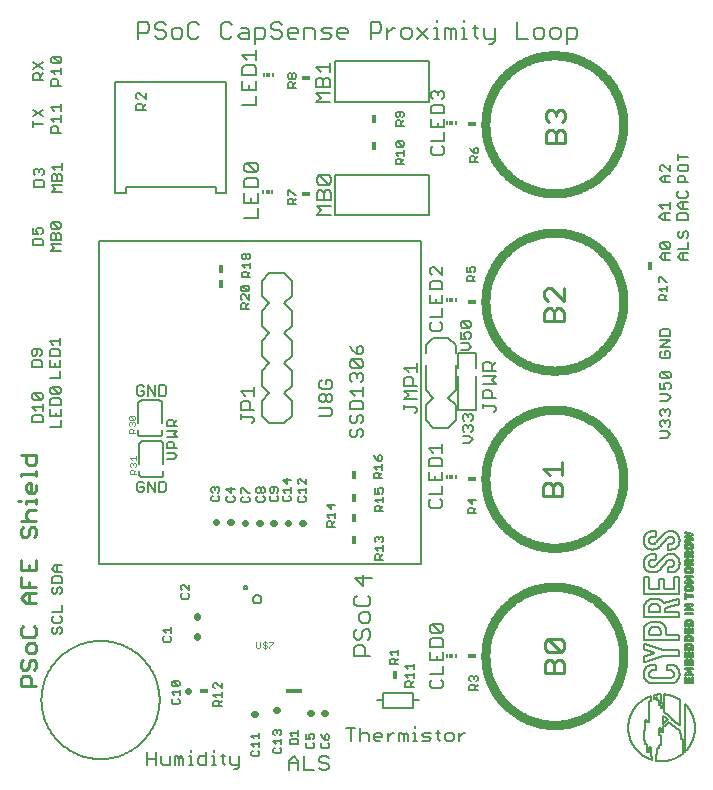
<source format=gto>
G75*
%MOIN*%
%OFA0B0*%
%FSLAX25Y25*%
%IPPOS*%
%LPD*%
%AMOC8*
5,1,8,0,0,1.08239X$1,22.5*
%
%ADD10C,0.00600*%
%ADD11C,0.00800*%
%ADD12C,0.00500*%
%ADD13C,0.00900*%
%ADD14C,0.00400*%
%ADD15C,0.00787*%
%ADD16C,0.02200*%
%ADD17C,0.00700*%
%ADD18R,0.00591X0.01181*%
%ADD19R,0.01181X0.01181*%
%ADD20R,0.03000X0.01800*%
%ADD21R,0.01800X0.03000*%
%ADD22R,0.05730X0.01550*%
%ADD23C,0.03000*%
%ADD24C,0.01100*%
D10*
X0015437Y0095463D02*
X0016004Y0095463D01*
X0016572Y0096030D01*
X0016572Y0097165D01*
X0017139Y0097732D01*
X0017706Y0097732D01*
X0018273Y0097165D01*
X0018273Y0096030D01*
X0017706Y0095463D01*
X0015437Y0095463D02*
X0014870Y0096030D01*
X0014870Y0097165D01*
X0015437Y0097732D01*
X0015437Y0099146D02*
X0017706Y0099146D01*
X0018273Y0099713D01*
X0018273Y0100848D01*
X0017706Y0101415D01*
X0018273Y0102829D02*
X0018273Y0105098D01*
X0018273Y0102829D02*
X0014870Y0102829D01*
X0015437Y0101415D02*
X0014870Y0100848D01*
X0014870Y0099713D01*
X0015437Y0099146D01*
X0015437Y0108643D02*
X0016004Y0108643D01*
X0016572Y0109210D01*
X0016572Y0110345D01*
X0017139Y0110912D01*
X0017706Y0110912D01*
X0018273Y0110345D01*
X0018273Y0109210D01*
X0017706Y0108643D01*
X0015437Y0108643D02*
X0014870Y0109210D01*
X0014870Y0110345D01*
X0015437Y0110912D01*
X0014870Y0112326D02*
X0014870Y0114028D01*
X0015437Y0114595D01*
X0017706Y0114595D01*
X0018273Y0114028D01*
X0018273Y0112326D01*
X0014870Y0112326D01*
X0016004Y0116009D02*
X0014870Y0117144D01*
X0016004Y0118278D01*
X0018273Y0118278D01*
X0016572Y0118278D02*
X0016572Y0116009D01*
X0016004Y0116009D02*
X0018273Y0116009D01*
X0043776Y0142772D02*
X0044910Y0142772D01*
X0045477Y0143339D01*
X0045477Y0144473D01*
X0044343Y0144473D01*
X0043209Y0143339D02*
X0043776Y0142772D01*
X0043209Y0143339D02*
X0043209Y0145607D01*
X0043776Y0146175D01*
X0044910Y0146175D01*
X0045477Y0145607D01*
X0046892Y0146175D02*
X0046892Y0142772D01*
X0049161Y0142772D02*
X0046892Y0146175D01*
X0049161Y0146175D02*
X0049161Y0142772D01*
X0050575Y0142772D02*
X0050575Y0146175D01*
X0052277Y0146175D01*
X0052844Y0145607D01*
X0052844Y0143339D01*
X0052277Y0142772D01*
X0050575Y0142772D01*
X0053345Y0153540D02*
X0055614Y0153540D01*
X0056748Y0154674D01*
X0055614Y0155809D01*
X0053345Y0155809D01*
X0053345Y0157223D02*
X0053345Y0158925D01*
X0053912Y0159492D01*
X0055047Y0159492D01*
X0055614Y0158925D01*
X0055614Y0157223D01*
X0056748Y0157223D02*
X0053345Y0157223D01*
X0053345Y0160906D02*
X0056748Y0160906D01*
X0055614Y0162041D01*
X0056748Y0163175D01*
X0053345Y0163175D01*
X0053345Y0164590D02*
X0053345Y0166291D01*
X0053912Y0166858D01*
X0055047Y0166858D01*
X0055614Y0166291D01*
X0055614Y0164590D01*
X0055614Y0165724D02*
X0056748Y0166858D01*
X0056748Y0164590D02*
X0053345Y0164590D01*
X0052434Y0174819D02*
X0050733Y0174819D01*
X0050733Y0178222D01*
X0052434Y0178222D01*
X0053001Y0177655D01*
X0053001Y0175386D01*
X0052434Y0174819D01*
X0049318Y0174819D02*
X0049318Y0178222D01*
X0047049Y0178222D02*
X0047049Y0174819D01*
X0045635Y0175386D02*
X0045635Y0176520D01*
X0044501Y0176520D01*
X0045635Y0175386D02*
X0045068Y0174819D01*
X0043933Y0174819D01*
X0043366Y0175386D01*
X0043366Y0177655D01*
X0043933Y0178222D01*
X0045068Y0178222D01*
X0045635Y0177655D01*
X0047049Y0178222D02*
X0049318Y0174819D01*
X0017803Y0175928D02*
X0017236Y0175361D01*
X0014967Y0177630D01*
X0017236Y0177630D01*
X0017803Y0177062D01*
X0017803Y0175928D01*
X0017236Y0175361D02*
X0014967Y0175361D01*
X0014400Y0175928D01*
X0014400Y0177062D01*
X0014967Y0177630D01*
X0014103Y0180751D02*
X0017506Y0180751D01*
X0017506Y0183019D01*
X0017506Y0184434D02*
X0017506Y0186703D01*
X0017506Y0188117D02*
X0017506Y0189819D01*
X0016938Y0190386D01*
X0014670Y0190386D01*
X0014103Y0189819D01*
X0014103Y0188117D01*
X0017506Y0188117D01*
X0015804Y0185568D02*
X0015804Y0184434D01*
X0014103Y0184434D02*
X0017506Y0184434D01*
X0014103Y0184434D02*
X0014103Y0186703D01*
X0011506Y0186135D02*
X0011506Y0184434D01*
X0008103Y0184434D01*
X0008103Y0186135D01*
X0008670Y0186703D01*
X0010938Y0186703D01*
X0011506Y0186135D01*
X0010938Y0188117D02*
X0011506Y0188684D01*
X0011506Y0189819D01*
X0010938Y0190386D01*
X0008670Y0190386D01*
X0008103Y0189819D01*
X0008103Y0188684D01*
X0008670Y0188117D01*
X0009237Y0188117D01*
X0009804Y0188684D01*
X0009804Y0190386D01*
X0014103Y0192935D02*
X0017506Y0192935D01*
X0017506Y0194069D02*
X0017506Y0191800D01*
X0015237Y0191800D02*
X0014103Y0192935D01*
X0011236Y0175788D02*
X0008967Y0175788D01*
X0011236Y0173519D01*
X0011803Y0174087D01*
X0011803Y0175221D01*
X0011236Y0175788D01*
X0011236Y0173519D02*
X0008967Y0173519D01*
X0008400Y0174087D01*
X0008400Y0175221D01*
X0008967Y0175788D01*
X0008400Y0170971D02*
X0011803Y0170971D01*
X0011803Y0172105D02*
X0011803Y0169836D01*
X0011236Y0168422D02*
X0011803Y0167855D01*
X0011803Y0166153D01*
X0008400Y0166153D01*
X0008400Y0167855D01*
X0008967Y0168422D01*
X0011236Y0168422D01*
X0009534Y0169836D02*
X0008400Y0170971D01*
X0014400Y0171678D02*
X0014400Y0173379D01*
X0014967Y0173946D01*
X0017236Y0173946D01*
X0017803Y0173379D01*
X0017803Y0171678D01*
X0014400Y0171678D01*
X0014400Y0170263D02*
X0014400Y0167995D01*
X0017803Y0167995D01*
X0017803Y0170263D01*
X0016102Y0169129D02*
X0016102Y0167995D01*
X0017803Y0166580D02*
X0017803Y0164312D01*
X0014400Y0164312D01*
X0014463Y0223037D02*
X0015598Y0224171D01*
X0014463Y0225305D01*
X0017866Y0225305D01*
X0017866Y0226720D02*
X0017866Y0228421D01*
X0017299Y0228988D01*
X0016732Y0228988D01*
X0016165Y0228421D01*
X0016165Y0226720D01*
X0017866Y0226720D02*
X0014463Y0226720D01*
X0014463Y0228421D01*
X0015030Y0228988D01*
X0015598Y0228988D01*
X0016165Y0228421D01*
X0017299Y0230403D02*
X0015030Y0230403D01*
X0014463Y0230970D01*
X0014463Y0232104D01*
X0015030Y0232672D01*
X0017299Y0230403D01*
X0017866Y0230970D01*
X0017866Y0232104D01*
X0017299Y0232672D01*
X0015030Y0232672D01*
X0011866Y0230263D02*
X0011866Y0229129D01*
X0011299Y0228561D01*
X0010165Y0228561D02*
X0009598Y0229696D01*
X0009598Y0230263D01*
X0010165Y0230830D01*
X0011299Y0230830D01*
X0011866Y0230263D01*
X0010165Y0228561D02*
X0008463Y0228561D01*
X0008463Y0230830D01*
X0009030Y0227147D02*
X0008463Y0226580D01*
X0008463Y0224878D01*
X0011866Y0224878D01*
X0011866Y0226580D01*
X0011299Y0227147D01*
X0009030Y0227147D01*
X0014463Y0223037D02*
X0017866Y0223037D01*
X0018181Y0242682D02*
X0014778Y0242682D01*
X0015912Y0243817D01*
X0014778Y0244951D01*
X0018181Y0244951D01*
X0018181Y0246366D02*
X0014778Y0246366D01*
X0014778Y0248067D01*
X0015345Y0248634D01*
X0015912Y0248634D01*
X0016480Y0248067D01*
X0016480Y0246366D01*
X0016480Y0248067D02*
X0017047Y0248634D01*
X0017614Y0248634D01*
X0018181Y0248067D01*
X0018181Y0246366D01*
X0018181Y0250049D02*
X0018181Y0252317D01*
X0018181Y0251183D02*
X0014778Y0251183D01*
X0015912Y0250049D01*
X0012181Y0249909D02*
X0012181Y0248774D01*
X0011614Y0248207D01*
X0011614Y0246793D02*
X0009345Y0246793D01*
X0008778Y0246225D01*
X0008778Y0244524D01*
X0012181Y0244524D01*
X0012181Y0246225D01*
X0011614Y0246793D01*
X0009345Y0248207D02*
X0008778Y0248774D01*
X0008778Y0249909D01*
X0009345Y0250476D01*
X0009913Y0250476D01*
X0010480Y0249909D01*
X0011047Y0250476D01*
X0011614Y0250476D01*
X0012181Y0249909D01*
X0010480Y0249909D02*
X0010480Y0249341D01*
X0014542Y0262367D02*
X0014542Y0264069D01*
X0015109Y0264636D01*
X0016243Y0264636D01*
X0016811Y0264069D01*
X0016811Y0262367D01*
X0017945Y0262367D02*
X0014542Y0262367D01*
X0015676Y0266051D02*
X0014542Y0267185D01*
X0017945Y0267185D01*
X0017945Y0266051D02*
X0017945Y0268319D01*
X0017945Y0269734D02*
X0017945Y0272002D01*
X0017945Y0270868D02*
X0014542Y0270868D01*
X0015676Y0269734D01*
X0011945Y0270161D02*
X0008542Y0267892D01*
X0008542Y0266478D02*
X0008542Y0264209D01*
X0008542Y0265343D02*
X0011945Y0265343D01*
X0011945Y0267892D02*
X0008542Y0270161D01*
X0014660Y0278191D02*
X0014660Y0279892D01*
X0015227Y0280460D01*
X0016362Y0280460D01*
X0016929Y0279892D01*
X0016929Y0278191D01*
X0018063Y0278191D02*
X0014660Y0278191D01*
X0012063Y0280033D02*
X0008660Y0280033D01*
X0008660Y0281734D01*
X0009227Y0282301D01*
X0010362Y0282301D01*
X0010929Y0281734D01*
X0010929Y0280033D01*
X0010929Y0281167D02*
X0012063Y0282301D01*
X0012063Y0283716D02*
X0008660Y0285984D01*
X0008660Y0283716D02*
X0012063Y0285984D01*
X0014660Y0286124D02*
X0014660Y0287259D01*
X0015227Y0287826D01*
X0017496Y0285557D01*
X0018063Y0286124D01*
X0018063Y0287259D01*
X0017496Y0287826D01*
X0015227Y0287826D01*
X0014660Y0286124D02*
X0015227Y0285557D01*
X0017496Y0285557D01*
X0018063Y0284143D02*
X0018063Y0281874D01*
X0018063Y0283008D02*
X0014660Y0283008D01*
X0015794Y0281874D01*
X0043746Y0293856D02*
X0043746Y0299260D01*
X0046448Y0299260D01*
X0047349Y0298360D01*
X0047349Y0296558D01*
X0046448Y0295657D01*
X0043746Y0295657D01*
X0049270Y0294756D02*
X0050171Y0293856D01*
X0051973Y0293856D01*
X0052873Y0294756D01*
X0052873Y0295657D01*
X0051973Y0296558D01*
X0050171Y0296558D01*
X0049270Y0297459D01*
X0049270Y0298360D01*
X0050171Y0299260D01*
X0051973Y0299260D01*
X0052873Y0298360D01*
X0054795Y0296558D02*
X0054795Y0294756D01*
X0055696Y0293856D01*
X0057497Y0293856D01*
X0058398Y0294756D01*
X0058398Y0296558D01*
X0057497Y0297459D01*
X0055696Y0297459D01*
X0054795Y0296558D01*
X0060320Y0298360D02*
X0060320Y0294756D01*
X0061220Y0293856D01*
X0063022Y0293856D01*
X0063923Y0294756D01*
X0063923Y0298360D02*
X0063022Y0299260D01*
X0061220Y0299260D01*
X0060320Y0298360D01*
X0071369Y0298360D02*
X0071369Y0294756D01*
X0072270Y0293856D01*
X0074071Y0293856D01*
X0074972Y0294756D01*
X0076894Y0294756D02*
X0077795Y0295657D01*
X0080497Y0295657D01*
X0080497Y0296558D02*
X0080497Y0293856D01*
X0077795Y0293856D01*
X0076894Y0294756D01*
X0077795Y0297459D02*
X0079596Y0297459D01*
X0080497Y0296558D01*
X0082419Y0297459D02*
X0082419Y0292054D01*
X0082419Y0293856D02*
X0085121Y0293856D01*
X0086022Y0294756D01*
X0086022Y0296558D01*
X0085121Y0297459D01*
X0082419Y0297459D01*
X0087943Y0297459D02*
X0088844Y0296558D01*
X0090646Y0296558D01*
X0091546Y0295657D01*
X0091546Y0294756D01*
X0090646Y0293856D01*
X0088844Y0293856D01*
X0087943Y0294756D01*
X0087943Y0297459D02*
X0087943Y0298360D01*
X0088844Y0299260D01*
X0090646Y0299260D01*
X0091546Y0298360D01*
X0093468Y0296558D02*
X0094369Y0297459D01*
X0096170Y0297459D01*
X0097071Y0296558D01*
X0097071Y0295657D01*
X0093468Y0295657D01*
X0093468Y0294756D02*
X0093468Y0296558D01*
X0093468Y0294756D02*
X0094369Y0293856D01*
X0096170Y0293856D01*
X0098993Y0293856D02*
X0098993Y0297459D01*
X0101695Y0297459D01*
X0102596Y0296558D01*
X0102596Y0293856D01*
X0104517Y0293856D02*
X0107220Y0293856D01*
X0108121Y0294756D01*
X0107220Y0295657D01*
X0105418Y0295657D01*
X0104517Y0296558D01*
X0105418Y0297459D01*
X0108121Y0297459D01*
X0110042Y0296558D02*
X0110943Y0297459D01*
X0112744Y0297459D01*
X0113645Y0296558D01*
X0113645Y0295657D01*
X0110042Y0295657D01*
X0110042Y0294756D02*
X0110042Y0296558D01*
X0110042Y0294756D02*
X0110943Y0293856D01*
X0112744Y0293856D01*
X0121092Y0293856D02*
X0121092Y0299260D01*
X0123794Y0299260D01*
X0124695Y0298360D01*
X0124695Y0296558D01*
X0123794Y0295657D01*
X0121092Y0295657D01*
X0126616Y0295657D02*
X0128418Y0297459D01*
X0129319Y0297459D01*
X0131220Y0296558D02*
X0131220Y0294756D01*
X0132121Y0293856D01*
X0133923Y0293856D01*
X0134823Y0294756D01*
X0134823Y0296558D01*
X0133923Y0297459D01*
X0132121Y0297459D01*
X0131220Y0296558D01*
X0126616Y0297459D02*
X0126616Y0293856D01*
X0136745Y0293856D02*
X0140348Y0297459D01*
X0142270Y0297459D02*
X0143170Y0297459D01*
X0143170Y0293856D01*
X0142270Y0293856D02*
X0144071Y0293856D01*
X0145953Y0293856D02*
X0145953Y0297459D01*
X0146854Y0297459D01*
X0147754Y0296558D01*
X0148655Y0297459D01*
X0149556Y0296558D01*
X0149556Y0293856D01*
X0147754Y0293856D02*
X0147754Y0296558D01*
X0143170Y0299260D02*
X0143170Y0300161D01*
X0140348Y0293856D02*
X0136745Y0297459D01*
X0151478Y0297459D02*
X0152378Y0297459D01*
X0152378Y0293856D01*
X0151478Y0293856D02*
X0153279Y0293856D01*
X0156061Y0294756D02*
X0156962Y0293856D01*
X0156061Y0294756D02*
X0156061Y0298360D01*
X0155161Y0297459D02*
X0156962Y0297459D01*
X0158844Y0297459D02*
X0158844Y0294756D01*
X0159745Y0293856D01*
X0162447Y0293856D01*
X0162447Y0292955D02*
X0161546Y0292054D01*
X0160645Y0292054D01*
X0162447Y0292955D02*
X0162447Y0297459D01*
X0169893Y0299260D02*
X0169893Y0293856D01*
X0173496Y0293856D01*
X0175418Y0294756D02*
X0176319Y0293856D01*
X0178120Y0293856D01*
X0179021Y0294756D01*
X0179021Y0296558D01*
X0178120Y0297459D01*
X0176319Y0297459D01*
X0175418Y0296558D01*
X0175418Y0294756D01*
X0180943Y0294756D02*
X0181843Y0293856D01*
X0183645Y0293856D01*
X0184546Y0294756D01*
X0184546Y0296558D01*
X0183645Y0297459D01*
X0181843Y0297459D01*
X0180943Y0296558D01*
X0180943Y0294756D01*
X0186467Y0293856D02*
X0189170Y0293856D01*
X0190071Y0294756D01*
X0190071Y0296558D01*
X0189170Y0297459D01*
X0186467Y0297459D01*
X0186467Y0292054D01*
X0218164Y0251836D02*
X0217597Y0251269D01*
X0217597Y0250135D01*
X0218164Y0249567D01*
X0218731Y0248153D02*
X0217597Y0247019D01*
X0218731Y0245884D01*
X0221000Y0245884D01*
X0219299Y0245884D02*
X0219299Y0248153D01*
X0218731Y0248153D02*
X0221000Y0248153D01*
X0221000Y0249567D02*
X0218731Y0251836D01*
X0218164Y0251836D01*
X0221000Y0251836D02*
X0221000Y0249567D01*
X0223597Y0250135D02*
X0224164Y0249567D01*
X0226433Y0249567D01*
X0227000Y0250135D01*
X0227000Y0251269D01*
X0226433Y0251836D01*
X0224164Y0251836D01*
X0223597Y0251269D01*
X0223597Y0250135D01*
X0224164Y0248153D02*
X0225299Y0248153D01*
X0225866Y0247586D01*
X0225866Y0245884D01*
X0227000Y0245884D02*
X0223597Y0245884D01*
X0223597Y0247586D01*
X0224164Y0248153D01*
X0223964Y0243019D02*
X0223397Y0242452D01*
X0223397Y0241318D01*
X0223964Y0240751D01*
X0226233Y0240751D01*
X0226800Y0241318D01*
X0226800Y0242452D01*
X0226233Y0243019D01*
X0226800Y0239336D02*
X0224531Y0239336D01*
X0223397Y0238202D01*
X0224531Y0237067D01*
X0226800Y0237067D01*
X0226233Y0235653D02*
X0223964Y0235653D01*
X0223397Y0235086D01*
X0223397Y0233384D01*
X0226800Y0233384D01*
X0226800Y0235086D01*
X0226233Y0235653D01*
X0225099Y0237067D02*
X0225099Y0239336D01*
X0220800Y0239336D02*
X0220800Y0237067D01*
X0220800Y0238202D02*
X0217397Y0238202D01*
X0218531Y0237067D01*
X0218531Y0235653D02*
X0217397Y0234519D01*
X0218531Y0233384D01*
X0220800Y0233384D01*
X0219099Y0233384D02*
X0219099Y0235653D01*
X0218531Y0235653D02*
X0220800Y0235653D01*
X0224164Y0229619D02*
X0223597Y0229052D01*
X0223597Y0227918D01*
X0224164Y0227351D01*
X0224731Y0227351D01*
X0225299Y0227918D01*
X0225299Y0229052D01*
X0225866Y0229619D01*
X0226433Y0229619D01*
X0227000Y0229052D01*
X0227000Y0227918D01*
X0226433Y0227351D01*
X0227000Y0225936D02*
X0227000Y0223667D01*
X0223597Y0223667D01*
X0224731Y0222253D02*
X0227000Y0222253D01*
X0225299Y0222253D02*
X0225299Y0219984D01*
X0224731Y0219984D02*
X0227000Y0219984D01*
X0224731Y0219984D02*
X0223597Y0221119D01*
X0224731Y0222253D01*
X0221000Y0222253D02*
X0218731Y0222253D01*
X0217597Y0221119D01*
X0218731Y0219984D01*
X0221000Y0219984D01*
X0219299Y0219984D02*
X0219299Y0222253D01*
X0220433Y0223667D02*
X0218164Y0225936D01*
X0220433Y0225936D01*
X0221000Y0225369D01*
X0221000Y0224235D01*
X0220433Y0223667D01*
X0218164Y0223667D01*
X0217597Y0224235D01*
X0217597Y0225369D01*
X0218164Y0225936D01*
X0223597Y0253251D02*
X0223597Y0255519D01*
X0223597Y0254385D02*
X0227000Y0254385D01*
X0220433Y0196919D02*
X0218164Y0196919D01*
X0217597Y0196352D01*
X0217597Y0194651D01*
X0221000Y0194651D01*
X0221000Y0196352D01*
X0220433Y0196919D01*
X0221000Y0193236D02*
X0217597Y0193236D01*
X0217597Y0190967D02*
X0221000Y0193236D01*
X0221000Y0190967D02*
X0217597Y0190967D01*
X0218164Y0189553D02*
X0217597Y0188986D01*
X0217597Y0187851D01*
X0218164Y0187284D01*
X0220433Y0187284D01*
X0221000Y0187851D01*
X0221000Y0188986D01*
X0220433Y0189553D01*
X0219299Y0189553D01*
X0219299Y0188419D01*
X0218264Y0182819D02*
X0217697Y0182252D01*
X0217697Y0181118D01*
X0218264Y0180551D01*
X0220533Y0180551D01*
X0218264Y0182819D01*
X0220533Y0182819D01*
X0221100Y0182252D01*
X0221100Y0181118D01*
X0220533Y0180551D01*
X0220533Y0179136D02*
X0219399Y0179136D01*
X0218831Y0178569D01*
X0218831Y0178002D01*
X0219399Y0176867D01*
X0217697Y0176867D01*
X0217697Y0179136D01*
X0217697Y0175453D02*
X0219966Y0175453D01*
X0221100Y0174319D01*
X0219966Y0173184D01*
X0217697Y0173184D01*
X0218164Y0170419D02*
X0218731Y0170419D01*
X0219299Y0169852D01*
X0219866Y0170419D01*
X0220433Y0170419D01*
X0221000Y0169852D01*
X0221000Y0168718D01*
X0220433Y0168151D01*
X0220433Y0166736D02*
X0221000Y0166169D01*
X0221000Y0165035D01*
X0220433Y0164467D01*
X0219866Y0163053D02*
X0217597Y0163053D01*
X0218164Y0164467D02*
X0217597Y0165035D01*
X0217597Y0166169D01*
X0218164Y0166736D01*
X0218731Y0166736D01*
X0219299Y0166169D01*
X0219866Y0166736D01*
X0220433Y0166736D01*
X0219299Y0166169D02*
X0219299Y0165602D01*
X0219866Y0163053D02*
X0221000Y0161919D01*
X0219866Y0160784D01*
X0217597Y0160784D01*
X0218164Y0168151D02*
X0217597Y0168718D01*
X0217597Y0169852D01*
X0218164Y0170419D01*
X0219299Y0169852D02*
X0219299Y0169285D01*
X0220533Y0176867D02*
X0221100Y0177435D01*
X0221100Y0178569D01*
X0220533Y0179136D01*
X0155180Y0168162D02*
X0155180Y0167028D01*
X0154613Y0166461D01*
X0154613Y0165046D02*
X0155180Y0164479D01*
X0155180Y0163345D01*
X0154613Y0162777D01*
X0154046Y0161363D02*
X0151777Y0161363D01*
X0152344Y0162777D02*
X0151777Y0163345D01*
X0151777Y0164479D01*
X0152344Y0165046D01*
X0152911Y0165046D01*
X0153479Y0164479D01*
X0154046Y0165046D01*
X0154613Y0165046D01*
X0153479Y0164479D02*
X0153479Y0163912D01*
X0154046Y0161363D02*
X0155180Y0160229D01*
X0154046Y0159094D01*
X0151777Y0159094D01*
X0152344Y0166461D02*
X0151777Y0167028D01*
X0151777Y0168162D01*
X0152344Y0168729D01*
X0152911Y0168729D01*
X0153479Y0168162D01*
X0154046Y0168729D01*
X0154613Y0168729D01*
X0155180Y0168162D01*
X0153479Y0168162D02*
X0153479Y0167595D01*
X0153446Y0189974D02*
X0151177Y0189974D01*
X0153446Y0189974D02*
X0154580Y0191109D01*
X0153446Y0192243D01*
X0151177Y0192243D01*
X0151177Y0193657D02*
X0152879Y0193657D01*
X0152311Y0194792D01*
X0152311Y0195359D01*
X0152879Y0195926D01*
X0154013Y0195926D01*
X0154580Y0195359D01*
X0154580Y0194225D01*
X0154013Y0193657D01*
X0151177Y0193657D02*
X0151177Y0195926D01*
X0151744Y0197341D02*
X0151177Y0197908D01*
X0151177Y0199042D01*
X0151744Y0199609D01*
X0154013Y0197341D01*
X0154580Y0197908D01*
X0154580Y0199042D01*
X0154013Y0199609D01*
X0151744Y0199609D01*
X0151744Y0197341D02*
X0154013Y0197341D01*
X0121449Y0114062D02*
X0116044Y0114062D01*
X0118746Y0111360D01*
X0118746Y0114963D01*
X0120108Y0108137D02*
X0121009Y0107236D01*
X0121009Y0105435D01*
X0120108Y0104534D01*
X0116505Y0104534D01*
X0115604Y0105435D01*
X0115604Y0107236D01*
X0116505Y0108137D01*
X0118306Y0102612D02*
X0117405Y0101712D01*
X0117405Y0099910D01*
X0118306Y0099009D01*
X0120108Y0099009D01*
X0121009Y0099910D01*
X0121009Y0101712D01*
X0120108Y0102612D01*
X0118306Y0102612D01*
X0119207Y0097088D02*
X0120108Y0097088D01*
X0121009Y0096187D01*
X0121009Y0094385D01*
X0120108Y0093485D01*
X0118306Y0094385D02*
X0118306Y0096187D01*
X0119207Y0097088D01*
X0116505Y0097088D02*
X0115604Y0096187D01*
X0115604Y0094385D01*
X0116505Y0093485D01*
X0117405Y0093485D01*
X0118306Y0094385D01*
X0118306Y0091563D02*
X0116505Y0091563D01*
X0115604Y0090662D01*
X0115604Y0087960D01*
X0121009Y0087960D01*
X0119207Y0087960D02*
X0119207Y0090662D01*
X0118306Y0091563D01*
X0125273Y0075734D02*
X0125273Y0073234D01*
X0125273Y0070734D01*
X0135273Y0070734D01*
X0135273Y0073234D01*
X0135273Y0075734D01*
X0125273Y0075734D01*
X0125273Y0073234D02*
X0123273Y0073234D01*
X0135273Y0073234D02*
X0137273Y0073234D01*
X0152378Y0299260D02*
X0152378Y0300161D01*
X0074972Y0298360D02*
X0074071Y0299260D01*
X0072270Y0299260D01*
X0071369Y0298360D01*
D11*
X0046716Y0055959D02*
X0046716Y0051756D01*
X0046716Y0053857D02*
X0049518Y0053857D01*
X0051320Y0054558D02*
X0051320Y0052456D01*
X0052020Y0051756D01*
X0054122Y0051756D01*
X0054122Y0054558D01*
X0055923Y0054558D02*
X0056624Y0054558D01*
X0057325Y0053857D01*
X0058025Y0054558D01*
X0058726Y0053857D01*
X0058726Y0051756D01*
X0057325Y0051756D02*
X0057325Y0053857D01*
X0055923Y0054558D02*
X0055923Y0051756D01*
X0060527Y0051756D02*
X0061929Y0051756D01*
X0061228Y0051756D02*
X0061228Y0054558D01*
X0060527Y0054558D01*
X0061228Y0055959D02*
X0061228Y0056660D01*
X0063597Y0053857D02*
X0064297Y0054558D01*
X0066399Y0054558D01*
X0066399Y0055959D02*
X0066399Y0051756D01*
X0064297Y0051756D01*
X0063597Y0052456D01*
X0063597Y0053857D01*
X0068201Y0054558D02*
X0068901Y0054558D01*
X0068901Y0051756D01*
X0068201Y0051756D02*
X0069602Y0051756D01*
X0071970Y0052456D02*
X0071970Y0055259D01*
X0071270Y0054558D02*
X0072671Y0054558D01*
X0074339Y0054558D02*
X0074339Y0052456D01*
X0075040Y0051756D01*
X0077142Y0051756D01*
X0077142Y0051055D02*
X0077142Y0054558D01*
X0077142Y0051055D02*
X0076441Y0050354D01*
X0075740Y0050354D01*
X0072671Y0051756D02*
X0071970Y0052456D01*
X0068901Y0055959D02*
X0068901Y0056660D01*
X0049518Y0055959D02*
X0049518Y0051756D01*
X0093906Y0052388D02*
X0097042Y0052388D01*
X0097042Y0053172D02*
X0097042Y0050036D01*
X0098970Y0050036D02*
X0102106Y0050036D01*
X0104034Y0050820D02*
X0104818Y0050036D01*
X0106386Y0050036D01*
X0107170Y0050820D01*
X0107170Y0051604D01*
X0106386Y0052388D01*
X0104818Y0052388D01*
X0104034Y0053172D01*
X0104034Y0053956D01*
X0104818Y0054740D01*
X0106386Y0054740D01*
X0107170Y0053956D01*
X0098970Y0054740D02*
X0098970Y0050036D01*
X0097042Y0053172D02*
X0095474Y0054740D01*
X0093906Y0053172D01*
X0093906Y0050036D01*
X0114447Y0059696D02*
X0114447Y0063899D01*
X0113046Y0063899D02*
X0115848Y0063899D01*
X0117650Y0063899D02*
X0117650Y0059696D01*
X0117650Y0061797D02*
X0118350Y0062498D01*
X0119751Y0062498D01*
X0120452Y0061797D01*
X0120452Y0059696D01*
X0122253Y0060396D02*
X0122253Y0061797D01*
X0122954Y0062498D01*
X0124355Y0062498D01*
X0125056Y0061797D01*
X0125056Y0061097D01*
X0122253Y0061097D01*
X0122253Y0060396D02*
X0122954Y0059696D01*
X0124355Y0059696D01*
X0126857Y0059696D02*
X0126857Y0062498D01*
X0126857Y0061097D02*
X0128259Y0062498D01*
X0128959Y0062498D01*
X0130694Y0062498D02*
X0130694Y0059696D01*
X0132095Y0059696D02*
X0132095Y0061797D01*
X0132796Y0062498D01*
X0133496Y0061797D01*
X0133496Y0059696D01*
X0135298Y0059696D02*
X0136699Y0059696D01*
X0135998Y0059696D02*
X0135998Y0062498D01*
X0135298Y0062498D01*
X0135998Y0063899D02*
X0135998Y0064600D01*
X0138367Y0061797D02*
X0139068Y0062498D01*
X0141170Y0062498D01*
X0140469Y0061097D02*
X0141170Y0060396D01*
X0140469Y0059696D01*
X0138367Y0059696D01*
X0139068Y0061097D02*
X0138367Y0061797D01*
X0139068Y0061097D02*
X0140469Y0061097D01*
X0142971Y0062498D02*
X0144372Y0062498D01*
X0143672Y0063199D02*
X0143672Y0060396D01*
X0144372Y0059696D01*
X0146040Y0060396D02*
X0146040Y0061797D01*
X0146741Y0062498D01*
X0148142Y0062498D01*
X0148843Y0061797D01*
X0148843Y0060396D01*
X0148142Y0059696D01*
X0146741Y0059696D01*
X0146040Y0060396D01*
X0150644Y0059696D02*
X0150644Y0062498D01*
X0150644Y0061097D02*
X0152045Y0062498D01*
X0152746Y0062498D01*
X0144542Y0077349D02*
X0141740Y0077349D01*
X0141039Y0078049D01*
X0141039Y0079451D01*
X0141740Y0080151D01*
X0141039Y0081953D02*
X0145243Y0081953D01*
X0145243Y0084755D01*
X0145243Y0086557D02*
X0141039Y0086557D01*
X0141039Y0089359D01*
X0141039Y0091161D02*
X0141039Y0093262D01*
X0141740Y0093963D01*
X0144542Y0093963D01*
X0145243Y0093262D01*
X0145243Y0091161D01*
X0141039Y0091161D01*
X0145243Y0089359D02*
X0145243Y0086557D01*
X0143141Y0086557D02*
X0143141Y0087958D01*
X0144542Y0080151D02*
X0145243Y0079451D01*
X0145243Y0078049D01*
X0144542Y0077349D01*
X0131395Y0062498D02*
X0132095Y0061797D01*
X0131395Y0062498D02*
X0130694Y0062498D01*
X0141740Y0095765D02*
X0141039Y0096465D01*
X0141039Y0097866D01*
X0141740Y0098567D01*
X0144542Y0095765D01*
X0145243Y0096465D01*
X0145243Y0097866D01*
X0144542Y0098567D01*
X0141740Y0098567D01*
X0141740Y0095765D02*
X0144542Y0095765D01*
X0144142Y0137430D02*
X0141340Y0137430D01*
X0140639Y0138131D01*
X0140639Y0139532D01*
X0141340Y0140232D01*
X0140639Y0142034D02*
X0144843Y0142034D01*
X0144843Y0144836D01*
X0144843Y0146638D02*
X0144843Y0149440D01*
X0144843Y0151242D02*
X0144843Y0153343D01*
X0144142Y0154044D01*
X0141340Y0154044D01*
X0140639Y0153343D01*
X0140639Y0151242D01*
X0144843Y0151242D01*
X0142741Y0148039D02*
X0142741Y0146638D01*
X0140639Y0146638D02*
X0144843Y0146638D01*
X0140639Y0146638D02*
X0140639Y0149440D01*
X0142040Y0155846D02*
X0140639Y0157247D01*
X0144843Y0157247D01*
X0144843Y0155846D02*
X0144843Y0158648D01*
X0146966Y0164042D02*
X0141966Y0164042D01*
X0139466Y0166542D01*
X0139466Y0171542D01*
X0141966Y0174042D01*
X0139466Y0176542D01*
X0139466Y0185042D01*
X0136566Y0185540D02*
X0136566Y0182738D01*
X0136566Y0184139D02*
X0132362Y0184139D01*
X0133763Y0182738D01*
X0133063Y0180937D02*
X0134464Y0180937D01*
X0135165Y0180236D01*
X0135165Y0178134D01*
X0136566Y0178134D02*
X0132362Y0178134D01*
X0132362Y0180236D01*
X0133063Y0180937D01*
X0132362Y0176333D02*
X0136566Y0176333D01*
X0136566Y0173530D02*
X0132362Y0173530D01*
X0133763Y0174931D01*
X0132362Y0176333D01*
X0132362Y0171729D02*
X0132362Y0170327D01*
X0132362Y0171028D02*
X0135865Y0171028D01*
X0136566Y0170327D01*
X0136566Y0169627D01*
X0135865Y0168926D01*
X0146966Y0164042D02*
X0149466Y0166542D01*
X0149466Y0171542D01*
X0146966Y0174042D01*
X0149466Y0176542D01*
X0149466Y0185042D01*
X0149466Y0189042D02*
X0149466Y0191542D01*
X0146966Y0194042D01*
X0141966Y0194042D01*
X0139466Y0191542D01*
X0139466Y0189042D01*
X0141540Y0196485D02*
X0144342Y0196485D01*
X0145043Y0197186D01*
X0145043Y0198587D01*
X0144342Y0199287D01*
X0145043Y0201089D02*
X0140839Y0201089D01*
X0141540Y0199287D02*
X0140839Y0198587D01*
X0140839Y0197186D01*
X0141540Y0196485D01*
X0145043Y0201089D02*
X0145043Y0203891D01*
X0145043Y0205693D02*
X0145043Y0208495D01*
X0145043Y0210297D02*
X0140839Y0210297D01*
X0140839Y0212399D01*
X0141540Y0213099D01*
X0144342Y0213099D01*
X0145043Y0212399D01*
X0145043Y0210297D01*
X0142941Y0207094D02*
X0142941Y0205693D01*
X0140839Y0205693D02*
X0145043Y0205693D01*
X0140839Y0205693D02*
X0140839Y0208495D01*
X0141540Y0214901D02*
X0140839Y0215601D01*
X0140839Y0217003D01*
X0141540Y0217703D01*
X0142240Y0217703D01*
X0145043Y0214901D01*
X0145043Y0217703D01*
X0159341Y0185945D02*
X0160743Y0185945D01*
X0161443Y0185244D01*
X0161443Y0183142D01*
X0162844Y0183142D02*
X0158641Y0183142D01*
X0158641Y0185244D01*
X0159341Y0185945D01*
X0161443Y0184543D02*
X0162844Y0185945D01*
X0162844Y0181341D02*
X0158641Y0181341D01*
X0158641Y0178538D02*
X0162844Y0178538D01*
X0161443Y0179939D01*
X0162844Y0181341D01*
X0160743Y0176737D02*
X0161443Y0176036D01*
X0161443Y0173934D01*
X0162844Y0173934D02*
X0158641Y0173934D01*
X0158641Y0176036D01*
X0159341Y0176737D01*
X0160743Y0176737D01*
X0158641Y0172133D02*
X0158641Y0170732D01*
X0158641Y0171432D02*
X0162144Y0171432D01*
X0162844Y0170732D01*
X0162844Y0170031D01*
X0162144Y0169330D01*
X0144142Y0140232D02*
X0144843Y0139532D01*
X0144843Y0138131D01*
X0144142Y0137430D01*
X0118580Y0161742D02*
X0117879Y0161042D01*
X0118580Y0161742D02*
X0118580Y0163144D01*
X0117879Y0163844D01*
X0117178Y0163844D01*
X0116478Y0163144D01*
X0116478Y0161742D01*
X0115777Y0161042D01*
X0115077Y0161042D01*
X0114376Y0161742D01*
X0114376Y0163144D01*
X0115077Y0163844D01*
X0115077Y0165646D02*
X0114376Y0166346D01*
X0114376Y0167747D01*
X0115077Y0168448D01*
X0116478Y0167747D02*
X0117178Y0168448D01*
X0117879Y0168448D01*
X0118580Y0167747D01*
X0118580Y0166346D01*
X0117879Y0165646D01*
X0116478Y0166346D02*
X0116478Y0167747D01*
X0116478Y0166346D02*
X0115777Y0165646D01*
X0115077Y0165646D01*
X0114376Y0170250D02*
X0114376Y0172351D01*
X0115077Y0173052D01*
X0117879Y0173052D01*
X0118580Y0172351D01*
X0118580Y0170250D01*
X0114376Y0170250D01*
X0115777Y0174854D02*
X0114376Y0176255D01*
X0118580Y0176255D01*
X0118580Y0174854D02*
X0118580Y0177656D01*
X0117879Y0179457D02*
X0118580Y0180158D01*
X0118580Y0181559D01*
X0117879Y0182260D01*
X0117178Y0182260D01*
X0116478Y0181559D01*
X0116478Y0180859D01*
X0116478Y0181559D02*
X0115777Y0182260D01*
X0115077Y0182260D01*
X0114376Y0181559D01*
X0114376Y0180158D01*
X0115077Y0179457D01*
X0115077Y0184061D02*
X0114376Y0184762D01*
X0114376Y0186163D01*
X0115077Y0186864D01*
X0117879Y0184061D01*
X0118580Y0184762D01*
X0118580Y0186163D01*
X0117879Y0186864D01*
X0115077Y0186864D01*
X0116478Y0188665D02*
X0116478Y0190767D01*
X0117178Y0191468D01*
X0117879Y0191468D01*
X0118580Y0190767D01*
X0118580Y0189366D01*
X0117879Y0188665D01*
X0116478Y0188665D01*
X0115077Y0190066D01*
X0114376Y0191468D01*
X0115077Y0184061D02*
X0117879Y0184061D01*
X0108280Y0179251D02*
X0108280Y0177850D01*
X0107579Y0177150D01*
X0104777Y0177150D01*
X0104076Y0177850D01*
X0104076Y0179251D01*
X0104777Y0179952D01*
X0106178Y0179952D02*
X0106178Y0178551D01*
X0106178Y0179952D02*
X0107579Y0179952D01*
X0108280Y0179251D01*
X0107579Y0175348D02*
X0108280Y0174647D01*
X0108280Y0173246D01*
X0107579Y0172546D01*
X0106878Y0172546D01*
X0106178Y0173246D01*
X0106178Y0174647D01*
X0106878Y0175348D01*
X0107579Y0175348D01*
X0106178Y0174647D02*
X0105477Y0175348D01*
X0104777Y0175348D01*
X0104076Y0174647D01*
X0104076Y0173246D01*
X0104777Y0172546D01*
X0105477Y0172546D01*
X0106178Y0173246D01*
X0107579Y0170744D02*
X0104076Y0170744D01*
X0104076Y0167942D02*
X0107579Y0167942D01*
X0108280Y0168642D01*
X0108280Y0170044D01*
X0107579Y0170744D01*
X0094793Y0173094D02*
X0094793Y0168094D01*
X0092293Y0165594D01*
X0087293Y0165594D01*
X0084793Y0168094D01*
X0084793Y0173094D01*
X0087293Y0175594D01*
X0084793Y0178094D01*
X0084793Y0183094D01*
X0087293Y0185594D01*
X0084793Y0188094D01*
X0084793Y0193094D01*
X0087293Y0195594D01*
X0084793Y0198094D01*
X0084793Y0203094D01*
X0087293Y0205594D01*
X0084793Y0208094D01*
X0084793Y0213094D01*
X0087293Y0215594D01*
X0092293Y0215594D01*
X0094793Y0213094D01*
X0094793Y0208094D01*
X0092293Y0205594D01*
X0094793Y0203094D01*
X0094793Y0198094D01*
X0092293Y0195594D01*
X0094793Y0193094D01*
X0094793Y0188094D01*
X0092293Y0185594D01*
X0094793Y0183094D01*
X0094793Y0178094D01*
X0092293Y0175594D01*
X0094793Y0173094D01*
X0051661Y0172205D02*
X0051661Y0165705D01*
X0051661Y0163205D02*
X0051661Y0162205D01*
X0051659Y0162145D01*
X0051654Y0162084D01*
X0051645Y0162025D01*
X0051632Y0161966D01*
X0051616Y0161907D01*
X0051596Y0161850D01*
X0051573Y0161795D01*
X0051546Y0161740D01*
X0051517Y0161688D01*
X0051484Y0161637D01*
X0051448Y0161588D01*
X0051410Y0161542D01*
X0051368Y0161498D01*
X0051324Y0161456D01*
X0051278Y0161418D01*
X0051229Y0161382D01*
X0051178Y0161349D01*
X0051126Y0161320D01*
X0051071Y0161293D01*
X0051016Y0161270D01*
X0050959Y0161250D01*
X0050900Y0161234D01*
X0050841Y0161221D01*
X0050782Y0161212D01*
X0050721Y0161207D01*
X0050661Y0161205D01*
X0044661Y0161205D01*
X0044601Y0161207D01*
X0044540Y0161212D01*
X0044481Y0161221D01*
X0044422Y0161234D01*
X0044363Y0161250D01*
X0044306Y0161270D01*
X0044251Y0161293D01*
X0044196Y0161320D01*
X0044144Y0161349D01*
X0044093Y0161382D01*
X0044044Y0161418D01*
X0043998Y0161456D01*
X0043954Y0161498D01*
X0043912Y0161542D01*
X0043874Y0161588D01*
X0043838Y0161637D01*
X0043805Y0161688D01*
X0043776Y0161740D01*
X0043749Y0161795D01*
X0043726Y0161850D01*
X0043706Y0161907D01*
X0043690Y0161966D01*
X0043677Y0162025D01*
X0043668Y0162084D01*
X0043663Y0162145D01*
X0043661Y0162205D01*
X0043661Y0163205D01*
X0043661Y0165705D02*
X0043661Y0172205D01*
X0043663Y0172265D01*
X0043668Y0172326D01*
X0043677Y0172385D01*
X0043690Y0172444D01*
X0043706Y0172503D01*
X0043726Y0172560D01*
X0043749Y0172615D01*
X0043776Y0172670D01*
X0043805Y0172722D01*
X0043838Y0172773D01*
X0043874Y0172822D01*
X0043912Y0172868D01*
X0043954Y0172912D01*
X0043998Y0172954D01*
X0044044Y0172992D01*
X0044093Y0173028D01*
X0044144Y0173061D01*
X0044196Y0173090D01*
X0044251Y0173117D01*
X0044306Y0173140D01*
X0044363Y0173160D01*
X0044422Y0173176D01*
X0044481Y0173189D01*
X0044540Y0173198D01*
X0044601Y0173203D01*
X0044661Y0173205D01*
X0050661Y0173205D01*
X0050721Y0173203D01*
X0050782Y0173198D01*
X0050841Y0173189D01*
X0050900Y0173176D01*
X0050959Y0173160D01*
X0051016Y0173140D01*
X0051071Y0173117D01*
X0051126Y0173090D01*
X0051178Y0173061D01*
X0051229Y0173028D01*
X0051278Y0172992D01*
X0051324Y0172954D01*
X0051368Y0172912D01*
X0051410Y0172868D01*
X0051448Y0172822D01*
X0051484Y0172773D01*
X0051517Y0172722D01*
X0051546Y0172670D01*
X0051573Y0172615D01*
X0051596Y0172560D01*
X0051616Y0172503D01*
X0051632Y0172444D01*
X0051645Y0172385D01*
X0051654Y0172326D01*
X0051659Y0172265D01*
X0051661Y0172205D01*
X0051008Y0159655D02*
X0045008Y0159655D01*
X0044948Y0159653D01*
X0044887Y0159648D01*
X0044828Y0159639D01*
X0044769Y0159626D01*
X0044710Y0159610D01*
X0044653Y0159590D01*
X0044598Y0159567D01*
X0044543Y0159540D01*
X0044491Y0159511D01*
X0044440Y0159478D01*
X0044391Y0159442D01*
X0044345Y0159404D01*
X0044301Y0159362D01*
X0044259Y0159318D01*
X0044221Y0159272D01*
X0044185Y0159223D01*
X0044152Y0159172D01*
X0044123Y0159120D01*
X0044096Y0159065D01*
X0044073Y0159010D01*
X0044053Y0158953D01*
X0044037Y0158894D01*
X0044024Y0158835D01*
X0044015Y0158776D01*
X0044010Y0158715D01*
X0044008Y0158655D01*
X0044008Y0152155D01*
X0044008Y0149655D02*
X0044008Y0148655D01*
X0044010Y0148595D01*
X0044015Y0148534D01*
X0044024Y0148475D01*
X0044037Y0148416D01*
X0044053Y0148357D01*
X0044073Y0148300D01*
X0044096Y0148245D01*
X0044123Y0148190D01*
X0044152Y0148138D01*
X0044185Y0148087D01*
X0044221Y0148038D01*
X0044259Y0147992D01*
X0044301Y0147948D01*
X0044345Y0147906D01*
X0044391Y0147868D01*
X0044440Y0147832D01*
X0044491Y0147799D01*
X0044543Y0147770D01*
X0044598Y0147743D01*
X0044653Y0147720D01*
X0044710Y0147700D01*
X0044769Y0147684D01*
X0044828Y0147671D01*
X0044887Y0147662D01*
X0044948Y0147657D01*
X0045008Y0147655D01*
X0051008Y0147655D01*
X0051068Y0147657D01*
X0051129Y0147662D01*
X0051188Y0147671D01*
X0051247Y0147684D01*
X0051306Y0147700D01*
X0051363Y0147720D01*
X0051418Y0147743D01*
X0051473Y0147770D01*
X0051525Y0147799D01*
X0051576Y0147832D01*
X0051625Y0147868D01*
X0051671Y0147906D01*
X0051715Y0147948D01*
X0051757Y0147992D01*
X0051795Y0148038D01*
X0051831Y0148087D01*
X0051864Y0148138D01*
X0051893Y0148190D01*
X0051920Y0148245D01*
X0051943Y0148300D01*
X0051963Y0148357D01*
X0051979Y0148416D01*
X0051992Y0148475D01*
X0052001Y0148534D01*
X0052006Y0148595D01*
X0052008Y0148655D01*
X0052008Y0149655D01*
X0052008Y0152155D02*
X0052008Y0158655D01*
X0052006Y0158715D01*
X0052001Y0158776D01*
X0051992Y0158835D01*
X0051979Y0158894D01*
X0051963Y0158953D01*
X0051943Y0159010D01*
X0051920Y0159065D01*
X0051893Y0159120D01*
X0051864Y0159172D01*
X0051831Y0159223D01*
X0051795Y0159272D01*
X0051757Y0159318D01*
X0051715Y0159362D01*
X0051671Y0159404D01*
X0051625Y0159442D01*
X0051576Y0159478D01*
X0051525Y0159511D01*
X0051473Y0159540D01*
X0051418Y0159567D01*
X0051363Y0159590D01*
X0051306Y0159610D01*
X0051247Y0159626D01*
X0051188Y0159639D01*
X0051129Y0159648D01*
X0051068Y0159653D01*
X0051008Y0159655D01*
X0079046Y0234109D02*
X0083750Y0234109D01*
X0083750Y0237245D01*
X0083750Y0239174D02*
X0083750Y0242310D01*
X0083750Y0244238D02*
X0083750Y0246590D01*
X0082966Y0247374D01*
X0079830Y0247374D01*
X0079046Y0246590D01*
X0079046Y0244238D01*
X0083750Y0244238D01*
X0081398Y0240742D02*
X0081398Y0239174D01*
X0079046Y0239174D02*
X0079046Y0242310D01*
X0079046Y0239174D02*
X0083750Y0239174D01*
X0082966Y0249302D02*
X0079830Y0249302D01*
X0079046Y0250086D01*
X0079046Y0251654D01*
X0079830Y0252438D01*
X0082966Y0249302D01*
X0083750Y0250086D01*
X0083750Y0251654D01*
X0082966Y0252438D01*
X0079830Y0252438D01*
X0072939Y0242373D02*
X0069439Y0242373D01*
X0069439Y0244423D01*
X0039439Y0244423D01*
X0039439Y0242373D01*
X0035939Y0242373D01*
X0035939Y0279373D01*
X0072939Y0279373D01*
X0072939Y0242373D01*
X0078334Y0271639D02*
X0083038Y0271639D01*
X0083038Y0274775D01*
X0083038Y0276703D02*
X0083038Y0279839D01*
X0083038Y0281767D02*
X0083038Y0284119D01*
X0082254Y0284903D01*
X0079118Y0284903D01*
X0078334Y0284119D01*
X0078334Y0281767D01*
X0083038Y0281767D01*
X0080686Y0278271D02*
X0080686Y0276703D01*
X0078334Y0276703D02*
X0083038Y0276703D01*
X0078334Y0276703D02*
X0078334Y0279839D01*
X0079902Y0286832D02*
X0078334Y0288400D01*
X0083038Y0288400D01*
X0083038Y0286832D02*
X0083038Y0289968D01*
X0102859Y0284258D02*
X0107563Y0284258D01*
X0107563Y0282690D02*
X0107563Y0285826D01*
X0104427Y0282690D02*
X0102859Y0284258D01*
X0103643Y0280761D02*
X0102859Y0279977D01*
X0102859Y0277625D01*
X0107563Y0277625D01*
X0107563Y0279977D01*
X0106779Y0280761D01*
X0105995Y0280761D01*
X0105211Y0279977D01*
X0105211Y0277625D01*
X0105211Y0279977D02*
X0104427Y0280761D01*
X0103643Y0280761D01*
X0102859Y0275697D02*
X0107563Y0275697D01*
X0107563Y0272561D02*
X0102859Y0272561D01*
X0104427Y0274129D01*
X0102859Y0275697D01*
X0103958Y0248267D02*
X0103174Y0247483D01*
X0103174Y0245915D01*
X0103958Y0245131D01*
X0107094Y0245131D01*
X0103958Y0248267D01*
X0107094Y0248267D01*
X0107878Y0247483D01*
X0107878Y0245915D01*
X0107094Y0245131D01*
X0107094Y0243202D02*
X0107878Y0242418D01*
X0107878Y0240066D01*
X0103174Y0240066D01*
X0103174Y0242418D01*
X0103958Y0243202D01*
X0104742Y0243202D01*
X0105526Y0242418D01*
X0105526Y0240066D01*
X0105526Y0242418D02*
X0106310Y0243202D01*
X0107094Y0243202D01*
X0107878Y0238138D02*
X0103174Y0238138D01*
X0104742Y0236570D01*
X0103174Y0235002D01*
X0107878Y0235002D01*
X0141339Y0255841D02*
X0142040Y0255140D01*
X0144842Y0255140D01*
X0145543Y0255841D01*
X0145543Y0257242D01*
X0144842Y0257943D01*
X0145543Y0259744D02*
X0141339Y0259744D01*
X0142040Y0257943D02*
X0141339Y0257242D01*
X0141339Y0255841D01*
X0145543Y0259744D02*
X0145543Y0262546D01*
X0145543Y0264348D02*
X0145543Y0267150D01*
X0145543Y0268952D02*
X0145543Y0271054D01*
X0144842Y0271754D01*
X0142040Y0271754D01*
X0141339Y0271054D01*
X0141339Y0268952D01*
X0145543Y0268952D01*
X0143441Y0265749D02*
X0143441Y0264348D01*
X0141339Y0264348D02*
X0145543Y0264348D01*
X0141339Y0264348D02*
X0141339Y0267150D01*
X0142040Y0273556D02*
X0141339Y0274256D01*
X0141339Y0275658D01*
X0142040Y0276358D01*
X0142740Y0276358D01*
X0143441Y0275658D01*
X0144141Y0276358D01*
X0144842Y0276358D01*
X0145543Y0275658D01*
X0145543Y0274256D01*
X0144842Y0273556D01*
X0143441Y0274957D02*
X0143441Y0275658D01*
D12*
X0140659Y0272839D02*
X0140659Y0286224D01*
X0109163Y0286224D01*
X0109163Y0272839D01*
X0140659Y0272839D01*
X0132141Y0269045D02*
X0131690Y0269495D01*
X0129889Y0269495D01*
X0129438Y0269045D01*
X0129438Y0268144D01*
X0129889Y0267693D01*
X0130339Y0267693D01*
X0130789Y0268144D01*
X0130789Y0269495D01*
X0132141Y0269045D02*
X0132141Y0268144D01*
X0131690Y0267693D01*
X0132141Y0266548D02*
X0131240Y0265648D01*
X0131240Y0266098D02*
X0131240Y0264747D01*
X0132141Y0264747D02*
X0129438Y0264747D01*
X0129438Y0266098D01*
X0129889Y0266548D01*
X0130789Y0266548D01*
X0131240Y0266098D01*
X0131767Y0259603D02*
X0129965Y0259603D01*
X0131767Y0257801D01*
X0132217Y0258252D01*
X0132217Y0259152D01*
X0131767Y0259603D01*
X0131767Y0257801D02*
X0129965Y0257801D01*
X0129515Y0258252D01*
X0129515Y0259152D01*
X0129965Y0259603D01*
X0132217Y0256656D02*
X0132217Y0254855D01*
X0132217Y0255755D02*
X0129515Y0255755D01*
X0130415Y0254855D01*
X0129965Y0253710D02*
X0130866Y0253710D01*
X0131316Y0253259D01*
X0131316Y0251908D01*
X0131316Y0252809D02*
X0132217Y0253710D01*
X0132217Y0251908D02*
X0129515Y0251908D01*
X0129515Y0253259D01*
X0129965Y0253710D01*
X0140659Y0248429D02*
X0109163Y0248429D01*
X0109163Y0235043D01*
X0140659Y0235043D01*
X0140659Y0248429D01*
X0154265Y0252775D02*
X0154265Y0254126D01*
X0154716Y0254577D01*
X0155617Y0254577D01*
X0156067Y0254126D01*
X0156067Y0252775D01*
X0156968Y0252775D02*
X0154265Y0252775D01*
X0156067Y0253676D02*
X0156968Y0254577D01*
X0156517Y0255722D02*
X0156968Y0256172D01*
X0156968Y0257073D01*
X0156517Y0257523D01*
X0156067Y0257523D01*
X0155617Y0257073D01*
X0155617Y0255722D01*
X0156517Y0255722D01*
X0155617Y0255722D02*
X0154716Y0256623D01*
X0154265Y0257523D01*
X0137982Y0226264D02*
X0137982Y0118783D01*
X0030502Y0118783D01*
X0030502Y0226264D01*
X0137982Y0226264D01*
X0153355Y0217718D02*
X0153355Y0215917D01*
X0154707Y0215917D01*
X0154256Y0216818D01*
X0154256Y0217268D01*
X0154707Y0217718D01*
X0155607Y0217718D01*
X0156058Y0217268D01*
X0156058Y0216367D01*
X0155607Y0215917D01*
X0156058Y0214772D02*
X0155157Y0213871D01*
X0155157Y0214322D02*
X0155157Y0212970D01*
X0156058Y0212970D02*
X0153355Y0212970D01*
X0153355Y0214322D01*
X0153806Y0214772D01*
X0154707Y0214772D01*
X0155157Y0214322D01*
X0156244Y0188946D02*
X0150244Y0188946D01*
X0150244Y0183946D01*
X0150244Y0181446D02*
X0150244Y0169946D01*
X0156244Y0169946D01*
X0156244Y0181446D01*
X0156244Y0183946D02*
X0156244Y0188946D01*
X0124507Y0154913D02*
X0124957Y0154462D01*
X0124957Y0153562D01*
X0124507Y0153111D01*
X0123606Y0153111D01*
X0123606Y0154462D01*
X0124057Y0154913D01*
X0124507Y0154913D01*
X0122706Y0154012D02*
X0123606Y0153111D01*
X0122706Y0154012D02*
X0122255Y0154913D01*
X0124957Y0151966D02*
X0124957Y0150165D01*
X0124957Y0151065D02*
X0122255Y0151065D01*
X0123156Y0150165D01*
X0123606Y0149020D02*
X0124057Y0148569D01*
X0124057Y0147218D01*
X0124957Y0147218D02*
X0122255Y0147218D01*
X0122255Y0148569D01*
X0122706Y0149020D01*
X0123606Y0149020D01*
X0124057Y0148119D02*
X0124957Y0149020D01*
X0124772Y0143990D02*
X0123871Y0143990D01*
X0123421Y0143540D01*
X0123421Y0143089D01*
X0123871Y0142189D01*
X0122520Y0142189D01*
X0122520Y0143990D01*
X0124772Y0143990D02*
X0125222Y0143540D01*
X0125222Y0142639D01*
X0124772Y0142189D01*
X0125222Y0141044D02*
X0125222Y0139242D01*
X0125222Y0140143D02*
X0122520Y0140143D01*
X0123421Y0139242D01*
X0123871Y0138097D02*
X0124321Y0137647D01*
X0124321Y0136296D01*
X0124321Y0137196D02*
X0125222Y0138097D01*
X0123871Y0138097D02*
X0122970Y0138097D01*
X0122520Y0137647D01*
X0122520Y0136296D01*
X0125222Y0136296D01*
X0124847Y0127833D02*
X0125298Y0127382D01*
X0125298Y0126482D01*
X0124847Y0126031D01*
X0125298Y0124886D02*
X0125298Y0123085D01*
X0125298Y0123985D02*
X0122596Y0123985D01*
X0123496Y0123085D01*
X0123046Y0121940D02*
X0123947Y0121940D01*
X0124397Y0121489D01*
X0124397Y0120138D01*
X0124397Y0121039D02*
X0125298Y0121940D01*
X0125298Y0120138D02*
X0122596Y0120138D01*
X0122596Y0121489D01*
X0123046Y0121940D01*
X0123046Y0126031D02*
X0122596Y0126482D01*
X0122596Y0127382D01*
X0123046Y0127833D01*
X0123496Y0127833D01*
X0123947Y0127382D01*
X0124397Y0127833D01*
X0124847Y0127833D01*
X0123947Y0127382D02*
X0123947Y0126932D01*
X0109190Y0131106D02*
X0106488Y0131106D01*
X0106488Y0132457D01*
X0106938Y0132907D01*
X0107839Y0132907D01*
X0108289Y0132457D01*
X0108289Y0131106D01*
X0108289Y0132006D02*
X0109190Y0132907D01*
X0109190Y0134052D02*
X0109190Y0135854D01*
X0109190Y0134953D02*
X0106488Y0134953D01*
X0107389Y0134052D01*
X0107839Y0136999D02*
X0107839Y0138800D01*
X0109190Y0138350D02*
X0106488Y0138350D01*
X0107839Y0136999D01*
X0099530Y0139855D02*
X0099080Y0139404D01*
X0097278Y0139404D01*
X0096828Y0139855D01*
X0096828Y0140755D01*
X0097278Y0141206D01*
X0097728Y0142351D02*
X0096828Y0143252D01*
X0099530Y0143252D01*
X0099530Y0144152D02*
X0099530Y0142351D01*
X0099080Y0141206D02*
X0099530Y0140755D01*
X0099530Y0139855D01*
X0099530Y0145297D02*
X0097728Y0147099D01*
X0097278Y0147099D01*
X0096828Y0146648D01*
X0096828Y0145748D01*
X0097278Y0145297D01*
X0099530Y0145297D02*
X0099530Y0147099D01*
X0094490Y0146788D02*
X0091788Y0146788D01*
X0093139Y0145437D01*
X0093139Y0147239D01*
X0094490Y0144292D02*
X0094490Y0142491D01*
X0094490Y0143392D02*
X0091788Y0143392D01*
X0092688Y0142491D01*
X0092238Y0141346D02*
X0091788Y0140895D01*
X0091788Y0139995D01*
X0092238Y0139544D01*
X0094040Y0139544D01*
X0094490Y0139995D01*
X0094490Y0140895D01*
X0094040Y0141346D01*
X0090280Y0140902D02*
X0089830Y0141353D01*
X0090280Y0140902D02*
X0090280Y0140002D01*
X0089830Y0139551D01*
X0088028Y0139551D01*
X0087578Y0140002D01*
X0087578Y0140902D01*
X0088028Y0141353D01*
X0088028Y0142498D02*
X0088478Y0142498D01*
X0088929Y0142948D01*
X0088929Y0144299D01*
X0089830Y0144299D02*
X0088028Y0144299D01*
X0087578Y0143849D01*
X0087578Y0142948D01*
X0088028Y0142498D01*
X0089830Y0142498D02*
X0090280Y0142948D01*
X0090280Y0143849D01*
X0089830Y0144299D01*
X0085780Y0143749D02*
X0085780Y0142848D01*
X0085330Y0142398D01*
X0084879Y0142398D01*
X0084429Y0142848D01*
X0084429Y0143749D01*
X0084879Y0144199D01*
X0085330Y0144199D01*
X0085780Y0143749D01*
X0084429Y0143749D02*
X0083978Y0144199D01*
X0083528Y0144199D01*
X0083078Y0143749D01*
X0083078Y0142848D01*
X0083528Y0142398D01*
X0083978Y0142398D01*
X0084429Y0142848D01*
X0085330Y0141253D02*
X0085780Y0140802D01*
X0085780Y0139902D01*
X0085330Y0139451D01*
X0083528Y0139451D01*
X0083078Y0139902D01*
X0083078Y0140802D01*
X0083528Y0141253D01*
X0080780Y0140690D02*
X0080330Y0141140D01*
X0080780Y0140690D02*
X0080780Y0139789D01*
X0080330Y0139339D01*
X0078528Y0139339D01*
X0078078Y0139789D01*
X0078078Y0140690D01*
X0078528Y0141140D01*
X0078078Y0142285D02*
X0078078Y0144087D01*
X0078528Y0144087D01*
X0080330Y0142285D01*
X0080780Y0142285D01*
X0075780Y0140822D02*
X0075330Y0141273D01*
X0075780Y0140822D02*
X0075780Y0139922D01*
X0075330Y0139471D01*
X0073528Y0139471D01*
X0073078Y0139922D01*
X0073078Y0140822D01*
X0073528Y0141273D01*
X0074429Y0142418D02*
X0074429Y0144219D01*
X0075780Y0143769D02*
X0073078Y0143769D01*
X0074429Y0142418D01*
X0070680Y0142968D02*
X0070230Y0142518D01*
X0070680Y0142968D02*
X0070680Y0143869D01*
X0070230Y0144319D01*
X0069779Y0144319D01*
X0069329Y0143869D01*
X0069329Y0143419D01*
X0069329Y0143869D02*
X0068878Y0144319D01*
X0068428Y0144319D01*
X0067978Y0143869D01*
X0067978Y0142968D01*
X0068428Y0142518D01*
X0068428Y0141373D02*
X0067978Y0140922D01*
X0067978Y0140022D01*
X0068428Y0139571D01*
X0070230Y0139571D01*
X0070680Y0140022D01*
X0070680Y0140922D01*
X0070230Y0141373D01*
X0081592Y0165544D02*
X0082343Y0166295D01*
X0082343Y0167046D01*
X0081592Y0167796D01*
X0077839Y0167796D01*
X0077839Y0167046D02*
X0077839Y0168547D01*
X0077839Y0170148D02*
X0077839Y0172400D01*
X0078590Y0173151D01*
X0080091Y0173151D01*
X0080842Y0172400D01*
X0080842Y0170148D01*
X0082343Y0170148D02*
X0077839Y0170148D01*
X0079340Y0174752D02*
X0077839Y0176254D01*
X0082343Y0176254D01*
X0082343Y0177755D02*
X0082343Y0174752D01*
X0080590Y0203794D02*
X0077888Y0203794D01*
X0077888Y0205145D01*
X0078338Y0205596D01*
X0079239Y0205596D01*
X0079689Y0205145D01*
X0079689Y0203794D01*
X0079689Y0204695D02*
X0080590Y0205596D01*
X0080590Y0206741D02*
X0078788Y0208542D01*
X0078338Y0208542D01*
X0077888Y0208092D01*
X0077888Y0207191D01*
X0078338Y0206741D01*
X0080590Y0206741D02*
X0080590Y0208542D01*
X0080140Y0209687D02*
X0078338Y0211489D01*
X0080140Y0211489D01*
X0080590Y0211038D01*
X0080590Y0210138D01*
X0080140Y0209687D01*
X0078338Y0209687D01*
X0077888Y0210138D01*
X0077888Y0211038D01*
X0078338Y0211489D01*
X0078288Y0214385D02*
X0078288Y0215736D01*
X0078738Y0216186D01*
X0079639Y0216186D01*
X0080089Y0215736D01*
X0080089Y0214385D01*
X0080089Y0215285D02*
X0080990Y0216186D01*
X0080990Y0217331D02*
X0080990Y0219133D01*
X0080990Y0218232D02*
X0078288Y0218232D01*
X0079188Y0217331D01*
X0079188Y0220278D02*
X0078738Y0220278D01*
X0078288Y0220728D01*
X0078288Y0221629D01*
X0078738Y0222079D01*
X0079188Y0222079D01*
X0079639Y0221629D01*
X0079639Y0220728D01*
X0079188Y0220278D01*
X0079639Y0220728D02*
X0080089Y0220278D01*
X0080540Y0220278D01*
X0080990Y0220728D01*
X0080990Y0221629D01*
X0080540Y0222079D01*
X0080089Y0222079D01*
X0079639Y0221629D01*
X0080990Y0214385D02*
X0078288Y0214385D01*
X0093604Y0238644D02*
X0093604Y0239995D01*
X0094055Y0240445D01*
X0094956Y0240445D01*
X0095406Y0239995D01*
X0095406Y0238644D01*
X0095406Y0239544D02*
X0096307Y0240445D01*
X0096307Y0241590D02*
X0095856Y0241590D01*
X0094055Y0243392D01*
X0093604Y0243392D01*
X0093604Y0241590D01*
X0093604Y0238644D02*
X0096307Y0238644D01*
X0096307Y0277502D02*
X0093604Y0277502D01*
X0093604Y0278853D01*
X0094055Y0279304D01*
X0094956Y0279304D01*
X0095406Y0278853D01*
X0095406Y0277502D01*
X0095406Y0278403D02*
X0096307Y0279304D01*
X0095856Y0280448D02*
X0095406Y0280448D01*
X0094956Y0280899D01*
X0094956Y0281800D01*
X0095406Y0282250D01*
X0095856Y0282250D01*
X0096307Y0281800D01*
X0096307Y0280899D01*
X0095856Y0280448D01*
X0094956Y0280899D02*
X0094505Y0280448D01*
X0094055Y0280448D01*
X0093604Y0280899D01*
X0093604Y0281800D01*
X0094055Y0282250D01*
X0094505Y0282250D01*
X0094956Y0281800D01*
X0153700Y0139968D02*
X0155051Y0138616D01*
X0155051Y0140418D01*
X0156402Y0139968D02*
X0153700Y0139968D01*
X0154150Y0137471D02*
X0155051Y0137471D01*
X0155502Y0137021D01*
X0155502Y0135670D01*
X0156402Y0135670D02*
X0153700Y0135670D01*
X0153700Y0137021D01*
X0154150Y0137471D01*
X0155502Y0136571D02*
X0156402Y0137471D01*
X0130162Y0090108D02*
X0130162Y0088306D01*
X0130162Y0089207D02*
X0127460Y0089207D01*
X0128360Y0088306D01*
X0127910Y0087161D02*
X0128811Y0087161D01*
X0129261Y0086711D01*
X0129261Y0085359D01*
X0130162Y0085359D02*
X0127460Y0085359D01*
X0127460Y0086711D01*
X0127910Y0087161D01*
X0129261Y0086260D02*
X0130162Y0087161D01*
X0132738Y0084551D02*
X0135440Y0084551D01*
X0135440Y0083650D02*
X0135440Y0085452D01*
X0133638Y0083650D02*
X0132738Y0084551D01*
X0132738Y0081604D02*
X0135440Y0081604D01*
X0135440Y0080704D02*
X0135440Y0082505D01*
X0133638Y0080704D02*
X0132738Y0081604D01*
X0133188Y0079559D02*
X0134089Y0079559D01*
X0134539Y0079108D01*
X0134539Y0077757D01*
X0134539Y0078658D02*
X0135440Y0079559D01*
X0135440Y0077757D02*
X0132738Y0077757D01*
X0132738Y0079108D01*
X0133188Y0079559D01*
X0154080Y0080029D02*
X0154080Y0080929D01*
X0154530Y0081380D01*
X0154981Y0081380D01*
X0155431Y0080929D01*
X0155882Y0081380D01*
X0156332Y0081380D01*
X0156782Y0080929D01*
X0156782Y0080029D01*
X0156332Y0079578D01*
X0156782Y0078433D02*
X0155882Y0077533D01*
X0155882Y0077983D02*
X0155882Y0076632D01*
X0156782Y0076632D02*
X0154080Y0076632D01*
X0154080Y0077983D01*
X0154530Y0078433D01*
X0155431Y0078433D01*
X0155882Y0077983D01*
X0154530Y0079578D02*
X0154080Y0080029D01*
X0155431Y0080479D02*
X0155431Y0080929D01*
X0107310Y0061499D02*
X0107310Y0060598D01*
X0106860Y0060148D01*
X0105959Y0060148D01*
X0105959Y0061499D01*
X0106409Y0061949D01*
X0106860Y0061949D01*
X0107310Y0061499D01*
X0105959Y0060148D02*
X0105058Y0061048D01*
X0104608Y0061949D01*
X0102270Y0061672D02*
X0102270Y0060771D01*
X0101820Y0060321D01*
X0100919Y0060321D02*
X0100468Y0061222D01*
X0100468Y0061672D01*
X0100919Y0062122D01*
X0101820Y0062122D01*
X0102270Y0061672D01*
X0100919Y0060321D02*
X0099568Y0060321D01*
X0099568Y0062122D01*
X0096870Y0062378D02*
X0094168Y0062378D01*
X0095068Y0061478D01*
X0094618Y0060333D02*
X0094168Y0059882D01*
X0094168Y0058531D01*
X0096870Y0058531D01*
X0096870Y0059882D01*
X0096420Y0060333D01*
X0094618Y0060333D01*
X0096870Y0061478D02*
X0096870Y0063279D01*
X0100018Y0059176D02*
X0099568Y0058725D01*
X0099568Y0057825D01*
X0100018Y0057374D01*
X0101820Y0057374D01*
X0102270Y0057825D01*
X0102270Y0058725D01*
X0101820Y0059176D01*
X0104608Y0058552D02*
X0104608Y0057652D01*
X0105058Y0057201D01*
X0106860Y0057201D01*
X0107310Y0057652D01*
X0107310Y0058552D01*
X0106860Y0059003D01*
X0105058Y0059003D02*
X0104608Y0058552D01*
X0091413Y0058641D02*
X0091413Y0060443D01*
X0091413Y0059542D02*
X0088711Y0059542D01*
X0089611Y0058641D01*
X0089161Y0057496D02*
X0088711Y0057046D01*
X0088711Y0056145D01*
X0089161Y0055695D01*
X0090963Y0055695D01*
X0091413Y0056145D01*
X0091413Y0057046D01*
X0090963Y0057496D01*
X0090963Y0061588D02*
X0091413Y0062038D01*
X0091413Y0062939D01*
X0090963Y0063389D01*
X0090512Y0063389D01*
X0090062Y0062939D01*
X0090062Y0062488D01*
X0090062Y0062939D02*
X0089611Y0063389D01*
X0089161Y0063389D01*
X0088711Y0062939D01*
X0088711Y0062038D01*
X0089161Y0061588D01*
X0084050Y0061488D02*
X0081348Y0061488D01*
X0082248Y0060588D01*
X0084050Y0060588D02*
X0084050Y0062389D01*
X0084050Y0059443D02*
X0084050Y0057641D01*
X0084050Y0058542D02*
X0081348Y0058542D01*
X0082248Y0057641D01*
X0081798Y0056496D02*
X0081348Y0056046D01*
X0081348Y0055145D01*
X0081798Y0054695D01*
X0083600Y0054695D01*
X0084050Y0055145D01*
X0084050Y0056046D01*
X0083600Y0056496D01*
X0071450Y0071340D02*
X0068748Y0071340D01*
X0068748Y0072691D01*
X0069198Y0073142D01*
X0070099Y0073142D01*
X0070549Y0072691D01*
X0070549Y0071340D01*
X0070549Y0072241D02*
X0071450Y0073142D01*
X0071450Y0074287D02*
X0071450Y0076088D01*
X0071450Y0075187D02*
X0068748Y0075187D01*
X0069649Y0074287D01*
X0069198Y0077233D02*
X0068748Y0077684D01*
X0068748Y0078584D01*
X0069198Y0079035D01*
X0069649Y0079035D01*
X0071450Y0077233D01*
X0071450Y0079035D01*
X0057464Y0079286D02*
X0057464Y0078385D01*
X0057014Y0077934D01*
X0055212Y0079736D01*
X0057014Y0079736D01*
X0057464Y0079286D01*
X0057014Y0077934D02*
X0055212Y0077934D01*
X0054762Y0078385D01*
X0054762Y0079286D01*
X0055212Y0079736D01*
X0057464Y0076789D02*
X0057464Y0074988D01*
X0057464Y0075889D02*
X0054762Y0075889D01*
X0055662Y0074988D01*
X0055212Y0073843D02*
X0054762Y0073393D01*
X0054762Y0072492D01*
X0055212Y0072041D01*
X0057014Y0072041D01*
X0057464Y0072492D01*
X0057464Y0073393D01*
X0057014Y0073843D01*
X0054125Y0092834D02*
X0052323Y0092834D01*
X0051873Y0093285D01*
X0051873Y0094185D01*
X0052323Y0094636D01*
X0052774Y0095781D02*
X0051873Y0096682D01*
X0054575Y0096682D01*
X0054575Y0097582D02*
X0054575Y0095781D01*
X0054125Y0094636D02*
X0054575Y0094185D01*
X0054575Y0093285D01*
X0054125Y0092834D01*
X0058340Y0107114D02*
X0060142Y0107114D01*
X0060592Y0107565D01*
X0060592Y0108465D01*
X0060142Y0108916D01*
X0060592Y0110061D02*
X0058791Y0111862D01*
X0058340Y0111862D01*
X0057890Y0111412D01*
X0057890Y0110511D01*
X0058340Y0110061D01*
X0058340Y0108916D02*
X0057890Y0108465D01*
X0057890Y0107565D01*
X0058340Y0107114D01*
X0060592Y0110061D02*
X0060592Y0111862D01*
X0011407Y0073350D02*
X0011413Y0073833D01*
X0011431Y0074316D01*
X0011460Y0074798D01*
X0011502Y0075279D01*
X0011555Y0075760D01*
X0011620Y0076238D01*
X0011697Y0076715D01*
X0011785Y0077190D01*
X0011885Y0077663D01*
X0011997Y0078133D01*
X0012120Y0078600D01*
X0012255Y0079064D01*
X0012401Y0079525D01*
X0012558Y0079982D01*
X0012726Y0080435D01*
X0012905Y0080883D01*
X0013096Y0081327D01*
X0013297Y0081766D01*
X0013509Y0082201D01*
X0013731Y0082629D01*
X0013964Y0083053D01*
X0014208Y0083470D01*
X0014461Y0083881D01*
X0014725Y0084286D01*
X0014998Y0084685D01*
X0015281Y0085076D01*
X0015573Y0085461D01*
X0015875Y0085838D01*
X0016186Y0086208D01*
X0016506Y0086570D01*
X0016835Y0086924D01*
X0017173Y0087269D01*
X0017518Y0087607D01*
X0017872Y0087936D01*
X0018234Y0088256D01*
X0018604Y0088567D01*
X0018981Y0088869D01*
X0019366Y0089161D01*
X0019757Y0089444D01*
X0020156Y0089717D01*
X0020561Y0089981D01*
X0020972Y0090234D01*
X0021389Y0090478D01*
X0021813Y0090711D01*
X0022241Y0090933D01*
X0022676Y0091145D01*
X0023115Y0091346D01*
X0023559Y0091537D01*
X0024007Y0091716D01*
X0024460Y0091884D01*
X0024917Y0092041D01*
X0025378Y0092187D01*
X0025842Y0092322D01*
X0026309Y0092445D01*
X0026779Y0092557D01*
X0027252Y0092657D01*
X0027727Y0092745D01*
X0028204Y0092822D01*
X0028682Y0092887D01*
X0029163Y0092940D01*
X0029644Y0092982D01*
X0030126Y0093011D01*
X0030609Y0093029D01*
X0031092Y0093035D01*
X0031575Y0093029D01*
X0032058Y0093011D01*
X0032540Y0092982D01*
X0033021Y0092940D01*
X0033502Y0092887D01*
X0033980Y0092822D01*
X0034457Y0092745D01*
X0034932Y0092657D01*
X0035405Y0092557D01*
X0035875Y0092445D01*
X0036342Y0092322D01*
X0036806Y0092187D01*
X0037267Y0092041D01*
X0037724Y0091884D01*
X0038177Y0091716D01*
X0038625Y0091537D01*
X0039069Y0091346D01*
X0039508Y0091145D01*
X0039943Y0090933D01*
X0040371Y0090711D01*
X0040795Y0090478D01*
X0041212Y0090234D01*
X0041623Y0089981D01*
X0042028Y0089717D01*
X0042427Y0089444D01*
X0042818Y0089161D01*
X0043203Y0088869D01*
X0043580Y0088567D01*
X0043950Y0088256D01*
X0044312Y0087936D01*
X0044666Y0087607D01*
X0045011Y0087269D01*
X0045349Y0086924D01*
X0045678Y0086570D01*
X0045998Y0086208D01*
X0046309Y0085838D01*
X0046611Y0085461D01*
X0046903Y0085076D01*
X0047186Y0084685D01*
X0047459Y0084286D01*
X0047723Y0083881D01*
X0047976Y0083470D01*
X0048220Y0083053D01*
X0048453Y0082629D01*
X0048675Y0082201D01*
X0048887Y0081766D01*
X0049088Y0081327D01*
X0049279Y0080883D01*
X0049458Y0080435D01*
X0049626Y0079982D01*
X0049783Y0079525D01*
X0049929Y0079064D01*
X0050064Y0078600D01*
X0050187Y0078133D01*
X0050299Y0077663D01*
X0050399Y0077190D01*
X0050487Y0076715D01*
X0050564Y0076238D01*
X0050629Y0075760D01*
X0050682Y0075279D01*
X0050724Y0074798D01*
X0050753Y0074316D01*
X0050771Y0073833D01*
X0050777Y0073350D01*
X0050771Y0072867D01*
X0050753Y0072384D01*
X0050724Y0071902D01*
X0050682Y0071421D01*
X0050629Y0070940D01*
X0050564Y0070462D01*
X0050487Y0069985D01*
X0050399Y0069510D01*
X0050299Y0069037D01*
X0050187Y0068567D01*
X0050064Y0068100D01*
X0049929Y0067636D01*
X0049783Y0067175D01*
X0049626Y0066718D01*
X0049458Y0066265D01*
X0049279Y0065817D01*
X0049088Y0065373D01*
X0048887Y0064934D01*
X0048675Y0064499D01*
X0048453Y0064071D01*
X0048220Y0063647D01*
X0047976Y0063230D01*
X0047723Y0062819D01*
X0047459Y0062414D01*
X0047186Y0062015D01*
X0046903Y0061624D01*
X0046611Y0061239D01*
X0046309Y0060862D01*
X0045998Y0060492D01*
X0045678Y0060130D01*
X0045349Y0059776D01*
X0045011Y0059431D01*
X0044666Y0059093D01*
X0044312Y0058764D01*
X0043950Y0058444D01*
X0043580Y0058133D01*
X0043203Y0057831D01*
X0042818Y0057539D01*
X0042427Y0057256D01*
X0042028Y0056983D01*
X0041623Y0056719D01*
X0041212Y0056466D01*
X0040795Y0056222D01*
X0040371Y0055989D01*
X0039943Y0055767D01*
X0039508Y0055555D01*
X0039069Y0055354D01*
X0038625Y0055163D01*
X0038177Y0054984D01*
X0037724Y0054816D01*
X0037267Y0054659D01*
X0036806Y0054513D01*
X0036342Y0054378D01*
X0035875Y0054255D01*
X0035405Y0054143D01*
X0034932Y0054043D01*
X0034457Y0053955D01*
X0033980Y0053878D01*
X0033502Y0053813D01*
X0033021Y0053760D01*
X0032540Y0053718D01*
X0032058Y0053689D01*
X0031575Y0053671D01*
X0031092Y0053665D01*
X0030609Y0053671D01*
X0030126Y0053689D01*
X0029644Y0053718D01*
X0029163Y0053760D01*
X0028682Y0053813D01*
X0028204Y0053878D01*
X0027727Y0053955D01*
X0027252Y0054043D01*
X0026779Y0054143D01*
X0026309Y0054255D01*
X0025842Y0054378D01*
X0025378Y0054513D01*
X0024917Y0054659D01*
X0024460Y0054816D01*
X0024007Y0054984D01*
X0023559Y0055163D01*
X0023115Y0055354D01*
X0022676Y0055555D01*
X0022241Y0055767D01*
X0021813Y0055989D01*
X0021389Y0056222D01*
X0020972Y0056466D01*
X0020561Y0056719D01*
X0020156Y0056983D01*
X0019757Y0057256D01*
X0019366Y0057539D01*
X0018981Y0057831D01*
X0018604Y0058133D01*
X0018234Y0058444D01*
X0017872Y0058764D01*
X0017518Y0059093D01*
X0017173Y0059431D01*
X0016835Y0059776D01*
X0016506Y0060130D01*
X0016186Y0060492D01*
X0015875Y0060862D01*
X0015573Y0061239D01*
X0015281Y0061624D01*
X0014998Y0062015D01*
X0014725Y0062414D01*
X0014461Y0062819D01*
X0014208Y0063230D01*
X0013964Y0063647D01*
X0013731Y0064071D01*
X0013509Y0064499D01*
X0013297Y0064934D01*
X0013096Y0065373D01*
X0012905Y0065817D01*
X0012726Y0066265D01*
X0012558Y0066718D01*
X0012401Y0067175D01*
X0012255Y0067636D01*
X0012120Y0068100D01*
X0011997Y0068567D01*
X0011885Y0069037D01*
X0011785Y0069510D01*
X0011697Y0069985D01*
X0011620Y0070462D01*
X0011555Y0070940D01*
X0011502Y0071421D01*
X0011460Y0071902D01*
X0011431Y0072384D01*
X0011413Y0072867D01*
X0011407Y0073350D01*
X0206969Y0064606D02*
X0206969Y0063870D01*
X0206982Y0063707D01*
X0206982Y0063555D01*
X0207007Y0063256D01*
X0207020Y0063117D01*
X0207046Y0062818D01*
X0207071Y0062669D01*
X0207084Y0062517D01*
X0207106Y0062380D01*
X0207157Y0062081D01*
X0207196Y0061942D01*
X0207221Y0061806D01*
X0207246Y0061656D01*
X0207284Y0061520D01*
X0207319Y0061368D01*
X0207433Y0060955D01*
X0207484Y0060818D01*
X0207519Y0060682D01*
X0207719Y0060132D01*
X0207769Y0060005D01*
X0207820Y0059869D01*
X0207884Y0059742D01*
X0207944Y0059605D01*
X0207996Y0059482D01*
X0208059Y0059342D01*
X0208182Y0059094D01*
X0208259Y0058967D01*
X0208383Y0058720D01*
X0208531Y0058468D01*
X0208608Y0058354D01*
X0208757Y0058106D01*
X0208906Y0057882D01*
X0208995Y0057755D01*
X0209071Y0057643D01*
X0209506Y0057081D01*
X0209782Y0056767D01*
X0209881Y0056656D01*
X0209971Y0056557D01*
X0210569Y0055958D01*
X0210681Y0055869D01*
X0210783Y0055770D01*
X0210894Y0055681D01*
X0211107Y0055494D01*
X0211331Y0055319D01*
X0211446Y0055243D01*
X0211668Y0055069D01*
X0211782Y0054992D01*
X0211907Y0054906D01*
X0212021Y0054830D01*
X0212144Y0054757D01*
X0212256Y0054681D01*
X0212506Y0054531D01*
X0212634Y0054468D01*
X0212758Y0054392D01*
X0212881Y0054332D01*
X0213008Y0054256D01*
X0213383Y0054068D01*
X0213520Y0054004D01*
X0213647Y0053957D01*
X0213783Y0053894D01*
X0213908Y0053843D01*
X0214043Y0053792D01*
X0214183Y0053731D01*
X0214320Y0053680D01*
X0214443Y0053642D01*
X0214720Y0053545D01*
X0214856Y0053506D01*
X0215009Y0053468D01*
X0215009Y0054830D01*
X0214434Y0054830D01*
X0214434Y0057605D01*
X0213856Y0057605D01*
X0213856Y0056106D01*
X0213281Y0056106D01*
X0213281Y0058631D01*
X0212720Y0058631D01*
X0212720Y0059954D01*
X0212707Y0059967D01*
X0212144Y0059967D01*
X0212144Y0063419D01*
X0212720Y0063419D01*
X0212720Y0066683D01*
X0213281Y0066683D01*
X0213281Y0066082D01*
X0213856Y0066082D01*
X0213856Y0073181D01*
X0214434Y0073181D01*
X0214434Y0074680D01*
X0214294Y0074642D01*
X0213920Y0074492D01*
X0213783Y0074441D01*
X0213656Y0074381D01*
X0213533Y0074331D01*
X0213408Y0074267D01*
X0213281Y0074219D01*
X0213171Y0074155D01*
X0212919Y0074028D01*
X0212809Y0073969D01*
X0212681Y0073892D01*
X0212570Y0073829D01*
X0212447Y0073768D01*
X0212221Y0073619D01*
X0212094Y0073543D01*
X0211983Y0073480D01*
X0211869Y0073406D01*
X0211757Y0073317D01*
X0211646Y0073241D01*
X0211545Y0073169D01*
X0211434Y0073080D01*
X0211319Y0073006D01*
X0211221Y0072917D01*
X0211107Y0072832D01*
X0211008Y0072743D01*
X0210906Y0072667D01*
X0210796Y0072568D01*
X0210494Y0072305D01*
X0209919Y0071730D01*
X0209744Y0071530D01*
X0209659Y0071418D01*
X0209481Y0071219D01*
X0209395Y0071105D01*
X0209306Y0071006D01*
X0209234Y0070891D01*
X0209145Y0070794D01*
X0208995Y0070568D01*
X0208906Y0070453D01*
X0208757Y0070231D01*
X0208694Y0070117D01*
X0208620Y0070006D01*
X0208544Y0069879D01*
X0208484Y0069767D01*
X0208408Y0069657D01*
X0208344Y0069530D01*
X0208284Y0069420D01*
X0208093Y0069045D01*
X0208034Y0068931D01*
X0207970Y0068806D01*
X0207919Y0068679D01*
X0207858Y0068556D01*
X0207807Y0068419D01*
X0207659Y0068044D01*
X0207608Y0067904D01*
X0207570Y0067781D01*
X0207519Y0067644D01*
X0207484Y0067517D01*
X0207446Y0067381D01*
X0207394Y0067257D01*
X0207319Y0066981D01*
X0207297Y0066844D01*
X0207259Y0066704D01*
X0207234Y0066568D01*
X0207196Y0066444D01*
X0207170Y0066292D01*
X0207096Y0065883D01*
X0207084Y0065743D01*
X0207058Y0065606D01*
X0207046Y0065457D01*
X0207020Y0065317D01*
X0207007Y0065180D01*
X0206994Y0065032D01*
X0206994Y0064895D01*
X0206982Y0064742D01*
X0206969Y0064606D01*
X0215571Y0073793D02*
X0216145Y0073793D01*
X0216145Y0074229D01*
X0216721Y0074229D01*
X0216721Y0073518D01*
X0217281Y0073518D01*
X0217281Y0071619D01*
X0217857Y0071619D01*
X0217857Y0070555D01*
X0218431Y0070555D01*
X0218431Y0072454D01*
X0217857Y0072454D01*
X0217857Y0075305D01*
X0217669Y0075305D01*
X0217644Y0075292D01*
X0217419Y0075292D01*
X0217396Y0075279D01*
X0217256Y0075279D01*
X0217231Y0075267D01*
X0217095Y0075267D01*
X0217069Y0075254D01*
X0216971Y0075254D01*
X0216945Y0075241D01*
X0216856Y0075241D01*
X0216831Y0075228D01*
X0216746Y0075228D01*
X0216721Y0075216D01*
X0216657Y0075216D01*
X0216631Y0075207D01*
X0216558Y0075207D01*
X0216533Y0075194D01*
X0216469Y0075194D01*
X0216444Y0075182D01*
X0216384Y0075182D01*
X0216359Y0075169D01*
X0216308Y0075169D01*
X0216295Y0075156D01*
X0216244Y0075156D01*
X0216221Y0075143D01*
X0216158Y0075143D01*
X0216132Y0075131D01*
X0216081Y0075131D01*
X0216056Y0075118D01*
X0216022Y0075118D01*
X0215996Y0075105D01*
X0215971Y0075105D01*
X0215959Y0075093D01*
X0215908Y0075093D01*
X0215882Y0075080D01*
X0215844Y0075080D01*
X0215821Y0075067D01*
X0215771Y0075067D01*
X0215745Y0075055D01*
X0215732Y0075055D01*
X0215707Y0075042D01*
X0215656Y0075042D01*
X0215644Y0075029D01*
X0215622Y0075029D01*
X0215596Y0075019D01*
X0215571Y0075019D01*
X0215571Y0073793D01*
X0219006Y0075267D02*
X0219006Y0069293D01*
X0219031Y0069267D01*
X0219044Y0069267D01*
X0219057Y0069257D01*
X0219057Y0069244D01*
X0219082Y0069244D01*
X0219121Y0069206D01*
X0219171Y0069181D01*
X0219184Y0069155D01*
X0219231Y0069130D01*
X0219256Y0069105D01*
X0219282Y0069092D01*
X0219308Y0069066D01*
X0219332Y0069058D01*
X0219358Y0069032D01*
X0219396Y0069007D01*
X0219419Y0068994D01*
X0219444Y0068969D01*
X0219482Y0068943D01*
X0219508Y0068918D01*
X0219584Y0068867D01*
X0219606Y0068844D01*
X0219832Y0068692D01*
X0219870Y0068658D01*
X0219984Y0068581D01*
X0220019Y0068543D01*
X0220094Y0068492D01*
X0220133Y0068457D01*
X0220171Y0068431D01*
X0220219Y0068406D01*
X0220258Y0068368D01*
X0220334Y0068317D01*
X0220371Y0068279D01*
X0220406Y0068257D01*
X0220456Y0068232D01*
X0220495Y0068194D01*
X0220571Y0068143D01*
X0220606Y0068105D01*
X0220644Y0068080D01*
X0220696Y0068057D01*
X0220734Y0068031D01*
X0220771Y0067993D01*
X0220920Y0067892D01*
X0220946Y0067857D01*
X0221096Y0067756D01*
X0221121Y0067730D01*
X0221159Y0067705D01*
X0221184Y0067692D01*
X0221219Y0067669D01*
X0221244Y0067644D01*
X0221282Y0067619D01*
X0221307Y0067593D01*
X0221333Y0067581D01*
X0221359Y0067555D01*
X0221384Y0067542D01*
X0221406Y0067517D01*
X0221432Y0067504D01*
X0221457Y0067479D01*
X0221508Y0067457D01*
X0221521Y0067445D01*
X0221546Y0067432D01*
X0221571Y0067407D01*
X0221594Y0067394D01*
X0221619Y0067368D01*
X0221631Y0067368D01*
X0221631Y0067356D01*
X0221644Y0067356D01*
X0221669Y0067330D01*
X0221669Y0066869D01*
X0221682Y0066869D01*
X0221721Y0066831D01*
X0221733Y0066831D01*
X0221759Y0066806D01*
X0221781Y0066793D01*
X0221794Y0066780D01*
X0221819Y0066768D01*
X0221832Y0066755D01*
X0221857Y0066742D01*
X0221896Y0066704D01*
X0221921Y0066692D01*
X0221946Y0066670D01*
X0221972Y0066657D01*
X0221994Y0066632D01*
X0222019Y0066619D01*
X0222057Y0066594D01*
X0222082Y0066568D01*
X0222108Y0066556D01*
X0222146Y0066530D01*
X0222194Y0066482D01*
X0222270Y0066431D01*
X0222296Y0066406D01*
X0222372Y0066355D01*
X0222394Y0066330D01*
X0222507Y0066257D01*
X0222533Y0066232D01*
X0222683Y0066130D01*
X0222721Y0066092D01*
X0222869Y0065993D01*
X0222908Y0065955D01*
X0223057Y0065857D01*
X0223096Y0065819D01*
X0223206Y0065743D01*
X0223231Y0065717D01*
X0223346Y0065644D01*
X0223407Y0065580D01*
X0223521Y0065504D01*
X0223546Y0065495D01*
X0223581Y0065470D01*
X0223606Y0065444D01*
X0223644Y0065419D01*
X0223670Y0065394D01*
X0223708Y0065368D01*
X0223733Y0065356D01*
X0223781Y0065305D01*
X0223819Y0065295D01*
X0223845Y0065269D01*
X0223871Y0065256D01*
X0223909Y0065218D01*
X0223934Y0065206D01*
X0223959Y0065180D01*
X0223981Y0065168D01*
X0223994Y0065155D01*
X0224019Y0065142D01*
X0224044Y0065117D01*
X0224070Y0065104D01*
X0224095Y0065082D01*
X0224108Y0065082D01*
X0224108Y0065070D01*
X0224121Y0065070D01*
X0224146Y0065044D01*
X0224146Y0073531D01*
X0224108Y0073569D01*
X0224006Y0073619D01*
X0223968Y0073654D01*
X0223871Y0073704D01*
X0223833Y0073730D01*
X0223781Y0073768D01*
X0223682Y0073819D01*
X0223644Y0073842D01*
X0223496Y0073918D01*
X0223457Y0073943D01*
X0223407Y0073981D01*
X0223257Y0074054D01*
X0223219Y0074079D01*
X0223121Y0074130D01*
X0223071Y0074143D01*
X0222921Y0074219D01*
X0222882Y0074242D01*
X0222781Y0074293D01*
X0222734Y0074305D01*
X0222533Y0074407D01*
X0222483Y0074420D01*
X0222381Y0074466D01*
X0222334Y0074479D01*
X0222283Y0074505D01*
X0222232Y0074517D01*
X0222133Y0074568D01*
X0222082Y0074581D01*
X0222031Y0074606D01*
X0221972Y0074619D01*
X0221921Y0074642D01*
X0221870Y0074654D01*
X0221819Y0074680D01*
X0221771Y0074693D01*
X0221721Y0074718D01*
X0221619Y0074743D01*
X0221559Y0074769D01*
X0221457Y0074794D01*
X0221406Y0074820D01*
X0221295Y0074841D01*
X0221244Y0074867D01*
X0221096Y0074905D01*
X0221032Y0074917D01*
X0220984Y0074930D01*
X0220933Y0074955D01*
X0220869Y0074968D01*
X0220721Y0075006D01*
X0220657Y0075019D01*
X0220558Y0075042D01*
X0220495Y0075055D01*
X0220393Y0075080D01*
X0220334Y0075093D01*
X0220283Y0075093D01*
X0220232Y0075105D01*
X0220171Y0075118D01*
X0220120Y0075131D01*
X0220056Y0075143D01*
X0220006Y0075143D01*
X0219959Y0075156D01*
X0219896Y0075169D01*
X0219844Y0075182D01*
X0219784Y0075182D01*
X0219733Y0075194D01*
X0219669Y0075207D01*
X0219619Y0075207D01*
X0219571Y0075216D01*
X0219508Y0075216D01*
X0219457Y0075228D01*
X0219396Y0075228D01*
X0219346Y0075241D01*
X0219282Y0075241D01*
X0219231Y0075254D01*
X0219171Y0075254D01*
X0219121Y0075267D01*
X0219006Y0075267D01*
X0221359Y0078992D02*
X0214869Y0078992D01*
X0214669Y0079017D01*
X0214583Y0079030D01*
X0214481Y0079042D01*
X0214396Y0079068D01*
X0214294Y0079080D01*
X0214208Y0079106D01*
X0214119Y0079144D01*
X0214034Y0079169D01*
X0213770Y0079280D01*
X0213681Y0079331D01*
X0213609Y0079369D01*
X0213520Y0079417D01*
X0213446Y0079468D01*
X0213370Y0079531D01*
X0213281Y0079582D01*
X0213132Y0079705D01*
X0213069Y0079781D01*
X0212996Y0079842D01*
X0212919Y0079919D01*
X0212669Y0080217D01*
X0212621Y0080293D01*
X0212570Y0080378D01*
X0212519Y0080455D01*
X0212421Y0080630D01*
X0212384Y0080706D01*
X0212345Y0080791D01*
X0212320Y0080880D01*
X0212281Y0080969D01*
X0212256Y0081068D01*
X0212208Y0081242D01*
X0212182Y0081344D01*
X0212170Y0081430D01*
X0212144Y0081629D01*
X0212144Y0081731D01*
X0212132Y0081830D01*
X0212132Y0082281D01*
X0212144Y0082379D01*
X0212144Y0082480D01*
X0212182Y0082779D01*
X0212208Y0082868D01*
X0212234Y0082967D01*
X0212307Y0083229D01*
X0212421Y0083494D01*
X0212469Y0083579D01*
X0212506Y0083655D01*
X0212557Y0083744D01*
X0212608Y0083818D01*
X0212669Y0083906D01*
X0212720Y0083979D01*
X0212847Y0084131D01*
X0212919Y0084192D01*
X0212983Y0084268D01*
X0213056Y0084345D01*
X0213358Y0084592D01*
X0213507Y0084694D01*
X0213681Y0084792D01*
X0213757Y0084830D01*
X0214021Y0084941D01*
X0214106Y0084967D01*
X0214196Y0085005D01*
X0214294Y0085030D01*
X0214384Y0085043D01*
X0214481Y0085068D01*
X0214570Y0085081D01*
X0214869Y0085119D01*
X0216183Y0085119D01*
X0216196Y0085107D01*
X0216221Y0085107D01*
X0216231Y0085094D01*
X0216244Y0085094D01*
X0216257Y0085081D01*
X0216257Y0085068D01*
X0216269Y0085068D01*
X0216282Y0085056D01*
X0216282Y0085043D01*
X0216295Y0085030D01*
X0216295Y0085018D01*
X0216308Y0085005D01*
X0216308Y0083392D01*
X0216295Y0083379D01*
X0216295Y0083367D01*
X0216282Y0083354D01*
X0216282Y0083344D01*
X0216269Y0083331D01*
X0216257Y0083331D01*
X0216257Y0083318D01*
X0216244Y0083306D01*
X0216231Y0083306D01*
X0216231Y0083293D01*
X0216209Y0083293D01*
X0216196Y0083280D01*
X0214996Y0083280D01*
X0214957Y0083268D01*
X0214881Y0083268D01*
X0214856Y0083255D01*
X0214821Y0083255D01*
X0214707Y0083217D01*
X0214682Y0083204D01*
X0214644Y0083191D01*
X0214621Y0083179D01*
X0214583Y0083166D01*
X0214557Y0083153D01*
X0214519Y0083132D01*
X0214494Y0083119D01*
X0214456Y0083094D01*
X0214434Y0083081D01*
X0214409Y0083056D01*
X0214371Y0083030D01*
X0214196Y0082855D01*
X0214170Y0082817D01*
X0214158Y0082791D01*
X0214132Y0082766D01*
X0214119Y0082732D01*
X0214094Y0082706D01*
X0214081Y0082668D01*
X0214069Y0082643D01*
X0214043Y0082567D01*
X0214034Y0082544D01*
X0214009Y0082467D01*
X0214009Y0082442D01*
X0213996Y0082404D01*
X0213996Y0082366D01*
X0213984Y0082332D01*
X0213984Y0081779D01*
X0213996Y0081744D01*
X0213996Y0081705D01*
X0214009Y0081667D01*
X0214009Y0081629D01*
X0214021Y0081604D01*
X0214043Y0081532D01*
X0214056Y0081506D01*
X0214069Y0081468D01*
X0214081Y0081443D01*
X0214094Y0081405D01*
X0214119Y0081379D01*
X0214132Y0081344D01*
X0214158Y0081318D01*
X0214170Y0081293D01*
X0214196Y0081255D01*
X0214294Y0081157D01*
X0214320Y0081119D01*
X0214346Y0081093D01*
X0214371Y0081081D01*
X0214409Y0081055D01*
X0214456Y0081004D01*
X0214494Y0080992D01*
X0214519Y0080969D01*
X0214557Y0080956D01*
X0214583Y0080943D01*
X0214621Y0080931D01*
X0214644Y0080905D01*
X0214682Y0080893D01*
X0214707Y0080893D01*
X0214821Y0080855D01*
X0214856Y0080855D01*
X0214881Y0080842D01*
X0214957Y0080842D01*
X0214996Y0080829D01*
X0221231Y0080829D01*
X0221269Y0080842D01*
X0221333Y0080842D01*
X0221371Y0080855D01*
X0221406Y0080855D01*
X0221432Y0080867D01*
X0221508Y0080893D01*
X0221534Y0080905D01*
X0221606Y0080931D01*
X0221631Y0080943D01*
X0221669Y0080956D01*
X0221695Y0080979D01*
X0221721Y0080992D01*
X0221759Y0081017D01*
X0221781Y0081030D01*
X0221806Y0081055D01*
X0221845Y0081081D01*
X0221921Y0081157D01*
X0221959Y0081178D01*
X0221981Y0081217D01*
X0222006Y0081242D01*
X0222019Y0081267D01*
X0222044Y0081293D01*
X0222069Y0081331D01*
X0222082Y0081356D01*
X0222108Y0081392D01*
X0222121Y0081417D01*
X0222146Y0081455D01*
X0222159Y0081481D01*
X0222171Y0081519D01*
X0222181Y0081544D01*
X0222194Y0081578D01*
X0222206Y0081604D01*
X0222219Y0081642D01*
X0222219Y0081680D01*
X0222232Y0081718D01*
X0222232Y0081744D01*
X0222245Y0081779D01*
X0222245Y0082332D01*
X0222232Y0082366D01*
X0222232Y0082404D01*
X0222219Y0082442D01*
X0222219Y0082467D01*
X0222194Y0082544D01*
X0222181Y0082567D01*
X0222159Y0082643D01*
X0222146Y0082668D01*
X0222133Y0082706D01*
X0222108Y0082732D01*
X0222095Y0082766D01*
X0222069Y0082791D01*
X0222057Y0082817D01*
X0222031Y0082855D01*
X0221857Y0083030D01*
X0221819Y0083056D01*
X0221794Y0083081D01*
X0221771Y0083094D01*
X0221733Y0083119D01*
X0221707Y0083132D01*
X0221669Y0083153D01*
X0221644Y0083166D01*
X0221606Y0083179D01*
X0221584Y0083191D01*
X0221546Y0083204D01*
X0221521Y0083217D01*
X0221406Y0083255D01*
X0221384Y0083255D01*
X0221346Y0083268D01*
X0221269Y0083268D01*
X0221231Y0083280D01*
X0220031Y0083280D01*
X0220019Y0083293D01*
X0219997Y0083293D01*
X0219984Y0083306D01*
X0219971Y0083306D01*
X0219959Y0083318D01*
X0219959Y0083331D01*
X0219946Y0083331D01*
X0219934Y0083344D01*
X0219934Y0083354D01*
X0219908Y0083379D01*
X0219908Y0083443D01*
X0219896Y0083456D01*
X0219896Y0084941D01*
X0219908Y0084954D01*
X0219908Y0085018D01*
X0219934Y0085043D01*
X0219934Y0085056D01*
X0219946Y0085068D01*
X0219959Y0085068D01*
X0219959Y0085081D01*
X0219971Y0085094D01*
X0219997Y0085094D01*
X0220006Y0085107D01*
X0220031Y0085107D01*
X0220044Y0085119D01*
X0221359Y0085119D01*
X0221559Y0085094D01*
X0221644Y0085081D01*
X0221746Y0085068D01*
X0221832Y0085043D01*
X0221934Y0085030D01*
X0222019Y0084992D01*
X0222194Y0084941D01*
X0222457Y0084830D01*
X0222546Y0084779D01*
X0222619Y0084741D01*
X0222709Y0084694D01*
X0222781Y0084643D01*
X0222857Y0084580D01*
X0222946Y0084531D01*
X0223096Y0084404D01*
X0223159Y0084332D01*
X0223231Y0084268D01*
X0223308Y0084192D01*
X0223559Y0083894D01*
X0223606Y0083805D01*
X0223708Y0083655D01*
X0223759Y0083566D01*
X0223794Y0083481D01*
X0223845Y0083405D01*
X0223883Y0083318D01*
X0223909Y0083229D01*
X0223946Y0083144D01*
X0223968Y0083043D01*
X0224019Y0082868D01*
X0224044Y0082766D01*
X0224057Y0082681D01*
X0224082Y0082480D01*
X0224082Y0082379D01*
X0224095Y0082281D01*
X0224095Y0081830D01*
X0224082Y0081731D01*
X0224082Y0081629D01*
X0224057Y0081430D01*
X0224044Y0081344D01*
X0224019Y0081242D01*
X0223968Y0081068D01*
X0223946Y0080969D01*
X0223909Y0080880D01*
X0223883Y0080791D01*
X0223845Y0080706D01*
X0223794Y0080630D01*
X0223759Y0080543D01*
X0223708Y0080455D01*
X0223657Y0080378D01*
X0223606Y0080293D01*
X0223559Y0080217D01*
X0223308Y0079919D01*
X0223231Y0079842D01*
X0223159Y0079781D01*
X0223096Y0079705D01*
X0222946Y0079582D01*
X0222857Y0079531D01*
X0222781Y0079468D01*
X0222709Y0079417D01*
X0222619Y0079369D01*
X0222546Y0079331D01*
X0222457Y0079280D01*
X0222194Y0079169D01*
X0222108Y0079144D01*
X0222019Y0079106D01*
X0221934Y0079080D01*
X0221832Y0079068D01*
X0221746Y0079042D01*
X0221644Y0079030D01*
X0221559Y0079017D01*
X0221359Y0078992D01*
X0225831Y0079106D02*
X0225831Y0080931D01*
X0226307Y0080931D01*
X0226307Y0079654D01*
X0226955Y0079654D01*
X0226955Y0080744D01*
X0227444Y0080744D01*
X0227444Y0079654D01*
X0228121Y0079654D01*
X0228121Y0080931D01*
X0228594Y0080931D01*
X0228594Y0079106D01*
X0225831Y0079106D01*
X0225831Y0081617D02*
X0225831Y0082156D01*
X0227334Y0082880D01*
X0225831Y0083591D01*
X0225831Y0084131D01*
X0228594Y0084131D01*
X0228594Y0083591D01*
X0226981Y0083591D01*
X0228032Y0083056D01*
X0228032Y0082694D01*
X0226981Y0082156D01*
X0228594Y0082156D01*
X0228594Y0081617D01*
X0225831Y0081617D01*
X0225831Y0084931D02*
X0225831Y0086192D01*
X0225844Y0086205D01*
X0225844Y0086281D01*
X0225856Y0086294D01*
X0225856Y0086341D01*
X0225869Y0086354D01*
X0225869Y0086379D01*
X0225882Y0086392D01*
X0225882Y0086417D01*
X0225895Y0086430D01*
X0225895Y0086443D01*
X0225907Y0086455D01*
X0225907Y0086481D01*
X0225920Y0086493D01*
X0225920Y0086506D01*
X0225933Y0086506D01*
X0225933Y0086519D01*
X0225946Y0086529D01*
X0225946Y0086542D01*
X0225956Y0086554D01*
X0225956Y0086567D01*
X0225981Y0086592D01*
X0225981Y0086605D01*
X0225994Y0086618D01*
X0225994Y0086631D01*
X0226006Y0086631D01*
X0226019Y0086643D01*
X0226019Y0086656D01*
X0226032Y0086669D01*
X0226044Y0086669D01*
X0226044Y0086681D01*
X0226057Y0086694D01*
X0226070Y0086694D01*
X0226070Y0086707D01*
X0226083Y0086719D01*
X0226096Y0086719D01*
X0226096Y0086728D01*
X0226108Y0086741D01*
X0226121Y0086741D01*
X0226146Y0086766D01*
X0226155Y0086766D01*
X0226168Y0086779D01*
X0226181Y0086779D01*
X0226181Y0086792D01*
X0226193Y0086792D01*
X0226206Y0086805D01*
X0226219Y0086805D01*
X0226231Y0086817D01*
X0226244Y0086817D01*
X0226244Y0086830D01*
X0226269Y0086830D01*
X0226282Y0086843D01*
X0226307Y0086843D01*
X0226320Y0086855D01*
X0226346Y0086855D01*
X0226356Y0086868D01*
X0226394Y0086868D01*
X0226406Y0086881D01*
X0226458Y0086881D01*
X0226470Y0086893D01*
X0226721Y0086893D01*
X0226733Y0086881D01*
X0226781Y0086881D01*
X0226781Y0086868D01*
X0226819Y0086868D01*
X0226819Y0086855D01*
X0226858Y0086855D01*
X0226858Y0086843D01*
X0226883Y0086843D01*
X0226896Y0086830D01*
X0226908Y0086830D01*
X0226908Y0086817D01*
X0226934Y0086817D01*
X0226934Y0086805D01*
X0226943Y0086805D01*
X0226955Y0086792D01*
X0226968Y0086792D01*
X0226968Y0086779D01*
X0226994Y0086779D01*
X0226994Y0086766D01*
X0227006Y0086766D01*
X0227006Y0086754D01*
X0227019Y0086754D01*
X0227019Y0086741D01*
X0227031Y0086741D01*
X0227031Y0086728D01*
X0227044Y0086728D01*
X0227108Y0086669D01*
X0227108Y0086656D01*
X0227121Y0086656D01*
X0227121Y0086643D01*
X0227133Y0086643D01*
X0227133Y0086631D01*
X0227143Y0086618D01*
X0227143Y0086605D01*
X0227156Y0086605D01*
X0227156Y0086580D01*
X0227169Y0086580D01*
X0227169Y0086567D01*
X0227181Y0086554D01*
X0227181Y0086567D01*
X0227194Y0086580D01*
X0227194Y0086592D01*
X0227206Y0086605D01*
X0227206Y0086618D01*
X0227219Y0086618D01*
X0227219Y0086643D01*
X0227232Y0086643D01*
X0227232Y0086656D01*
X0227245Y0086669D01*
X0227245Y0086681D01*
X0227257Y0086681D01*
X0227257Y0086694D01*
X0227270Y0086694D01*
X0227270Y0086707D01*
X0227283Y0086707D01*
X0227283Y0086719D01*
X0227343Y0086779D01*
X0227356Y0086779D01*
X0227356Y0086792D01*
X0227368Y0086792D01*
X0227368Y0086805D01*
X0227381Y0086805D01*
X0227381Y0086817D01*
X0227394Y0086817D01*
X0227406Y0086830D01*
X0227419Y0086830D01*
X0227419Y0086843D01*
X0227444Y0086843D01*
X0227444Y0086855D01*
X0227469Y0086855D01*
X0227469Y0086868D01*
X0227495Y0086868D01*
X0227495Y0086881D01*
X0227521Y0086881D01*
X0227533Y0086893D01*
X0227556Y0086893D01*
X0227556Y0086906D01*
X0227594Y0086906D01*
X0227607Y0086919D01*
X0227645Y0086919D01*
X0227657Y0086929D01*
X0227944Y0086929D01*
X0227969Y0086919D01*
X0228019Y0086919D01*
X0228032Y0086906D01*
X0228071Y0086906D01*
X0228083Y0086893D01*
X0228109Y0086893D01*
X0228121Y0086881D01*
X0228130Y0086881D01*
X0228142Y0086868D01*
X0228168Y0086868D01*
X0228181Y0086855D01*
X0228194Y0086855D01*
X0228206Y0086843D01*
X0228219Y0086843D01*
X0228219Y0086830D01*
X0228231Y0086830D01*
X0228244Y0086817D01*
X0228257Y0086817D01*
X0228269Y0086805D01*
X0228282Y0086805D01*
X0228282Y0086792D01*
X0228295Y0086792D01*
X0228344Y0086741D01*
X0228356Y0086741D01*
X0228356Y0086728D01*
X0228369Y0086719D01*
X0228381Y0086719D01*
X0228381Y0086707D01*
X0228394Y0086694D01*
X0228407Y0086694D01*
X0228407Y0086681D01*
X0228445Y0086643D01*
X0228445Y0086631D01*
X0228458Y0086618D01*
X0228458Y0086605D01*
X0228471Y0086605D01*
X0228471Y0086592D01*
X0228483Y0086580D01*
X0228483Y0086567D01*
X0228496Y0086554D01*
X0228496Y0086542D01*
X0228509Y0086529D01*
X0228509Y0086519D01*
X0228521Y0086519D01*
X0228521Y0086506D01*
X0228530Y0086493D01*
X0228530Y0086468D01*
X0228543Y0086455D01*
X0228543Y0086430D01*
X0228556Y0086417D01*
X0228556Y0086392D01*
X0228568Y0086379D01*
X0228568Y0086341D01*
X0228581Y0086328D01*
X0228581Y0086269D01*
X0228594Y0086256D01*
X0228594Y0084931D01*
X0225831Y0084931D01*
X0226307Y0085469D02*
X0226943Y0085469D01*
X0226943Y0086106D01*
X0226934Y0086119D01*
X0226934Y0086154D01*
X0226921Y0086154D01*
X0226921Y0086180D01*
X0226908Y0086180D01*
X0226908Y0086205D01*
X0226896Y0086205D01*
X0226896Y0086231D01*
X0226883Y0086231D01*
X0226883Y0086243D01*
X0226870Y0086243D01*
X0226870Y0086256D01*
X0226858Y0086269D01*
X0226845Y0086269D01*
X0226845Y0086281D01*
X0226832Y0086294D01*
X0226819Y0086294D01*
X0226819Y0086307D01*
X0226806Y0086307D01*
X0226794Y0086319D01*
X0226781Y0086319D01*
X0226781Y0086328D01*
X0226756Y0086328D01*
X0226743Y0086341D01*
X0226708Y0086341D01*
X0226708Y0086354D01*
X0226555Y0086354D01*
X0226555Y0086341D01*
X0226521Y0086341D01*
X0226508Y0086328D01*
X0226483Y0086328D01*
X0226483Y0086319D01*
X0226458Y0086319D01*
X0226458Y0086307D01*
X0226444Y0086307D01*
X0226444Y0086294D01*
X0226419Y0086294D01*
X0226419Y0086281D01*
X0226406Y0086281D01*
X0226406Y0086269D01*
X0226394Y0086269D01*
X0226394Y0086256D01*
X0226381Y0086243D01*
X0226381Y0086231D01*
X0226369Y0086231D01*
X0226369Y0086218D01*
X0226356Y0086218D01*
X0226356Y0086192D01*
X0226346Y0086192D01*
X0226346Y0086167D01*
X0226333Y0086154D01*
X0226333Y0086131D01*
X0226320Y0086119D01*
X0226320Y0086055D01*
X0226307Y0086055D01*
X0226307Y0085469D01*
X0227431Y0085469D02*
X0228121Y0085469D01*
X0228121Y0086093D01*
X0228109Y0086106D01*
X0228109Y0086154D01*
X0228096Y0086167D01*
X0228096Y0086192D01*
X0228083Y0086192D01*
X0228083Y0086231D01*
X0228071Y0086231D01*
X0228071Y0086243D01*
X0228058Y0086243D01*
X0228058Y0086269D01*
X0228045Y0086269D01*
X0228045Y0086281D01*
X0228032Y0086281D01*
X0228032Y0086294D01*
X0228019Y0086294D01*
X0228019Y0086307D01*
X0228007Y0086307D01*
X0228007Y0086319D01*
X0227994Y0086319D01*
X0227994Y0086328D01*
X0227981Y0086328D01*
X0227981Y0086341D01*
X0227956Y0086341D01*
X0227956Y0086354D01*
X0227933Y0086354D01*
X0227933Y0086366D01*
X0227907Y0086366D01*
X0227907Y0086379D01*
X0227857Y0086379D01*
X0227857Y0086392D01*
X0227696Y0086392D01*
X0227683Y0086379D01*
X0227645Y0086379D01*
X0227645Y0086366D01*
X0227619Y0086366D01*
X0227619Y0086354D01*
X0227594Y0086354D01*
X0227594Y0086341D01*
X0227569Y0086341D01*
X0227569Y0086328D01*
X0227556Y0086328D01*
X0227556Y0086319D01*
X0227543Y0086319D01*
X0227543Y0086307D01*
X0227533Y0086307D01*
X0227533Y0086294D01*
X0227521Y0086294D01*
X0227521Y0086281D01*
X0227507Y0086281D01*
X0227507Y0086269D01*
X0227495Y0086269D01*
X0227495Y0086243D01*
X0227483Y0086243D01*
X0227483Y0086231D01*
X0227469Y0086218D01*
X0227469Y0086192D01*
X0227457Y0086192D01*
X0227457Y0086154D01*
X0227444Y0086154D01*
X0227444Y0086093D01*
X0227431Y0086081D01*
X0227431Y0085469D01*
X0228594Y0087630D02*
X0225831Y0087630D01*
X0225831Y0089456D01*
X0226307Y0089456D01*
X0226307Y0088180D01*
X0226955Y0088180D01*
X0226955Y0089268D01*
X0227444Y0089268D01*
X0227444Y0088180D01*
X0228121Y0088180D01*
X0228121Y0089456D01*
X0228594Y0089456D01*
X0228594Y0087630D01*
X0228594Y0090142D02*
X0225831Y0090142D01*
X0225831Y0091317D01*
X0225844Y0091317D01*
X0225844Y0091393D01*
X0225856Y0091406D01*
X0225856Y0091457D01*
X0225869Y0091457D01*
X0225869Y0091491D01*
X0225882Y0091504D01*
X0225882Y0091529D01*
X0225895Y0091542D01*
X0225895Y0091567D01*
X0225907Y0091580D01*
X0225907Y0091605D01*
X0225920Y0091605D01*
X0225920Y0091631D01*
X0225933Y0091631D01*
X0225933Y0091656D01*
X0225946Y0091669D01*
X0225946Y0091681D01*
X0225956Y0091692D01*
X0225956Y0091704D01*
X0225969Y0091704D01*
X0225969Y0091730D01*
X0225981Y0091730D01*
X0225981Y0091742D01*
X0225994Y0091755D01*
X0225994Y0091768D01*
X0226006Y0091768D01*
X0226006Y0091780D01*
X0226032Y0091806D01*
X0226032Y0091819D01*
X0226044Y0091819D01*
X0226044Y0091831D01*
X0226057Y0091831D01*
X0226057Y0091844D01*
X0226070Y0091844D01*
X0226070Y0091857D01*
X0226083Y0091857D01*
X0226083Y0091869D01*
X0226096Y0091882D01*
X0226108Y0091882D01*
X0226108Y0091891D01*
X0226134Y0091916D01*
X0226146Y0091916D01*
X0226146Y0091929D01*
X0226155Y0091929D01*
X0226193Y0091967D01*
X0226206Y0091967D01*
X0226244Y0092005D01*
X0226256Y0092005D01*
X0226269Y0092018D01*
X0226282Y0092018D01*
X0226282Y0092031D01*
X0226307Y0092031D01*
X0226320Y0092043D01*
X0226333Y0092043D01*
X0226346Y0092056D01*
X0226356Y0092056D01*
X0226369Y0092069D01*
X0226394Y0092069D01*
X0226406Y0092081D01*
X0226419Y0092081D01*
X0226432Y0092092D01*
X0226458Y0092092D01*
X0226470Y0092104D01*
X0226496Y0092104D01*
X0226508Y0092117D01*
X0226555Y0092117D01*
X0226568Y0092130D01*
X0226631Y0092130D01*
X0226644Y0092142D01*
X0226733Y0092142D01*
X0226743Y0092155D01*
X0227670Y0092155D01*
X0227683Y0092142D01*
X0227768Y0092142D01*
X0227781Y0092130D01*
X0227857Y0092130D01*
X0227869Y0092117D01*
X0227907Y0092117D01*
X0227921Y0092104D01*
X0227956Y0092104D01*
X0227969Y0092092D01*
X0227994Y0092092D01*
X0227994Y0092081D01*
X0228019Y0092081D01*
X0228032Y0092069D01*
X0228058Y0092069D01*
X0228071Y0092056D01*
X0228083Y0092056D01*
X0228096Y0092043D01*
X0228109Y0092043D01*
X0228121Y0092031D01*
X0228130Y0092031D01*
X0228142Y0092018D01*
X0228156Y0092018D01*
X0228168Y0092005D01*
X0228181Y0092005D01*
X0228219Y0091967D01*
X0228231Y0091967D01*
X0228269Y0091929D01*
X0228282Y0091929D01*
X0228282Y0091916D01*
X0228295Y0091916D01*
X0228331Y0091882D01*
X0228356Y0091857D01*
X0228356Y0091844D01*
X0228369Y0091844D01*
X0228369Y0091831D01*
X0228381Y0091831D01*
X0228381Y0091819D01*
X0228394Y0091819D01*
X0228394Y0091806D01*
X0228407Y0091806D01*
X0228407Y0091793D01*
X0228419Y0091780D01*
X0228419Y0091768D01*
X0228432Y0091768D01*
X0228432Y0091755D01*
X0228445Y0091742D01*
X0228445Y0091730D01*
X0228458Y0091730D01*
X0228458Y0091704D01*
X0228471Y0091704D01*
X0228471Y0091692D01*
X0228483Y0091681D01*
X0228483Y0091669D01*
X0228496Y0091656D01*
X0228496Y0091643D01*
X0228509Y0091631D01*
X0228509Y0091618D01*
X0228521Y0091605D01*
X0228521Y0091580D01*
X0228530Y0091580D01*
X0228530Y0091554D01*
X0228543Y0091542D01*
X0228543Y0091504D01*
X0228556Y0091504D01*
X0228556Y0091469D01*
X0228568Y0091457D01*
X0228568Y0091406D01*
X0228581Y0091406D01*
X0228581Y0091342D01*
X0228594Y0091330D01*
X0228594Y0090142D01*
X0228121Y0090682D02*
X0228121Y0091167D01*
X0228109Y0091180D01*
X0228109Y0091256D01*
X0228096Y0091256D01*
X0228096Y0091291D01*
X0228083Y0091291D01*
X0228083Y0091330D01*
X0228071Y0091330D01*
X0228071Y0091355D01*
X0228058Y0091355D01*
X0228058Y0091380D01*
X0228045Y0091380D01*
X0228045Y0091393D01*
X0228032Y0091393D01*
X0228032Y0091418D01*
X0228019Y0091418D01*
X0228019Y0091431D01*
X0228007Y0091431D01*
X0228007Y0091444D01*
X0227994Y0091444D01*
X0227994Y0091457D01*
X0227981Y0091457D01*
X0227981Y0091469D01*
X0227969Y0091469D01*
X0227969Y0091482D01*
X0227956Y0091482D01*
X0227956Y0091491D01*
X0227944Y0091491D01*
X0227944Y0091504D01*
X0227933Y0091504D01*
X0227933Y0091516D01*
X0227907Y0091516D01*
X0227907Y0091529D01*
X0227895Y0091529D01*
X0227882Y0091542D01*
X0227869Y0091542D01*
X0227857Y0091554D01*
X0227831Y0091554D01*
X0227831Y0091567D01*
X0227794Y0091567D01*
X0227781Y0091580D01*
X0227742Y0091580D01*
X0227734Y0091592D01*
X0227645Y0091592D01*
X0227645Y0091605D01*
X0227457Y0091605D01*
X0227444Y0091618D01*
X0226955Y0091618D01*
X0226943Y0091605D01*
X0226769Y0091605D01*
X0226769Y0091592D01*
X0226682Y0091592D01*
X0226682Y0091580D01*
X0226631Y0091580D01*
X0226631Y0091567D01*
X0226594Y0091567D01*
X0226594Y0091554D01*
X0226568Y0091554D01*
X0226555Y0091542D01*
X0226542Y0091542D01*
X0226534Y0091529D01*
X0226521Y0091529D01*
X0226521Y0091516D01*
X0226508Y0091516D01*
X0226496Y0091504D01*
X0226483Y0091504D01*
X0226483Y0091491D01*
X0226470Y0091491D01*
X0226470Y0091482D01*
X0226458Y0091482D01*
X0226444Y0091469D01*
X0226444Y0091457D01*
X0226432Y0091457D01*
X0226432Y0091444D01*
X0226419Y0091444D01*
X0226419Y0091431D01*
X0226406Y0091431D01*
X0226406Y0091418D01*
X0226394Y0091418D01*
X0226394Y0091393D01*
X0226381Y0091393D01*
X0226381Y0091380D01*
X0226369Y0091368D01*
X0226369Y0091355D01*
X0226356Y0091355D01*
X0226356Y0091330D01*
X0226346Y0091317D01*
X0226346Y0091291D01*
X0226333Y0091291D01*
X0226333Y0091243D01*
X0226320Y0091243D01*
X0226320Y0091167D01*
X0226307Y0091154D01*
X0226307Y0090682D01*
X0228121Y0090682D01*
X0228594Y0092869D02*
X0225831Y0092869D01*
X0225831Y0094031D01*
X0225844Y0094044D01*
X0225844Y0094117D01*
X0225856Y0094117D01*
X0225856Y0094168D01*
X0225869Y0094181D01*
X0225869Y0094219D01*
X0225882Y0094219D01*
X0225882Y0094257D01*
X0225895Y0094266D01*
X0225895Y0094291D01*
X0225907Y0094291D01*
X0225907Y0094317D01*
X0225920Y0094329D01*
X0225920Y0094355D01*
X0225933Y0094355D01*
X0225933Y0094380D01*
X0225946Y0094380D01*
X0225946Y0094405D01*
X0225956Y0094418D01*
X0225956Y0094431D01*
X0225969Y0094431D01*
X0225969Y0094444D01*
X0225981Y0094456D01*
X0225981Y0094466D01*
X0225994Y0094466D01*
X0225994Y0094479D01*
X0226006Y0094492D01*
X0226006Y0094505D01*
X0226019Y0094505D01*
X0226019Y0094517D01*
X0226032Y0094517D01*
X0226032Y0094530D01*
X0226044Y0094543D01*
X0226044Y0094555D01*
X0226057Y0094555D01*
X0226057Y0094568D01*
X0226070Y0094568D01*
X0226083Y0094581D01*
X0226083Y0094593D01*
X0226096Y0094593D01*
X0226108Y0094606D01*
X0226108Y0094619D01*
X0226121Y0094619D01*
X0226168Y0094666D01*
X0226181Y0094666D01*
X0226181Y0094679D01*
X0226193Y0094691D01*
X0226206Y0094691D01*
X0226219Y0094704D01*
X0226231Y0094704D01*
X0226231Y0094717D01*
X0226244Y0094717D01*
X0226256Y0094729D01*
X0226269Y0094729D01*
X0226295Y0094755D01*
X0226320Y0094755D01*
X0226333Y0094767D01*
X0226346Y0094767D01*
X0226346Y0094780D01*
X0226369Y0094780D01*
X0226381Y0094793D01*
X0226406Y0094793D01*
X0226406Y0094806D01*
X0226432Y0094806D01*
X0226444Y0094818D01*
X0226483Y0094818D01*
X0226483Y0094831D01*
X0226521Y0094831D01*
X0226534Y0094844D01*
X0226568Y0094844D01*
X0226581Y0094856D01*
X0226669Y0094856D01*
X0226669Y0094867D01*
X0226819Y0094867D01*
X0226832Y0094879D01*
X0227581Y0094879D01*
X0227594Y0094867D01*
X0227742Y0094867D01*
X0227742Y0094856D01*
X0227831Y0094856D01*
X0227844Y0094844D01*
X0227895Y0094844D01*
X0227895Y0094831D01*
X0227933Y0094831D01*
X0227944Y0094818D01*
X0227981Y0094818D01*
X0227994Y0094806D01*
X0228007Y0094806D01*
X0228019Y0094793D01*
X0228045Y0094793D01*
X0228058Y0094780D01*
X0228071Y0094780D01*
X0228083Y0094767D01*
X0228096Y0094767D01*
X0228109Y0094755D01*
X0228130Y0094755D01*
X0228130Y0094742D01*
X0228142Y0094742D01*
X0228156Y0094729D01*
X0228168Y0094729D01*
X0228181Y0094717D01*
X0228194Y0094717D01*
X0228194Y0094704D01*
X0228206Y0094704D01*
X0228219Y0094691D01*
X0228231Y0094691D01*
X0228244Y0094679D01*
X0228244Y0094666D01*
X0228257Y0094666D01*
X0228308Y0094619D01*
X0228321Y0094619D01*
X0228331Y0094606D01*
X0228331Y0094593D01*
X0228344Y0094593D01*
X0228344Y0094581D01*
X0228356Y0094581D01*
X0228356Y0094568D01*
X0228369Y0094568D01*
X0228369Y0094555D01*
X0228381Y0094555D01*
X0228381Y0094543D01*
X0228407Y0094517D01*
X0228407Y0094505D01*
X0228419Y0094505D01*
X0228419Y0094492D01*
X0228432Y0094479D01*
X0228432Y0094466D01*
X0228445Y0094466D01*
X0228445Y0094456D01*
X0228458Y0094444D01*
X0228458Y0094431D01*
X0228471Y0094431D01*
X0228471Y0094418D01*
X0228483Y0094405D01*
X0228483Y0094380D01*
X0228496Y0094380D01*
X0228496Y0094367D01*
X0228509Y0094355D01*
X0228509Y0094329D01*
X0228521Y0094329D01*
X0228521Y0094304D01*
X0228530Y0094291D01*
X0228530Y0094266D01*
X0228543Y0094266D01*
X0228543Y0094232D01*
X0228556Y0094219D01*
X0228556Y0094181D01*
X0228568Y0094181D01*
X0228568Y0094130D01*
X0228581Y0094117D01*
X0228581Y0094056D01*
X0228594Y0094056D01*
X0228594Y0092869D01*
X0228121Y0093406D02*
X0228121Y0093891D01*
X0228109Y0093891D01*
X0228109Y0093967D01*
X0228096Y0093980D01*
X0228096Y0094018D01*
X0228083Y0094018D01*
X0228083Y0094044D01*
X0228071Y0094056D01*
X0228071Y0094069D01*
X0228058Y0094079D01*
X0228058Y0094092D01*
X0228045Y0094105D01*
X0228045Y0094117D01*
X0228032Y0094117D01*
X0228032Y0094130D01*
X0228019Y0094130D01*
X0228019Y0094143D01*
X0228007Y0094155D01*
X0228007Y0094168D01*
X0227994Y0094168D01*
X0227981Y0094181D01*
X0227981Y0094193D01*
X0227969Y0094193D01*
X0227969Y0094206D01*
X0227956Y0094206D01*
X0227956Y0094219D01*
X0227944Y0094219D01*
X0227944Y0094232D01*
X0227921Y0094232D01*
X0227921Y0094244D01*
X0227907Y0094244D01*
X0227895Y0094257D01*
X0227882Y0094257D01*
X0227869Y0094266D01*
X0227857Y0094266D01*
X0227844Y0094278D01*
X0227819Y0094278D01*
X0227806Y0094291D01*
X0227768Y0094291D01*
X0227768Y0094304D01*
X0227709Y0094304D01*
X0227696Y0094317D01*
X0227607Y0094317D01*
X0227594Y0094329D01*
X0226819Y0094329D01*
X0226806Y0094317D01*
X0226721Y0094317D01*
X0226708Y0094304D01*
X0226657Y0094304D01*
X0226657Y0094291D01*
X0226606Y0094291D01*
X0226606Y0094278D01*
X0226581Y0094278D01*
X0226568Y0094266D01*
X0226542Y0094266D01*
X0226542Y0094257D01*
X0226534Y0094257D01*
X0226521Y0094244D01*
X0226508Y0094244D01*
X0226508Y0094232D01*
X0226496Y0094232D01*
X0226483Y0094219D01*
X0226470Y0094219D01*
X0226470Y0094206D01*
X0226458Y0094206D01*
X0226458Y0094193D01*
X0226444Y0094193D01*
X0226444Y0094181D01*
X0226432Y0094181D01*
X0226432Y0094168D01*
X0226406Y0094143D01*
X0226406Y0094130D01*
X0226394Y0094130D01*
X0226394Y0094117D01*
X0226381Y0094117D01*
X0226381Y0094092D01*
X0226369Y0094092D01*
X0226369Y0094079D01*
X0226356Y0094069D01*
X0226356Y0094044D01*
X0226346Y0094044D01*
X0226346Y0094018D01*
X0226333Y0094005D01*
X0226333Y0093967D01*
X0226320Y0093955D01*
X0226320Y0093878D01*
X0226307Y0093878D01*
X0226307Y0093406D01*
X0228121Y0093406D01*
X0228594Y0095580D02*
X0225831Y0095580D01*
X0225831Y0097406D01*
X0226307Y0097406D01*
X0226307Y0096130D01*
X0226955Y0096130D01*
X0226955Y0097219D01*
X0227444Y0097219D01*
X0227444Y0096130D01*
X0228121Y0096130D01*
X0228121Y0097406D01*
X0228594Y0097406D01*
X0228594Y0095580D01*
X0228594Y0098092D02*
X0225831Y0098092D01*
X0225831Y0099267D01*
X0225844Y0099267D01*
X0225844Y0099343D01*
X0225856Y0099356D01*
X0225856Y0099407D01*
X0225869Y0099407D01*
X0225869Y0099441D01*
X0225882Y0099454D01*
X0225882Y0099479D01*
X0225895Y0099492D01*
X0225895Y0099517D01*
X0225907Y0099530D01*
X0225907Y0099555D01*
X0225920Y0099555D01*
X0225920Y0099581D01*
X0225933Y0099581D01*
X0225933Y0099606D01*
X0225946Y0099619D01*
X0225946Y0099629D01*
X0225956Y0099642D01*
X0225956Y0099654D01*
X0225969Y0099654D01*
X0225969Y0099680D01*
X0225981Y0099680D01*
X0225981Y0099693D01*
X0225994Y0099705D01*
X0225994Y0099718D01*
X0226006Y0099718D01*
X0226006Y0099731D01*
X0226032Y0099756D01*
X0226032Y0099769D01*
X0226044Y0099769D01*
X0226044Y0099781D01*
X0226057Y0099781D01*
X0226057Y0099794D01*
X0226070Y0099794D01*
X0226070Y0099807D01*
X0226083Y0099807D01*
X0226083Y0099819D01*
X0226096Y0099828D01*
X0226108Y0099828D01*
X0226108Y0099841D01*
X0226121Y0099854D01*
X0226134Y0099854D01*
X0226146Y0099866D01*
X0226146Y0099879D01*
X0226155Y0099879D01*
X0226193Y0099917D01*
X0226206Y0099917D01*
X0226244Y0099955D01*
X0226256Y0099955D01*
X0226269Y0099968D01*
X0226282Y0099968D01*
X0226282Y0099981D01*
X0226307Y0099981D01*
X0226320Y0099993D01*
X0226333Y0099993D01*
X0226346Y0100006D01*
X0226356Y0100006D01*
X0226369Y0100019D01*
X0226394Y0100019D01*
X0226406Y0100029D01*
X0226419Y0100029D01*
X0226432Y0100042D01*
X0226458Y0100042D01*
X0226470Y0100054D01*
X0226496Y0100054D01*
X0226508Y0100067D01*
X0226555Y0100067D01*
X0226568Y0100080D01*
X0226631Y0100080D01*
X0226644Y0100093D01*
X0226743Y0100093D01*
X0226756Y0100105D01*
X0227657Y0100105D01*
X0227670Y0100093D01*
X0227768Y0100093D01*
X0227781Y0100080D01*
X0227857Y0100080D01*
X0227869Y0100067D01*
X0227907Y0100067D01*
X0227921Y0100054D01*
X0227956Y0100054D01*
X0227969Y0100042D01*
X0227994Y0100042D01*
X0227994Y0100029D01*
X0228019Y0100029D01*
X0228032Y0100019D01*
X0228058Y0100019D01*
X0228071Y0100006D01*
X0228083Y0100006D01*
X0228096Y0099993D01*
X0228109Y0099993D01*
X0228121Y0099981D01*
X0228130Y0099981D01*
X0228142Y0099968D01*
X0228156Y0099968D01*
X0228168Y0099955D01*
X0228181Y0099955D01*
X0228219Y0099917D01*
X0228231Y0099917D01*
X0228269Y0099879D01*
X0228282Y0099879D01*
X0228282Y0099866D01*
X0228295Y0099854D01*
X0228308Y0099854D01*
X0228331Y0099828D01*
X0228356Y0099807D01*
X0228356Y0099794D01*
X0228369Y0099794D01*
X0228369Y0099781D01*
X0228381Y0099781D01*
X0228381Y0099769D01*
X0228394Y0099769D01*
X0228394Y0099756D01*
X0228407Y0099756D01*
X0228407Y0099743D01*
X0228419Y0099731D01*
X0228419Y0099718D01*
X0228432Y0099718D01*
X0228432Y0099705D01*
X0228445Y0099693D01*
X0228445Y0099680D01*
X0228458Y0099680D01*
X0228458Y0099654D01*
X0228471Y0099654D01*
X0228471Y0099642D01*
X0228483Y0099629D01*
X0228483Y0099619D01*
X0228496Y0099606D01*
X0228496Y0099593D01*
X0228509Y0099581D01*
X0228509Y0099568D01*
X0228521Y0099555D01*
X0228521Y0099530D01*
X0228530Y0099530D01*
X0228530Y0099492D01*
X0228543Y0099492D01*
X0228543Y0099454D01*
X0228556Y0099454D01*
X0228556Y0099419D01*
X0228568Y0099407D01*
X0228568Y0099356D01*
X0228581Y0099356D01*
X0228581Y0099292D01*
X0228594Y0099280D01*
X0228594Y0098092D01*
X0228121Y0098632D02*
X0228121Y0099117D01*
X0228109Y0099130D01*
X0228109Y0099206D01*
X0228096Y0099206D01*
X0228096Y0099242D01*
X0228083Y0099242D01*
X0228083Y0099280D01*
X0228071Y0099280D01*
X0228071Y0099305D01*
X0228058Y0099305D01*
X0228058Y0099331D01*
X0228045Y0099331D01*
X0228045Y0099343D01*
X0228032Y0099343D01*
X0228032Y0099356D01*
X0228019Y0099369D01*
X0228019Y0099381D01*
X0228007Y0099381D01*
X0228007Y0099394D01*
X0227994Y0099394D01*
X0227994Y0099407D01*
X0227981Y0099407D01*
X0227981Y0099419D01*
X0227969Y0099419D01*
X0227969Y0099428D01*
X0227956Y0099428D01*
X0227956Y0099441D01*
X0227944Y0099441D01*
X0227944Y0099454D01*
X0227933Y0099454D01*
X0227933Y0099466D01*
X0227907Y0099466D01*
X0227907Y0099479D01*
X0227895Y0099479D01*
X0227882Y0099492D01*
X0227857Y0099492D01*
X0227857Y0099505D01*
X0227831Y0099505D01*
X0227831Y0099517D01*
X0227794Y0099517D01*
X0227781Y0099530D01*
X0227734Y0099530D01*
X0227734Y0099543D01*
X0227645Y0099543D01*
X0227645Y0099555D01*
X0227457Y0099555D01*
X0227444Y0099568D01*
X0226955Y0099568D01*
X0226943Y0099555D01*
X0226769Y0099555D01*
X0226769Y0099543D01*
X0226695Y0099543D01*
X0226682Y0099530D01*
X0226631Y0099530D01*
X0226631Y0099517D01*
X0226594Y0099517D01*
X0226594Y0099505D01*
X0226568Y0099505D01*
X0226568Y0099492D01*
X0226542Y0099492D01*
X0226534Y0099479D01*
X0226521Y0099479D01*
X0226521Y0099466D01*
X0226508Y0099466D01*
X0226496Y0099454D01*
X0226483Y0099454D01*
X0226483Y0099441D01*
X0226470Y0099441D01*
X0226470Y0099428D01*
X0226458Y0099428D01*
X0226444Y0099419D01*
X0226444Y0099407D01*
X0226432Y0099407D01*
X0226432Y0099394D01*
X0226419Y0099394D01*
X0226419Y0099381D01*
X0226406Y0099381D01*
X0226406Y0099369D01*
X0226394Y0099356D01*
X0226394Y0099343D01*
X0226381Y0099343D01*
X0226381Y0099331D01*
X0226369Y0099318D01*
X0226369Y0099305D01*
X0226356Y0099305D01*
X0226356Y0099280D01*
X0226346Y0099267D01*
X0226346Y0099242D01*
X0226333Y0099242D01*
X0226333Y0099193D01*
X0226320Y0099193D01*
X0226320Y0099117D01*
X0226307Y0099104D01*
X0226307Y0098632D01*
X0228121Y0098632D01*
X0228594Y0101918D02*
X0225831Y0101918D01*
X0225831Y0102467D01*
X0228594Y0102467D01*
X0228594Y0101918D01*
X0228594Y0103255D02*
X0225831Y0103255D01*
X0225831Y0103731D01*
X0227521Y0104830D01*
X0225831Y0104830D01*
X0225831Y0105369D01*
X0228594Y0105369D01*
X0228594Y0104893D01*
X0226896Y0103791D01*
X0228594Y0103791D01*
X0228594Y0103255D01*
X0226307Y0107080D02*
X0225831Y0107080D01*
X0225831Y0109068D01*
X0226307Y0109068D01*
X0226307Y0108344D01*
X0228594Y0108344D01*
X0228594Y0107804D01*
X0226307Y0107804D01*
X0226307Y0107080D01*
X0223981Y0107004D02*
X0223981Y0105429D01*
X0223968Y0105429D01*
X0223968Y0105391D01*
X0223959Y0105391D01*
X0223959Y0105369D01*
X0223946Y0105369D01*
X0223946Y0105357D01*
X0223934Y0105344D01*
X0223934Y0105331D01*
X0223921Y0105331D01*
X0223921Y0105319D01*
X0223909Y0105319D01*
X0223896Y0105306D01*
X0223883Y0105306D01*
X0223883Y0105293D01*
X0223871Y0105293D01*
X0223858Y0105281D01*
X0223845Y0105281D01*
X0223845Y0105268D01*
X0223819Y0105268D01*
X0223807Y0105255D01*
X0223781Y0105255D01*
X0223769Y0105242D01*
X0223733Y0105242D01*
X0223708Y0105230D01*
X0223695Y0105230D01*
X0223670Y0105217D01*
X0223644Y0105217D01*
X0223619Y0105204D01*
X0223581Y0105192D01*
X0223559Y0105192D01*
X0223521Y0105181D01*
X0223496Y0105169D01*
X0223457Y0105169D01*
X0223419Y0105156D01*
X0223369Y0105143D01*
X0223295Y0105118D01*
X0223244Y0105105D01*
X0223206Y0105093D01*
X0222959Y0105029D01*
X0222895Y0105016D01*
X0222844Y0104991D01*
X0222781Y0104982D01*
X0222734Y0104969D01*
X0222671Y0104957D01*
X0222619Y0104944D01*
X0222559Y0104919D01*
X0222431Y0104893D01*
X0222372Y0104868D01*
X0222245Y0104842D01*
X0222181Y0104817D01*
X0222057Y0104792D01*
X0221994Y0104769D01*
X0221934Y0104756D01*
X0221857Y0104731D01*
X0221733Y0104705D01*
X0221669Y0104680D01*
X0221594Y0104667D01*
X0221534Y0104642D01*
X0221406Y0104616D01*
X0221333Y0104591D01*
X0221269Y0104582D01*
X0221206Y0104557D01*
X0221083Y0104531D01*
X0221019Y0104506D01*
X0220959Y0104493D01*
X0220895Y0104468D01*
X0220771Y0104442D01*
X0220708Y0104417D01*
X0220520Y0104381D01*
X0220469Y0104356D01*
X0220406Y0104343D01*
X0220308Y0104318D01*
X0220244Y0104305D01*
X0220194Y0104292D01*
X0220146Y0104267D01*
X0219997Y0104229D01*
X0219959Y0104216D01*
X0219908Y0104204D01*
X0219870Y0104191D01*
X0219819Y0104191D01*
X0219669Y0104144D01*
X0219644Y0104144D01*
X0219606Y0104131D01*
X0219584Y0104118D01*
X0219559Y0104118D01*
X0219534Y0104106D01*
X0219508Y0104106D01*
X0219496Y0104093D01*
X0219457Y0104093D01*
X0219444Y0104080D01*
X0219406Y0104080D01*
X0219406Y0104068D01*
X0219371Y0104068D01*
X0219371Y0104055D01*
X0219358Y0104055D01*
X0219346Y0104042D01*
X0219332Y0104042D01*
X0219332Y0104030D01*
X0219320Y0104030D01*
X0219294Y0104004D01*
X0219282Y0104004D01*
X0219282Y0103991D01*
X0219269Y0103991D01*
X0219269Y0103969D01*
X0219256Y0103969D01*
X0219256Y0103956D01*
X0219244Y0103943D01*
X0219244Y0103918D01*
X0219231Y0103918D01*
X0219231Y0103867D01*
X0219219Y0103867D01*
X0219219Y0102969D01*
X0219231Y0102969D01*
X0219231Y0102918D01*
X0219244Y0102906D01*
X0219244Y0102893D01*
X0219256Y0102880D01*
X0219256Y0102868D01*
X0219269Y0102868D01*
X0219269Y0102855D01*
X0219282Y0102855D01*
X0219282Y0102842D01*
X0219294Y0102842D01*
X0219294Y0102829D01*
X0219320Y0102829D01*
X0219332Y0102817D01*
X0219371Y0102817D01*
X0219371Y0102804D01*
X0223858Y0102804D01*
X0223871Y0102794D01*
X0223896Y0102794D01*
X0223896Y0102781D01*
X0223921Y0102781D01*
X0223921Y0102768D01*
X0223934Y0102768D01*
X0223934Y0102756D01*
X0223946Y0102756D01*
X0223946Y0102743D01*
X0223959Y0102743D01*
X0223959Y0102718D01*
X0223968Y0102718D01*
X0223968Y0102680D01*
X0223981Y0102680D01*
X0223981Y0101092D01*
X0223968Y0101092D01*
X0223968Y0101054D01*
X0223959Y0101054D01*
X0223959Y0101029D01*
X0223946Y0101029D01*
X0223946Y0101016D01*
X0223934Y0101016D01*
X0223934Y0101007D01*
X0223921Y0101007D01*
X0223921Y0100994D01*
X0223896Y0100994D01*
X0223896Y0100982D01*
X0223871Y0100982D01*
X0223858Y0100969D01*
X0212345Y0100969D01*
X0212345Y0100982D01*
X0212320Y0100982D01*
X0212320Y0100994D01*
X0212294Y0100994D01*
X0212294Y0101007D01*
X0212281Y0101007D01*
X0212281Y0101016D01*
X0212269Y0101016D01*
X0212269Y0101029D01*
X0212256Y0101029D01*
X0212256Y0101054D01*
X0212246Y0101054D01*
X0212246Y0101079D01*
X0212234Y0101092D01*
X0212234Y0104392D01*
X0212246Y0104417D01*
X0212246Y0104518D01*
X0212256Y0104544D01*
X0212256Y0104604D01*
X0212269Y0104629D01*
X0212269Y0104705D01*
X0212281Y0104718D01*
X0212281Y0104769D01*
X0212294Y0104792D01*
X0212294Y0104817D01*
X0212307Y0104830D01*
X0212307Y0104880D01*
X0212320Y0104906D01*
X0212320Y0104931D01*
X0212333Y0104944D01*
X0212333Y0104969D01*
X0212345Y0104991D01*
X0212345Y0105016D01*
X0212358Y0105029D01*
X0212358Y0105054D01*
X0212371Y0105080D01*
X0212371Y0105093D01*
X0212396Y0105143D01*
X0212396Y0105169D01*
X0212409Y0105181D01*
X0212409Y0105204D01*
X0212421Y0105230D01*
X0212434Y0105242D01*
X0212434Y0105268D01*
X0212447Y0105293D01*
X0212456Y0105306D01*
X0212469Y0105331D01*
X0212469Y0105357D01*
X0212481Y0105369D01*
X0212506Y0105416D01*
X0212506Y0105429D01*
X0212519Y0105454D01*
X0212532Y0105467D01*
X0212557Y0105518D01*
X0212557Y0105531D01*
X0212570Y0105556D01*
X0212583Y0105569D01*
X0212608Y0105617D01*
X0212621Y0105630D01*
X0212634Y0105655D01*
X0212646Y0105668D01*
X0212656Y0105693D01*
X0212669Y0105706D01*
X0212681Y0105731D01*
X0212694Y0105744D01*
X0212707Y0105769D01*
X0212720Y0105778D01*
X0212745Y0105829D01*
X0212758Y0105842D01*
X0212771Y0105867D01*
X0212796Y0105893D01*
X0212809Y0105918D01*
X0212856Y0105969D01*
X0212869Y0105992D01*
X0212881Y0106004D01*
X0212894Y0106030D01*
X0212919Y0106043D01*
X0212932Y0106068D01*
X0212996Y0106131D01*
X0213008Y0106157D01*
X0213034Y0106170D01*
X0213046Y0106178D01*
X0213056Y0106204D01*
X0213082Y0106216D01*
X0213094Y0106242D01*
X0213107Y0106255D01*
X0213132Y0106267D01*
X0213146Y0106293D01*
X0213171Y0106305D01*
X0213184Y0106318D01*
X0213196Y0106343D01*
X0213221Y0106356D01*
X0213234Y0106369D01*
X0213256Y0106379D01*
X0213269Y0106404D01*
X0213294Y0106417D01*
X0213306Y0106430D01*
X0213332Y0106443D01*
X0213344Y0106455D01*
X0213358Y0106481D01*
X0213383Y0106493D01*
X0213396Y0106506D01*
X0213421Y0106519D01*
X0213434Y0106531D01*
X0213456Y0106544D01*
X0213469Y0106557D01*
X0213494Y0106570D01*
X0213507Y0106591D01*
X0213533Y0106604D01*
X0213546Y0106617D01*
X0213596Y0106642D01*
X0213609Y0106655D01*
X0213634Y0106667D01*
X0213647Y0106680D01*
X0213669Y0106693D01*
X0213681Y0106705D01*
X0213706Y0106705D01*
X0213719Y0106718D01*
X0213770Y0106744D01*
X0213783Y0106756D01*
X0213808Y0106769D01*
X0213821Y0106779D01*
X0213844Y0106792D01*
X0213869Y0106792D01*
X0213882Y0106805D01*
X0213908Y0106817D01*
X0213920Y0106830D01*
X0213946Y0106830D01*
X0213971Y0106843D01*
X0213984Y0106855D01*
X0214009Y0106868D01*
X0214034Y0106868D01*
X0214043Y0106881D01*
X0214069Y0106893D01*
X0214094Y0106893D01*
X0214106Y0106906D01*
X0214132Y0106919D01*
X0214158Y0106919D01*
X0214183Y0106932D01*
X0214196Y0106944D01*
X0214221Y0106944D01*
X0214244Y0106957D01*
X0214256Y0106957D01*
X0214282Y0106966D01*
X0214307Y0106966D01*
X0214332Y0106978D01*
X0214346Y0106978D01*
X0214371Y0106991D01*
X0214396Y0106991D01*
X0214421Y0107004D01*
X0214434Y0107004D01*
X0214456Y0107017D01*
X0214506Y0107017D01*
X0214532Y0107029D01*
X0214545Y0107029D01*
X0214570Y0107042D01*
X0214621Y0107042D01*
X0214644Y0107055D01*
X0214707Y0107055D01*
X0214733Y0107067D01*
X0214809Y0107067D01*
X0214821Y0107080D01*
X0214919Y0107080D01*
X0214945Y0107093D01*
X0216631Y0107093D01*
X0216657Y0107080D01*
X0216771Y0107080D01*
X0216796Y0107067D01*
X0216869Y0107067D01*
X0216894Y0107055D01*
X0216945Y0107055D01*
X0216971Y0107042D01*
X0216996Y0107042D01*
X0217019Y0107029D01*
X0217044Y0107029D01*
X0217069Y0107017D01*
X0217095Y0107017D01*
X0217121Y0107004D01*
X0217146Y0107004D01*
X0217171Y0106991D01*
X0217196Y0106991D01*
X0217218Y0106978D01*
X0217244Y0106978D01*
X0217256Y0106966D01*
X0217281Y0106966D01*
X0217333Y0106944D01*
X0217358Y0106944D01*
X0217431Y0106906D01*
X0217457Y0106906D01*
X0217533Y0106868D01*
X0217546Y0106855D01*
X0217571Y0106855D01*
X0217694Y0106792D01*
X0217707Y0106779D01*
X0217831Y0106718D01*
X0217844Y0106705D01*
X0217946Y0106655D01*
X0217959Y0106629D01*
X0218056Y0106578D01*
X0218069Y0106557D01*
X0218120Y0106531D01*
X0218158Y0106493D01*
X0218184Y0106481D01*
X0218209Y0106455D01*
X0218231Y0106443D01*
X0218269Y0106404D01*
X0218295Y0106392D01*
X0218308Y0106369D01*
X0218333Y0106356D01*
X0218396Y0106293D01*
X0218419Y0106280D01*
X0218606Y0106093D01*
X0218619Y0106068D01*
X0218644Y0106055D01*
X0218670Y0106030D01*
X0218683Y0106004D01*
X0218734Y0105956D01*
X0218746Y0105931D01*
X0218759Y0105931D01*
X0218759Y0105918D01*
X0218784Y0105893D01*
X0218784Y0105880D01*
X0218797Y0105880D01*
X0218797Y0105867D01*
X0218819Y0105867D01*
X0218819Y0105855D01*
X0218844Y0105855D01*
X0218844Y0105842D01*
X0218869Y0105842D01*
X0218882Y0105829D01*
X0219031Y0105829D01*
X0219044Y0105842D01*
X0219082Y0105842D01*
X0219095Y0105855D01*
X0219146Y0105855D01*
X0219159Y0105867D01*
X0219206Y0105867D01*
X0219219Y0105880D01*
X0219244Y0105880D01*
X0219256Y0105893D01*
X0219294Y0105893D01*
X0219308Y0105905D01*
X0219346Y0105905D01*
X0219371Y0105918D01*
X0219406Y0105918D01*
X0219419Y0105931D01*
X0219444Y0105931D01*
X0219470Y0105943D01*
X0219508Y0105943D01*
X0219534Y0105956D01*
X0219559Y0105956D01*
X0219571Y0105969D01*
X0219597Y0105969D01*
X0219619Y0105979D01*
X0219644Y0105979D01*
X0219669Y0105992D01*
X0219694Y0105992D01*
X0219720Y0106004D01*
X0219746Y0106004D01*
X0219771Y0106017D01*
X0219796Y0106017D01*
X0219819Y0106030D01*
X0219844Y0106030D01*
X0219870Y0106043D01*
X0219908Y0106055D01*
X0219934Y0106055D01*
X0219959Y0106068D01*
X0219984Y0106068D01*
X0220019Y0106081D01*
X0220044Y0106093D01*
X0220069Y0106093D01*
X0220108Y0106106D01*
X0220133Y0106119D01*
X0220171Y0106119D01*
X0220194Y0106131D01*
X0220232Y0106144D01*
X0220258Y0106144D01*
X0220334Y0106170D01*
X0220359Y0106170D01*
X0220431Y0106191D01*
X0220456Y0106204D01*
X0220495Y0106204D01*
X0220571Y0106229D01*
X0220594Y0106242D01*
X0220632Y0106255D01*
X0220670Y0106255D01*
X0220895Y0106331D01*
X0220933Y0106331D01*
X0221044Y0106369D01*
X0221096Y0106379D01*
X0221244Y0106430D01*
X0221282Y0106430D01*
X0221282Y0106443D01*
X0221320Y0106443D01*
X0221333Y0106455D01*
X0221371Y0106455D01*
X0221384Y0106468D01*
X0221419Y0106468D01*
X0221444Y0106481D01*
X0221470Y0106481D01*
X0221496Y0106493D01*
X0221521Y0106493D01*
X0221546Y0106506D01*
X0221571Y0106506D01*
X0221594Y0106519D01*
X0221619Y0106519D01*
X0221669Y0106544D01*
X0221707Y0106544D01*
X0221733Y0106557D01*
X0221771Y0106570D01*
X0221794Y0106570D01*
X0221870Y0106591D01*
X0221896Y0106591D01*
X0221972Y0106617D01*
X0221994Y0106617D01*
X0222108Y0106655D01*
X0222146Y0106655D01*
X0222257Y0106693D01*
X0222296Y0106693D01*
X0222406Y0106731D01*
X0222444Y0106731D01*
X0222594Y0106779D01*
X0222632Y0106779D01*
X0222781Y0106830D01*
X0222819Y0106830D01*
X0222933Y0106868D01*
X0222971Y0106868D01*
X0223045Y0106893D01*
X0223071Y0106893D01*
X0223181Y0106932D01*
X0223206Y0106932D01*
X0223244Y0106944D01*
X0223269Y0106957D01*
X0223308Y0106957D01*
X0223333Y0106966D01*
X0223369Y0106966D01*
X0223419Y0106991D01*
X0223445Y0106991D01*
X0223471Y0107004D01*
X0223496Y0107004D01*
X0223521Y0107017D01*
X0223546Y0107017D01*
X0223568Y0107029D01*
X0223594Y0107029D01*
X0223619Y0107042D01*
X0223657Y0107042D01*
X0223670Y0107055D01*
X0223708Y0107055D01*
X0223721Y0107067D01*
X0223759Y0107067D01*
X0223759Y0107080D01*
X0223807Y0107080D01*
X0223807Y0107093D01*
X0223896Y0107093D01*
X0223896Y0107080D01*
X0223921Y0107080D01*
X0223946Y0107055D01*
X0223959Y0107055D01*
X0223959Y0107029D01*
X0223968Y0107029D01*
X0223968Y0107004D01*
X0223981Y0107004D01*
X0223858Y0108629D02*
X0212371Y0108629D01*
X0212371Y0108642D01*
X0212333Y0108642D01*
X0212333Y0108655D01*
X0212320Y0108655D01*
X0212307Y0108668D01*
X0212294Y0108668D01*
X0212294Y0108680D01*
X0212281Y0108680D01*
X0212281Y0108693D01*
X0212269Y0108693D01*
X0212269Y0108718D01*
X0212256Y0108731D01*
X0212256Y0108754D01*
X0212246Y0108754D01*
X0212246Y0114342D01*
X0212256Y0114342D01*
X0212256Y0114380D01*
X0212269Y0114380D01*
X0212269Y0114405D01*
X0212281Y0114405D01*
X0212281Y0114418D01*
X0212294Y0114418D01*
X0212294Y0114431D01*
X0212307Y0114431D01*
X0212307Y0114444D01*
X0212320Y0114444D01*
X0212320Y0114456D01*
X0212358Y0114456D01*
X0212358Y0114469D01*
X0213984Y0114469D01*
X0213984Y0114456D01*
X0214009Y0114456D01*
X0214009Y0114444D01*
X0214021Y0114444D01*
X0214056Y0114405D01*
X0214056Y0114393D01*
X0214069Y0114393D01*
X0214069Y0114367D01*
X0214081Y0114355D01*
X0214081Y0110655D01*
X0214094Y0110655D01*
X0214094Y0110579D01*
X0214106Y0110579D01*
X0214106Y0110554D01*
X0214119Y0110554D01*
X0214119Y0110532D01*
X0214132Y0110532D01*
X0214132Y0110519D01*
X0214145Y0110519D01*
X0214145Y0110507D01*
X0214158Y0110507D01*
X0214170Y0110494D01*
X0214183Y0110494D01*
X0214196Y0110481D01*
X0214234Y0110481D01*
X0214234Y0110468D01*
X0217057Y0110468D01*
X0217057Y0110481D01*
X0217095Y0110481D01*
X0217095Y0110494D01*
X0217121Y0110494D01*
X0217146Y0110519D01*
X0217159Y0110519D01*
X0217159Y0110532D01*
X0217171Y0110541D01*
X0217171Y0110554D01*
X0217184Y0110554D01*
X0217184Y0110579D01*
X0217196Y0110592D01*
X0217196Y0113542D01*
X0217209Y0113542D01*
X0217209Y0113605D01*
X0217218Y0113605D01*
X0217218Y0113631D01*
X0217231Y0113631D01*
X0217231Y0113643D01*
X0217256Y0113669D01*
X0217269Y0113669D01*
X0217269Y0113682D01*
X0217281Y0113682D01*
X0217281Y0113694D01*
X0217307Y0113694D01*
X0217320Y0113707D01*
X0218920Y0113707D01*
X0218933Y0113694D01*
X0218958Y0113694D01*
X0218958Y0113682D01*
X0218971Y0113682D01*
X0218996Y0113656D01*
X0219006Y0113656D01*
X0219006Y0113643D01*
X0219019Y0113631D01*
X0219019Y0113618D01*
X0219031Y0113605D01*
X0219031Y0113567D01*
X0219044Y0113567D01*
X0219044Y0110604D01*
X0219057Y0110604D01*
X0219057Y0110566D01*
X0219070Y0110554D01*
X0219070Y0110541D01*
X0219082Y0110541D01*
X0219082Y0110532D01*
X0219108Y0110507D01*
X0219121Y0110507D01*
X0219121Y0110494D01*
X0219146Y0110494D01*
X0219146Y0110481D01*
X0219184Y0110481D01*
X0219184Y0110468D01*
X0221994Y0110468D01*
X0221994Y0110481D01*
X0222031Y0110481D01*
X0222044Y0110494D01*
X0222069Y0110494D01*
X0222069Y0110507D01*
X0222082Y0110507D01*
X0222082Y0110519D01*
X0222095Y0110519D01*
X0222095Y0110532D01*
X0222108Y0110532D01*
X0222108Y0110554D01*
X0222121Y0110554D01*
X0222121Y0110579D01*
X0222133Y0110579D01*
X0222133Y0110655D01*
X0222146Y0110655D01*
X0222146Y0114367D01*
X0222159Y0114367D01*
X0222159Y0114393D01*
X0222171Y0114393D01*
X0222171Y0114405D01*
X0222206Y0114444D01*
X0222219Y0114444D01*
X0222219Y0114456D01*
X0222245Y0114456D01*
X0222257Y0114469D01*
X0223871Y0114469D01*
X0223883Y0114456D01*
X0223896Y0114456D01*
X0223909Y0114444D01*
X0223921Y0114444D01*
X0223921Y0114431D01*
X0223934Y0114431D01*
X0223934Y0114418D01*
X0223946Y0114418D01*
X0223946Y0114405D01*
X0223959Y0114405D01*
X0223959Y0114380D01*
X0223968Y0114380D01*
X0223968Y0114342D01*
X0223981Y0114342D01*
X0223981Y0108754D01*
X0223968Y0108754D01*
X0223968Y0108718D01*
X0223959Y0108718D01*
X0223959Y0108706D01*
X0223946Y0108693D01*
X0223946Y0108680D01*
X0223934Y0108680D01*
X0223934Y0108668D01*
X0223921Y0108668D01*
X0223921Y0108655D01*
X0223896Y0108655D01*
X0223896Y0108642D01*
X0223871Y0108642D01*
X0223858Y0108629D01*
X0225956Y0110030D02*
X0225946Y0110068D01*
X0225933Y0110094D01*
X0225907Y0110119D01*
X0225895Y0110153D01*
X0225882Y0110179D01*
X0225869Y0110217D01*
X0225856Y0110242D01*
X0225844Y0110280D01*
X0225844Y0110306D01*
X0225820Y0110380D01*
X0225820Y0110418D01*
X0225807Y0110456D01*
X0225807Y0110754D01*
X0225820Y0110792D01*
X0225820Y0110830D01*
X0225831Y0110856D01*
X0225844Y0110894D01*
X0225844Y0110932D01*
X0225856Y0110954D01*
X0225869Y0110992D01*
X0225882Y0111017D01*
X0225895Y0111055D01*
X0225907Y0111081D01*
X0225933Y0111106D01*
X0225946Y0111142D01*
X0225956Y0111167D01*
X0225981Y0111192D01*
X0225994Y0111218D01*
X0226019Y0111256D01*
X0226044Y0111281D01*
X0226057Y0111307D01*
X0226108Y0111354D01*
X0226146Y0111379D01*
X0226181Y0111417D01*
X0226333Y0111519D01*
X0226406Y0111542D01*
X0226458Y0111554D01*
X0226496Y0111567D01*
X0226542Y0111580D01*
X0226581Y0111592D01*
X0226631Y0111605D01*
X0226682Y0111605D01*
X0226733Y0111618D01*
X0226883Y0111618D01*
X0226934Y0111630D01*
X0227495Y0111630D01*
X0227543Y0111618D01*
X0227696Y0111618D01*
X0227742Y0111605D01*
X0227794Y0111605D01*
X0227844Y0111592D01*
X0227882Y0111580D01*
X0227933Y0111567D01*
X0227969Y0111554D01*
X0228019Y0111542D01*
X0228096Y0111519D01*
X0228244Y0111417D01*
X0228282Y0111379D01*
X0228321Y0111354D01*
X0228394Y0111281D01*
X0228407Y0111256D01*
X0228432Y0111218D01*
X0228445Y0111192D01*
X0228471Y0111167D01*
X0228483Y0111142D01*
X0228509Y0111106D01*
X0228530Y0111055D01*
X0228543Y0111017D01*
X0228556Y0110992D01*
X0228568Y0110954D01*
X0228581Y0110932D01*
X0228594Y0110894D01*
X0228594Y0110856D01*
X0228606Y0110830D01*
X0228606Y0110792D01*
X0228619Y0110754D01*
X0228619Y0110456D01*
X0228606Y0110418D01*
X0228606Y0110380D01*
X0228594Y0110341D01*
X0228594Y0110306D01*
X0228581Y0110280D01*
X0228568Y0110242D01*
X0228556Y0110217D01*
X0228543Y0110179D01*
X0228530Y0110153D01*
X0228521Y0110119D01*
X0228509Y0110094D01*
X0228483Y0110068D01*
X0228471Y0110030D01*
X0228445Y0110005D01*
X0228432Y0109980D01*
X0228407Y0109954D01*
X0228394Y0109931D01*
X0228244Y0109779D01*
X0228130Y0109706D01*
X0228096Y0109694D01*
X0228058Y0109668D01*
X0228019Y0109656D01*
X0227969Y0109643D01*
X0227933Y0109630D01*
X0227882Y0109618D01*
X0227844Y0109605D01*
X0227794Y0109605D01*
X0227742Y0109592D01*
X0227657Y0109592D01*
X0227607Y0109579D01*
X0226832Y0109579D01*
X0226781Y0109592D01*
X0226682Y0109592D01*
X0226631Y0109605D01*
X0226581Y0109605D01*
X0226542Y0109618D01*
X0226496Y0109630D01*
X0226458Y0109643D01*
X0226406Y0109656D01*
X0226369Y0109668D01*
X0226333Y0109694D01*
X0226295Y0109706D01*
X0226181Y0109779D01*
X0226057Y0109906D01*
X0226044Y0109931D01*
X0225994Y0109980D01*
X0225981Y0110005D01*
X0225956Y0110030D01*
X0226369Y0110319D02*
X0226444Y0110242D01*
X0226470Y0110230D01*
X0226508Y0110192D01*
X0226534Y0110192D01*
X0226542Y0110179D01*
X0226568Y0110166D01*
X0226594Y0110166D01*
X0226619Y0110153D01*
X0226644Y0110153D01*
X0226669Y0110141D01*
X0226733Y0110141D01*
X0226769Y0110132D01*
X0226883Y0110132D01*
X0226934Y0110119D01*
X0227495Y0110119D01*
X0227543Y0110132D01*
X0227670Y0110132D01*
X0227696Y0110141D01*
X0227756Y0110141D01*
X0227781Y0110153D01*
X0227806Y0110153D01*
X0227831Y0110166D01*
X0227857Y0110166D01*
X0227882Y0110179D01*
X0227895Y0110192D01*
X0227921Y0110192D01*
X0227956Y0110230D01*
X0227981Y0110242D01*
X0228007Y0110268D01*
X0228019Y0110268D01*
X0228019Y0110280D01*
X0228058Y0110319D01*
X0228058Y0110331D01*
X0228083Y0110354D01*
X0228083Y0110367D01*
X0228096Y0110380D01*
X0228096Y0110405D01*
X0228109Y0110418D01*
X0228109Y0110430D01*
X0228121Y0110443D01*
X0228121Y0110468D01*
X0228130Y0110481D01*
X0228130Y0110541D01*
X0228142Y0110566D01*
X0228142Y0110642D01*
X0228130Y0110655D01*
X0228130Y0110731D01*
X0228121Y0110742D01*
X0228121Y0110754D01*
X0228109Y0110767D01*
X0228109Y0110792D01*
X0228096Y0110805D01*
X0228096Y0110818D01*
X0228083Y0110830D01*
X0228083Y0110843D01*
X0228058Y0110869D01*
X0228058Y0110881D01*
X0228019Y0110919D01*
X0228019Y0110932D01*
X0228007Y0110941D01*
X0227994Y0110941D01*
X0227981Y0110966D01*
X0227956Y0110966D01*
X0227921Y0111004D01*
X0227895Y0111017D01*
X0227882Y0111017D01*
X0227831Y0111042D01*
X0227806Y0111042D01*
X0227781Y0111055D01*
X0227756Y0111055D01*
X0227734Y0111068D01*
X0227632Y0111068D01*
X0227581Y0111081D01*
X0226845Y0111081D01*
X0226806Y0111068D01*
X0226695Y0111068D01*
X0226669Y0111055D01*
X0226644Y0111055D01*
X0226619Y0111042D01*
X0226594Y0111042D01*
X0226542Y0111017D01*
X0226534Y0111017D01*
X0226508Y0111004D01*
X0226470Y0110966D01*
X0226444Y0110966D01*
X0226432Y0110941D01*
X0226419Y0110941D01*
X0226419Y0110932D01*
X0226369Y0110881D01*
X0226369Y0110869D01*
X0226346Y0110843D01*
X0226346Y0110830D01*
X0226333Y0110818D01*
X0226333Y0110805D01*
X0226320Y0110792D01*
X0226320Y0110767D01*
X0226307Y0110754D01*
X0226307Y0110731D01*
X0226295Y0110706D01*
X0226295Y0110642D01*
X0226282Y0110617D01*
X0226282Y0110579D01*
X0226295Y0110566D01*
X0226295Y0110494D01*
X0226307Y0110481D01*
X0226307Y0110443D01*
X0226320Y0110430D01*
X0226320Y0110418D01*
X0226333Y0110405D01*
X0226333Y0110380D01*
X0226346Y0110367D01*
X0226346Y0110354D01*
X0226369Y0110331D01*
X0226369Y0110319D01*
X0225831Y0112342D02*
X0225831Y0112869D01*
X0227334Y0113593D01*
X0225831Y0114317D01*
X0225831Y0114856D01*
X0228594Y0114856D01*
X0228594Y0114306D01*
X0226981Y0114306D01*
X0228032Y0113779D01*
X0228032Y0113417D01*
X0226981Y0112881D01*
X0228594Y0112881D01*
X0228594Y0112342D01*
X0225831Y0112342D01*
X0226581Y0115593D02*
X0226542Y0115606D01*
X0226496Y0115618D01*
X0226458Y0115631D01*
X0226406Y0115644D01*
X0226369Y0115656D01*
X0226333Y0115682D01*
X0226295Y0115695D01*
X0226181Y0115767D01*
X0226146Y0115805D01*
X0226108Y0115830D01*
X0226057Y0115881D01*
X0226044Y0115917D01*
X0225994Y0115968D01*
X0225981Y0115993D01*
X0225956Y0116018D01*
X0225946Y0116044D01*
X0225933Y0116082D01*
X0225907Y0116103D01*
X0225895Y0116129D01*
X0225882Y0116167D01*
X0225869Y0116192D01*
X0225844Y0116269D01*
X0225844Y0116294D01*
X0225820Y0116368D01*
X0225820Y0116406D01*
X0225807Y0116431D01*
X0225807Y0116742D01*
X0225820Y0116780D01*
X0225820Y0116806D01*
X0225844Y0116882D01*
X0225844Y0116916D01*
X0225856Y0116942D01*
X0225869Y0116980D01*
X0225882Y0117005D01*
X0225895Y0117043D01*
X0225907Y0117069D01*
X0225933Y0117092D01*
X0225946Y0117130D01*
X0225956Y0117155D01*
X0225981Y0117180D01*
X0225994Y0117206D01*
X0226044Y0117257D01*
X0226057Y0117282D01*
X0226181Y0117405D01*
X0226295Y0117481D01*
X0226333Y0117492D01*
X0226369Y0117517D01*
X0226406Y0117530D01*
X0226458Y0117542D01*
X0226496Y0117555D01*
X0226542Y0117568D01*
X0226581Y0117580D01*
X0226631Y0117593D01*
X0226733Y0117593D01*
X0226781Y0117606D01*
X0226981Y0117606D01*
X0227044Y0117619D01*
X0227381Y0117619D01*
X0227444Y0117606D01*
X0227657Y0117606D01*
X0227696Y0117593D01*
X0227794Y0117593D01*
X0227844Y0117580D01*
X0227882Y0117568D01*
X0227933Y0117555D01*
X0227969Y0117542D01*
X0228019Y0117530D01*
X0228058Y0117517D01*
X0228096Y0117492D01*
X0228130Y0117481D01*
X0228244Y0117405D01*
X0228321Y0117329D01*
X0228394Y0117257D01*
X0228407Y0117231D01*
X0228432Y0117206D01*
X0228445Y0117180D01*
X0228471Y0117155D01*
X0228483Y0117130D01*
X0228509Y0117092D01*
X0228530Y0117043D01*
X0228543Y0117005D01*
X0228556Y0116980D01*
X0228568Y0116942D01*
X0228581Y0116916D01*
X0228594Y0116882D01*
X0228594Y0116844D01*
X0228606Y0116806D01*
X0228606Y0116780D01*
X0228619Y0116742D01*
X0228619Y0116431D01*
X0228606Y0116406D01*
X0228606Y0116368D01*
X0228594Y0116330D01*
X0228594Y0116294D01*
X0228581Y0116269D01*
X0228556Y0116192D01*
X0228543Y0116167D01*
X0228530Y0116129D01*
X0228509Y0116082D01*
X0228483Y0116044D01*
X0228471Y0116018D01*
X0228445Y0115993D01*
X0228432Y0115968D01*
X0228407Y0115942D01*
X0228394Y0115917D01*
X0228369Y0115881D01*
X0228321Y0115830D01*
X0228282Y0115805D01*
X0228244Y0115767D01*
X0228130Y0115695D01*
X0228096Y0115682D01*
X0228058Y0115656D01*
X0228019Y0115644D01*
X0227969Y0115631D01*
X0227933Y0115618D01*
X0227882Y0115606D01*
X0227844Y0115593D01*
X0227794Y0115593D01*
X0227742Y0115580D01*
X0227696Y0115580D01*
X0227657Y0115567D01*
X0226781Y0115567D01*
X0226733Y0115580D01*
X0226682Y0115580D01*
X0226631Y0115593D01*
X0226581Y0115593D01*
X0226669Y0116129D02*
X0226695Y0116129D01*
X0226733Y0116116D01*
X0226845Y0116116D01*
X0226883Y0116103D01*
X0227543Y0116103D01*
X0227581Y0116116D01*
X0227696Y0116116D01*
X0227734Y0116129D01*
X0227756Y0116129D01*
X0227781Y0116142D01*
X0227806Y0116142D01*
X0227831Y0116154D01*
X0227857Y0116154D01*
X0227882Y0116167D01*
X0227895Y0116167D01*
X0227921Y0116180D01*
X0227956Y0116218D01*
X0227981Y0116230D01*
X0227994Y0116243D01*
X0228007Y0116243D01*
X0228019Y0116256D01*
X0228019Y0116269D01*
X0228058Y0116304D01*
X0228058Y0116317D01*
X0228083Y0116342D01*
X0228083Y0116355D01*
X0228096Y0116368D01*
X0228096Y0116393D01*
X0228109Y0116406D01*
X0228109Y0116418D01*
X0228121Y0116431D01*
X0228121Y0116444D01*
X0228130Y0116469D01*
X0228130Y0116529D01*
X0228142Y0116554D01*
X0228142Y0116630D01*
X0228130Y0116643D01*
X0228130Y0116704D01*
X0228121Y0116730D01*
X0228121Y0116742D01*
X0228109Y0116755D01*
X0228109Y0116768D01*
X0228096Y0116793D01*
X0228096Y0116806D01*
X0228083Y0116818D01*
X0228083Y0116831D01*
X0228058Y0116857D01*
X0228058Y0116869D01*
X0228019Y0116904D01*
X0228019Y0116916D01*
X0228007Y0116929D01*
X0227994Y0116929D01*
X0227981Y0116942D01*
X0227956Y0116954D01*
X0227921Y0116992D01*
X0227895Y0117005D01*
X0227882Y0117005D01*
X0227831Y0117031D01*
X0227806Y0117031D01*
X0227781Y0117043D01*
X0227734Y0117043D01*
X0227696Y0117056D01*
X0227632Y0117056D01*
X0227581Y0117069D01*
X0226845Y0117069D01*
X0226806Y0117056D01*
X0226733Y0117056D01*
X0226695Y0117043D01*
X0226644Y0117043D01*
X0226619Y0117031D01*
X0226594Y0117031D01*
X0226542Y0117005D01*
X0226534Y0117005D01*
X0226508Y0116992D01*
X0226470Y0116954D01*
X0226444Y0116942D01*
X0226432Y0116929D01*
X0226419Y0116929D01*
X0226419Y0116916D01*
X0226369Y0116869D01*
X0226369Y0116857D01*
X0226346Y0116831D01*
X0226346Y0116818D01*
X0226333Y0116806D01*
X0226333Y0116793D01*
X0226320Y0116768D01*
X0226320Y0116755D01*
X0226307Y0116742D01*
X0226307Y0116704D01*
X0226295Y0116691D01*
X0226295Y0116630D01*
X0226282Y0116605D01*
X0226282Y0116567D01*
X0226295Y0116554D01*
X0226295Y0116482D01*
X0226307Y0116469D01*
X0226307Y0116431D01*
X0226320Y0116418D01*
X0226320Y0116406D01*
X0226333Y0116393D01*
X0226333Y0116368D01*
X0226346Y0116355D01*
X0226346Y0116342D01*
X0226369Y0116317D01*
X0226369Y0116304D01*
X0226419Y0116256D01*
X0226419Y0116243D01*
X0226432Y0116243D01*
X0226444Y0116230D01*
X0226470Y0116218D01*
X0226508Y0116180D01*
X0226534Y0116167D01*
X0226542Y0116167D01*
X0226568Y0116154D01*
X0226594Y0116154D01*
X0226619Y0116142D01*
X0226644Y0116142D01*
X0226669Y0116129D01*
X0225831Y0118317D02*
X0225831Y0119555D01*
X0225844Y0119568D01*
X0225844Y0119632D01*
X0225856Y0119644D01*
X0225856Y0119691D01*
X0225869Y0119704D01*
X0225869Y0119729D01*
X0225882Y0119742D01*
X0225882Y0119755D01*
X0225895Y0119780D01*
X0225895Y0119805D01*
X0225907Y0119818D01*
X0225907Y0119831D01*
X0225920Y0119844D01*
X0225920Y0119856D01*
X0225933Y0119866D01*
X0225933Y0119879D01*
X0225946Y0119892D01*
X0225946Y0119905D01*
X0225956Y0119917D01*
X0225956Y0119930D01*
X0225969Y0119930D01*
X0225981Y0119943D01*
X0225981Y0119955D01*
X0225994Y0119968D01*
X0225994Y0119981D01*
X0226019Y0120006D01*
X0226019Y0120019D01*
X0226032Y0120019D01*
X0226057Y0120044D01*
X0226057Y0120057D01*
X0226070Y0120066D01*
X0226083Y0120066D01*
X0226083Y0120079D01*
X0226096Y0120091D01*
X0226108Y0120091D01*
X0226155Y0120142D01*
X0226168Y0120142D01*
X0226181Y0120155D01*
X0226181Y0120167D01*
X0226193Y0120167D01*
X0226206Y0120180D01*
X0226219Y0120180D01*
X0226231Y0120193D01*
X0226244Y0120193D01*
X0226256Y0120206D01*
X0226269Y0120206D01*
X0226282Y0120218D01*
X0226295Y0120218D01*
X0226295Y0120231D01*
X0226307Y0120231D01*
X0226320Y0120244D01*
X0226346Y0120244D01*
X0226356Y0120256D01*
X0226369Y0120256D01*
X0226381Y0120267D01*
X0226419Y0120267D01*
X0226432Y0120279D01*
X0226458Y0120279D01*
X0226470Y0120292D01*
X0226534Y0120292D01*
X0226542Y0120305D01*
X0226806Y0120305D01*
X0226819Y0120292D01*
X0226870Y0120292D01*
X0226883Y0120279D01*
X0226908Y0120279D01*
X0226921Y0120267D01*
X0226943Y0120267D01*
X0226955Y0120256D01*
X0226981Y0120256D01*
X0226994Y0120244D01*
X0227019Y0120244D01*
X0227019Y0120231D01*
X0227044Y0120231D01*
X0227044Y0120218D01*
X0227069Y0120218D01*
X0227069Y0120206D01*
X0227082Y0120206D01*
X0227095Y0120193D01*
X0227108Y0120193D01*
X0227108Y0120180D01*
X0227121Y0120180D01*
X0227133Y0120167D01*
X0227143Y0120167D01*
X0227143Y0120155D01*
X0227156Y0120155D01*
X0227283Y0120032D01*
X0227283Y0120019D01*
X0227296Y0120019D01*
X0227296Y0120006D01*
X0227321Y0119981D01*
X0227321Y0119968D01*
X0227334Y0119955D01*
X0227334Y0119943D01*
X0227356Y0119917D01*
X0227356Y0119905D01*
X0227368Y0119892D01*
X0227368Y0119879D01*
X0227381Y0119866D01*
X0227381Y0119856D01*
X0227394Y0119844D01*
X0227394Y0119818D01*
X0227406Y0119805D01*
X0227419Y0119805D01*
X0227431Y0119818D01*
X0227444Y0119818D01*
X0227457Y0119831D01*
X0227469Y0119831D01*
X0227495Y0119856D01*
X0227521Y0119856D01*
X0227533Y0119866D01*
X0227543Y0119866D01*
X0227556Y0119879D01*
X0227569Y0119879D01*
X0227594Y0119905D01*
X0227607Y0119905D01*
X0227619Y0119917D01*
X0227632Y0119917D01*
X0227645Y0119930D01*
X0227657Y0119930D01*
X0227683Y0119943D01*
X0227696Y0119955D01*
X0227709Y0119955D01*
X0227721Y0119968D01*
X0227742Y0119981D01*
X0227756Y0119981D01*
X0227768Y0119993D01*
X0227794Y0120006D01*
X0227806Y0120019D01*
X0227819Y0120019D01*
X0227844Y0120032D01*
X0227857Y0120044D01*
X0227882Y0120044D01*
X0227907Y0120066D01*
X0227933Y0120079D01*
X0227944Y0120079D01*
X0227969Y0120091D01*
X0227981Y0120104D01*
X0228007Y0120117D01*
X0228019Y0120117D01*
X0228045Y0120129D01*
X0228071Y0120155D01*
X0228096Y0120155D01*
X0228109Y0120167D01*
X0228130Y0120180D01*
X0228142Y0120180D01*
X0228156Y0120193D01*
X0228181Y0120206D01*
X0228194Y0120218D01*
X0228219Y0120218D01*
X0228244Y0120244D01*
X0228269Y0120244D01*
X0228295Y0120267D01*
X0228308Y0120267D01*
X0228331Y0120279D01*
X0228344Y0120292D01*
X0228356Y0120292D01*
X0228369Y0120305D01*
X0228381Y0120305D01*
X0228394Y0120317D01*
X0228419Y0120330D01*
X0228432Y0120330D01*
X0228445Y0120343D01*
X0228458Y0120343D01*
X0228471Y0120355D01*
X0228483Y0120355D01*
X0228483Y0120368D01*
X0228496Y0120368D01*
X0228509Y0120381D01*
X0228530Y0120381D01*
X0228530Y0120394D01*
X0228556Y0120394D01*
X0228556Y0120406D01*
X0228581Y0120406D01*
X0228581Y0120419D01*
X0228594Y0120419D01*
X0228594Y0119793D01*
X0228581Y0119793D01*
X0228581Y0119780D01*
X0228556Y0119780D01*
X0228556Y0119767D01*
X0228530Y0119767D01*
X0228509Y0119742D01*
X0228483Y0119742D01*
X0228458Y0119717D01*
X0228445Y0119717D01*
X0228432Y0119704D01*
X0228419Y0119704D01*
X0228407Y0119691D01*
X0228394Y0119691D01*
X0228369Y0119678D01*
X0228356Y0119678D01*
X0228344Y0119666D01*
X0228331Y0119666D01*
X0228321Y0119657D01*
X0228308Y0119657D01*
X0228295Y0119644D01*
X0228269Y0119632D01*
X0228257Y0119632D01*
X0228244Y0119619D01*
X0228231Y0119619D01*
X0228206Y0119606D01*
X0228194Y0119593D01*
X0228181Y0119593D01*
X0228156Y0119581D01*
X0228142Y0119568D01*
X0228130Y0119568D01*
X0228121Y0119555D01*
X0228096Y0119543D01*
X0228083Y0119543D01*
X0228071Y0119530D01*
X0228045Y0119530D01*
X0228019Y0119505D01*
X0227994Y0119505D01*
X0227969Y0119479D01*
X0227944Y0119479D01*
X0227921Y0119456D01*
X0227895Y0119456D01*
X0227869Y0119431D01*
X0227857Y0119431D01*
X0227831Y0119418D01*
X0227819Y0119418D01*
X0227794Y0119393D01*
X0227781Y0119393D01*
X0227756Y0119380D01*
X0227742Y0119380D01*
X0227734Y0119367D01*
X0227721Y0119367D01*
X0227709Y0119355D01*
X0227696Y0119355D01*
X0227683Y0119342D01*
X0227670Y0119342D01*
X0227657Y0119329D01*
X0227645Y0119329D01*
X0227632Y0119317D01*
X0227619Y0119317D01*
X0227607Y0119304D01*
X0227594Y0119304D01*
X0227581Y0119291D01*
X0227556Y0119291D01*
X0227556Y0119278D01*
X0227543Y0119278D01*
X0227533Y0119270D01*
X0227521Y0119270D01*
X0227507Y0119257D01*
X0227495Y0119257D01*
X0227495Y0118870D01*
X0228594Y0118870D01*
X0228594Y0118317D01*
X0225831Y0118317D01*
X0226307Y0118870D02*
X0227044Y0118870D01*
X0227044Y0119431D01*
X0227031Y0119444D01*
X0227031Y0119505D01*
X0227019Y0119505D01*
X0227019Y0119543D01*
X0227006Y0119543D01*
X0227006Y0119568D01*
X0226994Y0119581D01*
X0226994Y0119593D01*
X0226981Y0119593D01*
X0226981Y0119606D01*
X0226968Y0119619D01*
X0226968Y0119632D01*
X0226955Y0119632D01*
X0226955Y0119644D01*
X0226908Y0119691D01*
X0226896Y0119691D01*
X0226896Y0119704D01*
X0226883Y0119704D01*
X0226870Y0119717D01*
X0226858Y0119717D01*
X0226858Y0119729D01*
X0226832Y0119729D01*
X0226832Y0119742D01*
X0226806Y0119742D01*
X0226794Y0119755D01*
X0226756Y0119755D01*
X0226743Y0119767D01*
X0226606Y0119767D01*
X0226606Y0119755D01*
X0226555Y0119755D01*
X0226542Y0119742D01*
X0226521Y0119742D01*
X0226521Y0119729D01*
X0226496Y0119729D01*
X0226496Y0119717D01*
X0226483Y0119717D01*
X0226470Y0119704D01*
X0226458Y0119704D01*
X0226458Y0119691D01*
X0226444Y0119691D01*
X0226406Y0119657D01*
X0226406Y0119644D01*
X0226394Y0119644D01*
X0226394Y0119632D01*
X0226381Y0119632D01*
X0226381Y0119619D01*
X0226369Y0119606D01*
X0226369Y0119593D01*
X0226356Y0119593D01*
X0226356Y0119568D01*
X0226346Y0119568D01*
X0226346Y0119543D01*
X0226333Y0119530D01*
X0226333Y0119505D01*
X0226320Y0119492D01*
X0226320Y0119431D01*
X0226307Y0119418D01*
X0226307Y0118870D01*
X0224095Y0118743D02*
X0224082Y0118643D01*
X0224082Y0118542D01*
X0224070Y0118444D01*
X0224057Y0118355D01*
X0224044Y0118256D01*
X0224019Y0118167D01*
X0223994Y0118069D01*
X0223946Y0117892D01*
X0223909Y0117805D01*
X0223883Y0117716D01*
X0223845Y0117631D01*
X0223794Y0117542D01*
X0223759Y0117456D01*
X0223708Y0117380D01*
X0223657Y0117291D01*
X0223559Y0117142D01*
X0223496Y0117056D01*
X0223308Y0116831D01*
X0223231Y0116768D01*
X0223096Y0116630D01*
X0222946Y0116503D01*
X0222857Y0116444D01*
X0222709Y0116342D01*
X0222619Y0116294D01*
X0222546Y0116243D01*
X0222457Y0116192D01*
X0222283Y0116116D01*
X0222194Y0116095D01*
X0222108Y0116056D01*
X0221934Y0116006D01*
X0221832Y0115980D01*
X0221746Y0115955D01*
X0221644Y0115942D01*
X0221559Y0115929D01*
X0221457Y0115917D01*
X0221359Y0115917D01*
X0221257Y0115904D01*
X0220296Y0115904D01*
X0220283Y0115917D01*
X0220244Y0115917D01*
X0220232Y0115929D01*
X0220219Y0115929D01*
X0220206Y0115942D01*
X0220194Y0115942D01*
X0220194Y0115955D01*
X0220184Y0115968D01*
X0220171Y0115968D01*
X0220171Y0115980D01*
X0220158Y0115993D01*
X0220158Y0116006D01*
X0220146Y0116018D01*
X0220146Y0116069D01*
X0220133Y0116082D01*
X0220133Y0117568D01*
X0220146Y0117593D01*
X0220146Y0117644D01*
X0220158Y0117657D01*
X0220158Y0117669D01*
X0220206Y0117716D01*
X0220219Y0117716D01*
X0220232Y0117729D01*
X0220244Y0117729D01*
X0220258Y0117742D01*
X0221159Y0117742D01*
X0221193Y0117754D01*
X0221295Y0117754D01*
X0221333Y0117767D01*
X0221371Y0117767D01*
X0221406Y0117780D01*
X0221432Y0117780D01*
X0221508Y0117805D01*
X0221534Y0117818D01*
X0221606Y0117843D01*
X0221631Y0117856D01*
X0221669Y0117881D01*
X0221695Y0117892D01*
X0221721Y0117917D01*
X0221759Y0117930D01*
X0221806Y0117981D01*
X0221845Y0117993D01*
X0221896Y0118044D01*
X0221921Y0118078D01*
X0221959Y0118104D01*
X0222006Y0118154D01*
X0222019Y0118180D01*
X0222044Y0118218D01*
X0222069Y0118243D01*
X0222082Y0118279D01*
X0222108Y0118304D01*
X0222121Y0118330D01*
X0222146Y0118368D01*
X0222159Y0118393D01*
X0222181Y0118469D01*
X0222194Y0118491D01*
X0222206Y0118529D01*
X0222219Y0118555D01*
X0222219Y0118593D01*
X0222232Y0118631D01*
X0222232Y0118669D01*
X0222245Y0118704D01*
X0222245Y0119244D01*
X0222232Y0119278D01*
X0222232Y0119317D01*
X0222219Y0119355D01*
X0222219Y0119393D01*
X0222206Y0119418D01*
X0222181Y0119492D01*
X0222171Y0119517D01*
X0222146Y0119593D01*
X0222121Y0119619D01*
X0222108Y0119657D01*
X0222095Y0119678D01*
X0222069Y0119704D01*
X0222044Y0119742D01*
X0222031Y0119767D01*
X0221981Y0119818D01*
X0221959Y0119856D01*
X0221883Y0119930D01*
X0221845Y0119955D01*
X0221819Y0119968D01*
X0221794Y0119993D01*
X0221759Y0120019D01*
X0221733Y0120032D01*
X0221707Y0120057D01*
X0221669Y0120066D01*
X0221644Y0120079D01*
X0221606Y0120104D01*
X0221571Y0120117D01*
X0221546Y0120129D01*
X0221470Y0120155D01*
X0221444Y0120155D01*
X0221371Y0120180D01*
X0221295Y0120180D01*
X0221257Y0120193D01*
X0220959Y0120193D01*
X0220831Y0120167D01*
X0220784Y0120167D01*
X0220721Y0120155D01*
X0220670Y0120142D01*
X0220606Y0120129D01*
X0220558Y0120104D01*
X0220456Y0120079D01*
X0220308Y0120006D01*
X0220270Y0119981D01*
X0220219Y0119955D01*
X0220184Y0119930D01*
X0220133Y0119892D01*
X0220094Y0119866D01*
X0219946Y0119717D01*
X0219896Y0119657D01*
X0219707Y0119431D01*
X0219631Y0119355D01*
X0219571Y0119270D01*
X0219496Y0119181D01*
X0219406Y0119079D01*
X0219320Y0118993D01*
X0219231Y0118878D01*
X0219146Y0118781D01*
X0219057Y0118669D01*
X0218856Y0118444D01*
X0218631Y0118193D01*
X0218295Y0117780D01*
X0218171Y0117644D01*
X0218031Y0117492D01*
X0217908Y0117342D01*
X0217771Y0117193D01*
X0217631Y0117031D01*
X0217559Y0116929D01*
X0217469Y0116844D01*
X0217383Y0116768D01*
X0217294Y0116681D01*
X0217196Y0116605D01*
X0217107Y0116542D01*
X0217009Y0116469D01*
X0216809Y0116342D01*
X0216707Y0116294D01*
X0216609Y0116230D01*
X0216494Y0116192D01*
X0216396Y0116142D01*
X0216056Y0116031D01*
X0215946Y0116006D01*
X0215694Y0115955D01*
X0215584Y0115942D01*
X0215456Y0115917D01*
X0215319Y0115917D01*
X0215196Y0115904D01*
X0214970Y0115904D01*
X0214869Y0115917D01*
X0214771Y0115917D01*
X0214570Y0115942D01*
X0214481Y0115955D01*
X0214384Y0115980D01*
X0214208Y0116031D01*
X0214106Y0116056D01*
X0214021Y0116095D01*
X0213932Y0116116D01*
X0213856Y0116154D01*
X0213770Y0116192D01*
X0213681Y0116243D01*
X0213609Y0116294D01*
X0213520Y0116342D01*
X0213446Y0116393D01*
X0213358Y0116444D01*
X0213056Y0116691D01*
X0212996Y0116768D01*
X0212919Y0116831D01*
X0212733Y0117056D01*
X0212669Y0117142D01*
X0212570Y0117291D01*
X0212519Y0117380D01*
X0212469Y0117456D01*
X0212421Y0117542D01*
X0212345Y0117716D01*
X0212320Y0117805D01*
X0212281Y0117892D01*
X0212234Y0118069D01*
X0212208Y0118167D01*
X0212182Y0118256D01*
X0212170Y0118355D01*
X0212157Y0118444D01*
X0212144Y0118542D01*
X0212144Y0118643D01*
X0212132Y0118743D01*
X0212132Y0119206D01*
X0212144Y0119304D01*
X0212144Y0119405D01*
X0212157Y0119505D01*
X0212170Y0119593D01*
X0212182Y0119691D01*
X0212208Y0119793D01*
X0212256Y0119968D01*
X0212281Y0120066D01*
X0212307Y0120155D01*
X0212384Y0120330D01*
X0212421Y0120406D01*
X0212469Y0120491D01*
X0212506Y0120580D01*
X0212557Y0120656D01*
X0212608Y0120743D01*
X0212669Y0120819D01*
X0212720Y0120891D01*
X0212847Y0121044D01*
X0212919Y0121117D01*
X0212983Y0121194D01*
X0213358Y0121505D01*
X0213507Y0121606D01*
X0213681Y0121704D01*
X0213757Y0121742D01*
X0213844Y0121793D01*
X0213932Y0121831D01*
X0214021Y0121854D01*
X0214106Y0121892D01*
X0214196Y0121918D01*
X0214294Y0121943D01*
X0214384Y0121968D01*
X0214481Y0121981D01*
X0214570Y0122006D01*
X0214669Y0122019D01*
X0214771Y0122019D01*
X0214869Y0122032D01*
X0214970Y0122032D01*
X0215069Y0122044D01*
X0215920Y0122044D01*
X0215933Y0122032D01*
X0216009Y0122032D01*
X0216022Y0122019D01*
X0216031Y0122019D01*
X0216056Y0121994D01*
X0216069Y0121994D01*
X0216081Y0121981D01*
X0216081Y0121968D01*
X0216094Y0121968D01*
X0216094Y0121956D01*
X0216107Y0121943D01*
X0216107Y0121918D01*
X0216119Y0121905D01*
X0216119Y0120330D01*
X0216107Y0120317D01*
X0216107Y0120292D01*
X0216094Y0120279D01*
X0216094Y0120267D01*
X0216056Y0120231D01*
X0216044Y0120231D01*
X0216044Y0120218D01*
X0216031Y0120218D01*
X0216022Y0120206D01*
X0215984Y0120206D01*
X0215959Y0120193D01*
X0214957Y0120193D01*
X0214919Y0120180D01*
X0214856Y0120180D01*
X0214784Y0120155D01*
X0214746Y0120155D01*
X0214707Y0120142D01*
X0214682Y0120129D01*
X0214644Y0120117D01*
X0214621Y0120104D01*
X0214583Y0120079D01*
X0214557Y0120066D01*
X0214519Y0120057D01*
X0214494Y0120032D01*
X0214456Y0120019D01*
X0214409Y0119968D01*
X0214371Y0119955D01*
X0214269Y0119856D01*
X0214244Y0119818D01*
X0214170Y0119742D01*
X0214158Y0119704D01*
X0214132Y0119678D01*
X0214119Y0119657D01*
X0214094Y0119619D01*
X0214081Y0119593D01*
X0214056Y0119517D01*
X0214043Y0119492D01*
X0214021Y0119418D01*
X0214009Y0119393D01*
X0214009Y0119355D01*
X0213996Y0119317D01*
X0213996Y0119278D01*
X0213984Y0119244D01*
X0213984Y0118692D01*
X0213996Y0118656D01*
X0213996Y0118618D01*
X0214009Y0118593D01*
X0214009Y0118555D01*
X0214034Y0118478D01*
X0214043Y0118457D01*
X0214056Y0118419D01*
X0214069Y0118393D01*
X0214081Y0118355D01*
X0214094Y0118330D01*
X0214119Y0118292D01*
X0214132Y0118269D01*
X0214158Y0118231D01*
X0214170Y0118205D01*
X0214196Y0118180D01*
X0214221Y0118142D01*
X0214371Y0117993D01*
X0214409Y0117968D01*
X0214434Y0117942D01*
X0214456Y0117930D01*
X0214494Y0117904D01*
X0214519Y0117892D01*
X0214557Y0117869D01*
X0214583Y0117856D01*
X0214621Y0117843D01*
X0214644Y0117831D01*
X0214682Y0117818D01*
X0214707Y0117805D01*
X0214784Y0117780D01*
X0214821Y0117780D01*
X0214856Y0117767D01*
X0214881Y0117767D01*
X0214919Y0117754D01*
X0215034Y0117754D01*
X0215069Y0117742D01*
X0215133Y0117754D01*
X0215256Y0117754D01*
X0215307Y0117767D01*
X0215371Y0117767D01*
X0215421Y0117780D01*
X0215482Y0117793D01*
X0215584Y0117818D01*
X0215644Y0117831D01*
X0215694Y0117856D01*
X0215745Y0117869D01*
X0215783Y0117892D01*
X0215933Y0117968D01*
X0215971Y0117993D01*
X0216009Y0118031D01*
X0216056Y0118057D01*
X0216295Y0118292D01*
X0216346Y0118355D01*
X0216422Y0118444D01*
X0216507Y0118542D01*
X0216609Y0118656D01*
X0216721Y0118793D01*
X0216844Y0118929D01*
X0216983Y0119079D01*
X0217256Y0119405D01*
X0217409Y0119581D01*
X0217559Y0119742D01*
X0217831Y0120066D01*
X0217971Y0120218D01*
X0218094Y0120355D01*
X0218209Y0120491D01*
X0218308Y0120606D01*
X0218396Y0120705D01*
X0218469Y0120794D01*
X0218520Y0120857D01*
X0218571Y0120904D01*
X0218644Y0121006D01*
X0218734Y0121092D01*
X0218819Y0121168D01*
X0218907Y0121253D01*
X0219006Y0121329D01*
X0219095Y0121406D01*
X0219496Y0121653D01*
X0219597Y0121704D01*
X0219819Y0121806D01*
X0219921Y0121844D01*
X0220044Y0121879D01*
X0220158Y0121905D01*
X0220270Y0121943D01*
X0220393Y0121968D01*
X0220508Y0121994D01*
X0220759Y0122019D01*
X0220895Y0122032D01*
X0221019Y0122032D01*
X0221159Y0122044D01*
X0221257Y0122032D01*
X0221359Y0122032D01*
X0221457Y0122019D01*
X0221559Y0122019D01*
X0221644Y0122006D01*
X0221746Y0121981D01*
X0221832Y0121968D01*
X0221934Y0121943D01*
X0222108Y0121892D01*
X0222546Y0121704D01*
X0222619Y0121653D01*
X0222709Y0121606D01*
X0222857Y0121505D01*
X0222946Y0121444D01*
X0223096Y0121317D01*
X0223308Y0121105D01*
X0223559Y0120806D01*
X0223606Y0120730D01*
X0223657Y0120644D01*
X0223708Y0120567D01*
X0223759Y0120479D01*
X0223794Y0120406D01*
X0223845Y0120317D01*
X0223883Y0120231D01*
X0223909Y0120142D01*
X0223946Y0120057D01*
X0223968Y0119968D01*
X0223994Y0119866D01*
X0224044Y0119691D01*
X0224082Y0119393D01*
X0224082Y0119304D01*
X0224095Y0119206D01*
X0224095Y0118743D01*
X0225831Y0121044D02*
X0225831Y0122267D01*
X0225844Y0122292D01*
X0225844Y0122343D01*
X0225856Y0122368D01*
X0225856Y0122406D01*
X0225869Y0122419D01*
X0225869Y0122453D01*
X0225882Y0122466D01*
X0225882Y0122479D01*
X0225895Y0122492D01*
X0225895Y0122517D01*
X0225907Y0122530D01*
X0225907Y0122542D01*
X0225920Y0122555D01*
X0225920Y0122568D01*
X0225933Y0122580D01*
X0225933Y0122593D01*
X0225946Y0122606D01*
X0225946Y0122619D01*
X0225956Y0122631D01*
X0225956Y0122644D01*
X0225981Y0122667D01*
X0225981Y0122680D01*
X0225994Y0122680D01*
X0225994Y0122692D01*
X0226019Y0122718D01*
X0226019Y0122730D01*
X0226032Y0122743D01*
X0226044Y0122743D01*
X0226057Y0122756D01*
X0226057Y0122768D01*
X0226070Y0122781D01*
X0226083Y0122781D01*
X0226083Y0122794D01*
X0226108Y0122819D01*
X0226121Y0122819D01*
X0226134Y0122832D01*
X0226134Y0122841D01*
X0226146Y0122841D01*
X0226168Y0122866D01*
X0226181Y0122866D01*
X0226181Y0122879D01*
X0226193Y0122879D01*
X0226219Y0122904D01*
X0226231Y0122904D01*
X0226244Y0122917D01*
X0226256Y0122917D01*
X0226269Y0122930D01*
X0226282Y0122930D01*
X0226295Y0122942D01*
X0226307Y0122942D01*
X0226320Y0122955D01*
X0226333Y0122955D01*
X0226346Y0122968D01*
X0226369Y0122968D01*
X0226381Y0122980D01*
X0226406Y0122980D01*
X0226419Y0122993D01*
X0226444Y0122993D01*
X0226458Y0123006D01*
X0226521Y0123006D01*
X0226534Y0123019D01*
X0226644Y0123019D01*
X0226657Y0123031D01*
X0226695Y0123031D01*
X0226708Y0123019D01*
X0226819Y0123019D01*
X0226832Y0123006D01*
X0226883Y0123006D01*
X0226896Y0122993D01*
X0226921Y0122993D01*
X0226934Y0122980D01*
X0226955Y0122980D01*
X0226968Y0122968D01*
X0226994Y0122968D01*
X0227006Y0122955D01*
X0227019Y0122955D01*
X0227031Y0122942D01*
X0227044Y0122942D01*
X0227057Y0122930D01*
X0227069Y0122930D01*
X0227069Y0122917D01*
X0227095Y0122917D01*
X0227095Y0122904D01*
X0227108Y0122904D01*
X0227108Y0122892D01*
X0227133Y0122892D01*
X0227133Y0122879D01*
X0227143Y0122879D01*
X0227143Y0122866D01*
X0227156Y0122866D01*
X0227169Y0122853D01*
X0227181Y0122853D01*
X0227181Y0122841D01*
X0227194Y0122841D01*
X0227194Y0122832D01*
X0227206Y0122832D01*
X0227206Y0122819D01*
X0227219Y0122819D01*
X0227219Y0122806D01*
X0227232Y0122806D01*
X0227232Y0122794D01*
X0227245Y0122794D01*
X0227245Y0122781D01*
X0227296Y0122730D01*
X0227296Y0122718D01*
X0227321Y0122692D01*
X0227321Y0122680D01*
X0227334Y0122667D01*
X0227334Y0122654D01*
X0227343Y0122654D01*
X0227343Y0122644D01*
X0227356Y0122631D01*
X0227356Y0122619D01*
X0227368Y0122619D01*
X0227368Y0122593D01*
X0227381Y0122580D01*
X0227381Y0122568D01*
X0227394Y0122555D01*
X0227394Y0122530D01*
X0227406Y0122530D01*
X0227406Y0122517D01*
X0227419Y0122517D01*
X0227419Y0122530D01*
X0227444Y0122530D01*
X0227444Y0122542D01*
X0227457Y0122542D01*
X0227469Y0122555D01*
X0227483Y0122555D01*
X0227495Y0122568D01*
X0227507Y0122568D01*
X0227521Y0122580D01*
X0227533Y0122580D01*
X0227543Y0122593D01*
X0227556Y0122593D01*
X0227569Y0122606D01*
X0227581Y0122606D01*
X0227594Y0122619D01*
X0227607Y0122619D01*
X0227619Y0122631D01*
X0227632Y0122631D01*
X0227657Y0122654D01*
X0227683Y0122654D01*
X0227709Y0122680D01*
X0227721Y0122680D01*
X0227742Y0122692D01*
X0227756Y0122705D01*
X0227768Y0122705D01*
X0227794Y0122718D01*
X0227806Y0122730D01*
X0227819Y0122730D01*
X0227844Y0122743D01*
X0227857Y0122756D01*
X0227882Y0122768D01*
X0227895Y0122768D01*
X0227907Y0122781D01*
X0227933Y0122794D01*
X0227944Y0122806D01*
X0227969Y0122806D01*
X0227981Y0122819D01*
X0228007Y0122832D01*
X0228019Y0122841D01*
X0228045Y0122841D01*
X0228071Y0122866D01*
X0228096Y0122866D01*
X0228109Y0122879D01*
X0228130Y0122892D01*
X0228142Y0122904D01*
X0228156Y0122904D01*
X0228181Y0122917D01*
X0228194Y0122930D01*
X0228219Y0122942D01*
X0228231Y0122942D01*
X0228244Y0122955D01*
X0228269Y0122968D01*
X0228282Y0122968D01*
X0228308Y0122993D01*
X0228331Y0122993D01*
X0228344Y0123006D01*
X0228356Y0123006D01*
X0228381Y0123031D01*
X0228394Y0123031D01*
X0228419Y0123041D01*
X0228432Y0123041D01*
X0228445Y0123054D01*
X0228458Y0123054D01*
X0228471Y0123067D01*
X0228483Y0123067D01*
X0228483Y0123080D01*
X0228496Y0123080D01*
X0228509Y0123092D01*
X0228521Y0123092D01*
X0228530Y0123105D01*
X0228543Y0123105D01*
X0228556Y0123118D01*
X0228568Y0123118D01*
X0228581Y0123130D01*
X0228594Y0123130D01*
X0228594Y0122504D01*
X0228581Y0122504D01*
X0228568Y0122492D01*
X0228556Y0122492D01*
X0228543Y0122479D01*
X0228530Y0122479D01*
X0228521Y0122466D01*
X0228509Y0122466D01*
X0228496Y0122453D01*
X0228483Y0122453D01*
X0228471Y0122445D01*
X0228458Y0122445D01*
X0228445Y0122432D01*
X0228432Y0122432D01*
X0228419Y0122419D01*
X0228407Y0122419D01*
X0228394Y0122406D01*
X0228369Y0122406D01*
X0228344Y0122381D01*
X0228331Y0122381D01*
X0228321Y0122368D01*
X0228308Y0122368D01*
X0228295Y0122356D01*
X0228269Y0122356D01*
X0228244Y0122330D01*
X0228231Y0122330D01*
X0228206Y0122318D01*
X0228194Y0122318D01*
X0228181Y0122305D01*
X0228156Y0122292D01*
X0228142Y0122292D01*
X0228121Y0122267D01*
X0228096Y0122267D01*
X0228071Y0122244D01*
X0228045Y0122244D01*
X0228019Y0122218D01*
X0227994Y0122218D01*
X0227981Y0122206D01*
X0227969Y0122206D01*
X0227944Y0122193D01*
X0227933Y0122180D01*
X0227921Y0122180D01*
X0227895Y0122168D01*
X0227882Y0122155D01*
X0227869Y0122155D01*
X0227857Y0122142D01*
X0227831Y0122130D01*
X0227819Y0122130D01*
X0227806Y0122117D01*
X0227794Y0122117D01*
X0227781Y0122104D01*
X0227756Y0122104D01*
X0227734Y0122079D01*
X0227721Y0122079D01*
X0227709Y0122066D01*
X0227696Y0122066D01*
X0227683Y0122053D01*
X0227670Y0122053D01*
X0227657Y0122044D01*
X0227645Y0122044D01*
X0227632Y0122032D01*
X0227607Y0122032D01*
X0227581Y0122006D01*
X0227556Y0122006D01*
X0227556Y0121994D01*
X0227533Y0121994D01*
X0227521Y0121981D01*
X0227507Y0121981D01*
X0227507Y0121968D01*
X0227495Y0121968D01*
X0227495Y0121581D01*
X0228594Y0121581D01*
X0228594Y0121044D01*
X0225831Y0121044D01*
X0226307Y0121581D02*
X0226307Y0122142D01*
X0226320Y0122142D01*
X0226320Y0122206D01*
X0226333Y0122218D01*
X0226333Y0122254D01*
X0226346Y0122254D01*
X0226346Y0122279D01*
X0226356Y0122279D01*
X0226356Y0122305D01*
X0226369Y0122305D01*
X0226369Y0122330D01*
X0226381Y0122330D01*
X0226381Y0122343D01*
X0226406Y0122368D01*
X0226406Y0122381D01*
X0226419Y0122381D01*
X0226419Y0122394D01*
X0226432Y0122394D01*
X0226458Y0122419D01*
X0226470Y0122419D01*
X0226470Y0122432D01*
X0226483Y0122432D01*
X0226496Y0122445D01*
X0226508Y0122445D01*
X0226521Y0122453D01*
X0226542Y0122453D01*
X0226542Y0122466D01*
X0226581Y0122466D01*
X0226594Y0122479D01*
X0226756Y0122479D01*
X0226769Y0122466D01*
X0226806Y0122466D01*
X0226806Y0122453D01*
X0226832Y0122453D01*
X0226845Y0122445D01*
X0226858Y0122445D01*
X0226870Y0122432D01*
X0226883Y0122432D01*
X0226883Y0122419D01*
X0226896Y0122419D01*
X0226921Y0122394D01*
X0226934Y0122394D01*
X0226934Y0122381D01*
X0226943Y0122381D01*
X0226943Y0122368D01*
X0226955Y0122368D01*
X0226955Y0122356D01*
X0226968Y0122343D01*
X0226968Y0122330D01*
X0226981Y0122330D01*
X0226981Y0122305D01*
X0226994Y0122305D01*
X0226994Y0122292D01*
X0227006Y0122279D01*
X0227006Y0122267D01*
X0227019Y0122254D01*
X0227019Y0122218D01*
X0227031Y0122218D01*
X0227031Y0122155D01*
X0227044Y0122155D01*
X0227044Y0121581D01*
X0226307Y0121581D01*
X0226631Y0123666D02*
X0226581Y0123679D01*
X0226542Y0123692D01*
X0226496Y0123692D01*
X0226458Y0123704D01*
X0226406Y0123717D01*
X0226369Y0123742D01*
X0226333Y0123755D01*
X0226146Y0123880D01*
X0226057Y0123969D01*
X0226044Y0123994D01*
X0225994Y0124041D01*
X0225981Y0124079D01*
X0225956Y0124104D01*
X0225933Y0124155D01*
X0225907Y0124193D01*
X0225895Y0124219D01*
X0225882Y0124254D01*
X0225869Y0124280D01*
X0225856Y0124318D01*
X0225844Y0124343D01*
X0225844Y0124381D01*
X0225831Y0124419D01*
X0225820Y0124441D01*
X0225820Y0124479D01*
X0225807Y0124517D01*
X0225807Y0124819D01*
X0225820Y0124854D01*
X0225820Y0124892D01*
X0225844Y0124968D01*
X0225844Y0124993D01*
X0225856Y0125029D01*
X0225869Y0125054D01*
X0225882Y0125093D01*
X0225895Y0125118D01*
X0225907Y0125156D01*
X0225933Y0125181D01*
X0225956Y0125228D01*
X0225981Y0125266D01*
X0225994Y0125292D01*
X0226044Y0125343D01*
X0226057Y0125368D01*
X0226146Y0125454D01*
X0226333Y0125581D01*
X0226369Y0125594D01*
X0226406Y0125620D01*
X0226458Y0125628D01*
X0226496Y0125641D01*
X0226542Y0125654D01*
X0226581Y0125667D01*
X0226631Y0125667D01*
X0226682Y0125679D01*
X0226781Y0125679D01*
X0226832Y0125692D01*
X0227607Y0125692D01*
X0227657Y0125679D01*
X0227742Y0125679D01*
X0227794Y0125667D01*
X0227844Y0125667D01*
X0227882Y0125654D01*
X0227933Y0125641D01*
X0227969Y0125628D01*
X0228019Y0125620D01*
X0228058Y0125594D01*
X0228096Y0125581D01*
X0228282Y0125454D01*
X0228321Y0125419D01*
X0228394Y0125343D01*
X0228407Y0125317D01*
X0228432Y0125292D01*
X0228445Y0125266D01*
X0228471Y0125228D01*
X0228483Y0125207D01*
X0228509Y0125181D01*
X0228521Y0125156D01*
X0228530Y0125118D01*
X0228543Y0125093D01*
X0228556Y0125054D01*
X0228568Y0125029D01*
X0228581Y0124993D01*
X0228594Y0124968D01*
X0228594Y0124930D01*
X0228606Y0124892D01*
X0228606Y0124854D01*
X0228619Y0124819D01*
X0228619Y0124517D01*
X0228606Y0124479D01*
X0228606Y0124441D01*
X0228594Y0124419D01*
X0228594Y0124381D01*
X0228581Y0124343D01*
X0228568Y0124318D01*
X0228556Y0124280D01*
X0228543Y0124254D01*
X0228530Y0124219D01*
X0228521Y0124193D01*
X0228509Y0124155D01*
X0228483Y0124130D01*
X0228471Y0124104D01*
X0228445Y0124079D01*
X0228432Y0124041D01*
X0228407Y0124019D01*
X0228394Y0123994D01*
X0228282Y0123880D01*
X0228096Y0123755D01*
X0228058Y0123742D01*
X0228019Y0123717D01*
X0227969Y0123704D01*
X0227933Y0123692D01*
X0227882Y0123692D01*
X0227844Y0123679D01*
X0227794Y0123666D01*
X0227742Y0123666D01*
X0227696Y0123654D01*
X0227543Y0123654D01*
X0227495Y0123641D01*
X0226934Y0123641D01*
X0226883Y0123654D01*
X0226733Y0123654D01*
X0226682Y0123666D01*
X0226631Y0123666D01*
X0226695Y0124206D02*
X0226769Y0124206D01*
X0226806Y0124193D01*
X0227632Y0124193D01*
X0227670Y0124206D01*
X0227734Y0124206D01*
X0227756Y0124219D01*
X0227781Y0124219D01*
X0227806Y0124231D01*
X0227831Y0124231D01*
X0227857Y0124242D01*
X0227882Y0124242D01*
X0227895Y0124254D01*
X0227921Y0124267D01*
X0227933Y0124267D01*
X0227956Y0124292D01*
X0227981Y0124305D01*
X0228019Y0124343D01*
X0228019Y0124356D01*
X0228058Y0124394D01*
X0228058Y0124407D01*
X0228083Y0124428D01*
X0228083Y0124441D01*
X0228096Y0124454D01*
X0228096Y0124466D01*
X0228109Y0124479D01*
X0228109Y0124504D01*
X0228121Y0124517D01*
X0228121Y0124530D01*
X0228130Y0124543D01*
X0228130Y0124619D01*
X0228142Y0124629D01*
X0228142Y0124705D01*
X0228130Y0124731D01*
X0228130Y0124794D01*
X0228121Y0124807D01*
X0228121Y0124828D01*
X0228109Y0124841D01*
X0228109Y0124854D01*
X0228096Y0124866D01*
X0228096Y0124879D01*
X0228083Y0124892D01*
X0228083Y0124917D01*
X0228058Y0124943D01*
X0228058Y0124955D01*
X0228032Y0124981D01*
X0228019Y0124981D01*
X0228019Y0124993D01*
X0227981Y0125029D01*
X0227956Y0125042D01*
X0227933Y0125067D01*
X0227921Y0125067D01*
X0227895Y0125080D01*
X0227882Y0125093D01*
X0227857Y0125105D01*
X0227831Y0125105D01*
X0227806Y0125118D01*
X0227781Y0125118D01*
X0227756Y0125131D01*
X0227696Y0125131D01*
X0227670Y0125143D01*
X0227543Y0125143D01*
X0227495Y0125156D01*
X0226934Y0125156D01*
X0226883Y0125143D01*
X0226769Y0125143D01*
X0226733Y0125131D01*
X0226669Y0125131D01*
X0226644Y0125118D01*
X0226619Y0125118D01*
X0226594Y0125105D01*
X0226568Y0125105D01*
X0226542Y0125093D01*
X0226534Y0125080D01*
X0226508Y0125067D01*
X0226496Y0125067D01*
X0226470Y0125042D01*
X0226444Y0125029D01*
X0226419Y0125006D01*
X0226419Y0124993D01*
X0226406Y0124981D01*
X0226394Y0124981D01*
X0226369Y0124955D01*
X0226369Y0124943D01*
X0226346Y0124917D01*
X0226346Y0124892D01*
X0226333Y0124879D01*
X0226333Y0124866D01*
X0226320Y0124854D01*
X0226320Y0124841D01*
X0226307Y0124828D01*
X0226307Y0124794D01*
X0226295Y0124781D01*
X0226295Y0124705D01*
X0226282Y0124692D01*
X0226282Y0124654D01*
X0226295Y0124629D01*
X0226295Y0124568D01*
X0226307Y0124543D01*
X0226307Y0124517D01*
X0226320Y0124504D01*
X0226320Y0124479D01*
X0226333Y0124466D01*
X0226333Y0124454D01*
X0226346Y0124441D01*
X0226346Y0124428D01*
X0226369Y0124407D01*
X0226369Y0124394D01*
X0226419Y0124343D01*
X0226419Y0124331D01*
X0226444Y0124305D01*
X0226470Y0124292D01*
X0226496Y0124267D01*
X0226508Y0124267D01*
X0226534Y0124254D01*
X0226542Y0124242D01*
X0226568Y0124242D01*
X0226594Y0124231D01*
X0226619Y0124231D01*
X0226644Y0124219D01*
X0226669Y0124219D01*
X0226695Y0124206D01*
X0225831Y0126105D02*
X0225831Y0126667D01*
X0227581Y0127105D01*
X0225831Y0127603D01*
X0225831Y0128016D01*
X0227581Y0128518D01*
X0225831Y0128956D01*
X0225831Y0129518D01*
X0228594Y0128769D01*
X0228594Y0128318D01*
X0226921Y0127804D01*
X0228594Y0127305D01*
X0228594Y0126841D01*
X0225831Y0126105D01*
X0224082Y0126155D02*
X0224070Y0126054D01*
X0224057Y0125969D01*
X0224044Y0125867D01*
X0224019Y0125781D01*
X0223994Y0125679D01*
X0223946Y0125505D01*
X0223909Y0125419D01*
X0223883Y0125330D01*
X0223845Y0125241D01*
X0223794Y0125156D01*
X0223759Y0125067D01*
X0223708Y0124993D01*
X0223657Y0124905D01*
X0223559Y0124756D01*
X0223496Y0124667D01*
X0223369Y0124517D01*
X0223096Y0124242D01*
X0222946Y0124117D01*
X0222857Y0124054D01*
X0222709Y0123956D01*
X0222619Y0123905D01*
X0222546Y0123854D01*
X0222457Y0123806D01*
X0222283Y0123730D01*
X0222194Y0123704D01*
X0222108Y0123666D01*
X0221934Y0123619D01*
X0221832Y0123594D01*
X0221746Y0123569D01*
X0221644Y0123556D01*
X0221559Y0123543D01*
X0221457Y0123530D01*
X0221359Y0123530D01*
X0221257Y0123518D01*
X0220296Y0123518D01*
X0220283Y0123530D01*
X0220244Y0123530D01*
X0220232Y0123543D01*
X0220219Y0123543D01*
X0220206Y0123556D01*
X0220194Y0123556D01*
X0220194Y0123569D01*
X0220184Y0123581D01*
X0220171Y0123581D01*
X0220171Y0123594D01*
X0220158Y0123607D01*
X0220158Y0123619D01*
X0220146Y0123632D01*
X0220146Y0123679D01*
X0220133Y0123692D01*
X0220133Y0125194D01*
X0220146Y0125207D01*
X0220146Y0125254D01*
X0220158Y0125266D01*
X0220158Y0125279D01*
X0220206Y0125330D01*
X0220219Y0125330D01*
X0220232Y0125343D01*
X0220244Y0125343D01*
X0220258Y0125355D01*
X0220308Y0125355D01*
X0220334Y0125368D01*
X0221295Y0125368D01*
X0221333Y0125381D01*
X0221371Y0125381D01*
X0221406Y0125393D01*
X0221432Y0125393D01*
X0221508Y0125419D01*
X0221534Y0125429D01*
X0221606Y0125454D01*
X0221631Y0125467D01*
X0221669Y0125493D01*
X0221695Y0125505D01*
X0221721Y0125531D01*
X0221759Y0125543D01*
X0221806Y0125594D01*
X0221845Y0125607D01*
X0221896Y0125654D01*
X0221921Y0125692D01*
X0221959Y0125717D01*
X0222006Y0125768D01*
X0222019Y0125806D01*
X0222069Y0125855D01*
X0222082Y0125893D01*
X0222108Y0125918D01*
X0222121Y0125943D01*
X0222146Y0125981D01*
X0222159Y0126007D01*
X0222181Y0126079D01*
X0222194Y0126105D01*
X0222219Y0126181D01*
X0222219Y0126206D01*
X0222232Y0126242D01*
X0222232Y0126280D01*
X0222245Y0126318D01*
X0222245Y0126854D01*
X0222232Y0126892D01*
X0222232Y0126930D01*
X0222219Y0126968D01*
X0222219Y0127006D01*
X0222206Y0127042D01*
X0222194Y0127067D01*
X0222171Y0127144D01*
X0222159Y0127169D01*
X0222146Y0127207D01*
X0222121Y0127229D01*
X0222108Y0127267D01*
X0222095Y0127292D01*
X0222069Y0127318D01*
X0222044Y0127356D01*
X0222031Y0127381D01*
X0221981Y0127429D01*
X0221959Y0127467D01*
X0221883Y0127544D01*
X0221845Y0127569D01*
X0221819Y0127594D01*
X0221794Y0127603D01*
X0221759Y0127629D01*
X0221733Y0127641D01*
X0221707Y0127667D01*
X0221669Y0127679D01*
X0221644Y0127705D01*
X0221571Y0127730D01*
X0221546Y0127743D01*
X0221470Y0127768D01*
X0221444Y0127768D01*
X0221371Y0127794D01*
X0221295Y0127794D01*
X0221257Y0127804D01*
X0220959Y0127804D01*
X0220895Y0127794D01*
X0220831Y0127794D01*
X0220784Y0127781D01*
X0220721Y0127768D01*
X0220670Y0127756D01*
X0220606Y0127743D01*
X0220558Y0127730D01*
X0220508Y0127705D01*
X0220456Y0127692D01*
X0220308Y0127616D01*
X0220270Y0127594D01*
X0220219Y0127569D01*
X0220184Y0127544D01*
X0220133Y0127506D01*
X0220094Y0127480D01*
X0219946Y0127330D01*
X0219896Y0127267D01*
X0219707Y0127042D01*
X0219631Y0126968D01*
X0219571Y0126879D01*
X0219496Y0126794D01*
X0219406Y0126693D01*
X0219320Y0126606D01*
X0219231Y0126492D01*
X0219146Y0126394D01*
X0219057Y0126280D01*
X0218856Y0126054D01*
X0218631Y0125806D01*
X0218520Y0125667D01*
X0218409Y0125543D01*
X0218295Y0125393D01*
X0218171Y0125254D01*
X0218031Y0125105D01*
X0217908Y0124955D01*
X0217771Y0124807D01*
X0217631Y0124642D01*
X0217559Y0124555D01*
X0217294Y0124292D01*
X0217196Y0124219D01*
X0217107Y0124155D01*
X0217009Y0124079D01*
X0216809Y0123956D01*
X0216707Y0123905D01*
X0216609Y0123842D01*
X0216494Y0123806D01*
X0216396Y0123755D01*
X0216056Y0123641D01*
X0215946Y0123619D01*
X0215694Y0123569D01*
X0215584Y0123556D01*
X0215456Y0123543D01*
X0215319Y0123530D01*
X0215196Y0123518D01*
X0214970Y0123518D01*
X0214869Y0123530D01*
X0214771Y0123530D01*
X0214570Y0123556D01*
X0214481Y0123569D01*
X0214384Y0123594D01*
X0214208Y0123641D01*
X0214106Y0123666D01*
X0214021Y0123704D01*
X0213932Y0123730D01*
X0213856Y0123768D01*
X0213770Y0123806D01*
X0213681Y0123854D01*
X0213609Y0123905D01*
X0213520Y0123956D01*
X0213446Y0124007D01*
X0213358Y0124054D01*
X0213056Y0124305D01*
X0212996Y0124381D01*
X0212856Y0124517D01*
X0212733Y0124667D01*
X0212669Y0124756D01*
X0212570Y0124905D01*
X0212519Y0124993D01*
X0212469Y0125067D01*
X0212421Y0125156D01*
X0212345Y0125330D01*
X0212320Y0125419D01*
X0212281Y0125505D01*
X0212234Y0125679D01*
X0212208Y0125781D01*
X0212182Y0125867D01*
X0212170Y0125969D01*
X0212157Y0126054D01*
X0212144Y0126155D01*
X0212144Y0126255D01*
X0212132Y0126356D01*
X0212132Y0126816D01*
X0212144Y0126917D01*
X0212144Y0127017D01*
X0212157Y0127118D01*
X0212170Y0127207D01*
X0212182Y0127305D01*
X0212208Y0127406D01*
X0212256Y0127582D01*
X0212281Y0127679D01*
X0212307Y0127768D01*
X0212421Y0128029D01*
X0212469Y0128105D01*
X0212506Y0128194D01*
X0212557Y0128268D01*
X0212608Y0128356D01*
X0212669Y0128429D01*
X0212720Y0128505D01*
X0212847Y0128655D01*
X0212919Y0128731D01*
X0212983Y0128803D01*
X0213132Y0128930D01*
X0213209Y0129004D01*
X0213281Y0129055D01*
X0213358Y0129118D01*
X0213507Y0129216D01*
X0213681Y0129318D01*
X0213757Y0129356D01*
X0213844Y0129404D01*
X0213932Y0129442D01*
X0214021Y0129468D01*
X0214106Y0129506D01*
X0214196Y0129531D01*
X0214294Y0129557D01*
X0214384Y0129582D01*
X0214481Y0129591D01*
X0214570Y0129616D01*
X0214669Y0129629D01*
X0214771Y0129629D01*
X0214869Y0129642D01*
X0214970Y0129642D01*
X0215069Y0129654D01*
X0215933Y0129654D01*
X0215946Y0129642D01*
X0216009Y0129642D01*
X0216022Y0129629D01*
X0216031Y0129629D01*
X0216056Y0129604D01*
X0216069Y0129604D01*
X0216081Y0129591D01*
X0216081Y0129582D01*
X0216094Y0129582D01*
X0216094Y0129569D01*
X0216107Y0129557D01*
X0216107Y0129531D01*
X0216119Y0129518D01*
X0216119Y0127944D01*
X0216107Y0127931D01*
X0216107Y0127906D01*
X0216094Y0127893D01*
X0216094Y0127880D01*
X0216056Y0127842D01*
X0216044Y0127842D01*
X0216044Y0127829D01*
X0216031Y0127829D01*
X0216022Y0127817D01*
X0215984Y0127817D01*
X0215959Y0127804D01*
X0214957Y0127804D01*
X0214919Y0127794D01*
X0214856Y0127794D01*
X0214784Y0127768D01*
X0214746Y0127768D01*
X0214707Y0127756D01*
X0214682Y0127743D01*
X0214644Y0127730D01*
X0214621Y0127718D01*
X0214583Y0127705D01*
X0214557Y0127679D01*
X0214519Y0127667D01*
X0214494Y0127641D01*
X0214456Y0127629D01*
X0214434Y0127603D01*
X0214409Y0127594D01*
X0214371Y0127569D01*
X0214269Y0127467D01*
X0214244Y0127429D01*
X0214170Y0127356D01*
X0214158Y0127318D01*
X0214132Y0127292D01*
X0214119Y0127267D01*
X0214094Y0127229D01*
X0214081Y0127207D01*
X0214069Y0127169D01*
X0214056Y0127144D01*
X0214034Y0127067D01*
X0214021Y0127042D01*
X0214009Y0127006D01*
X0214009Y0126968D01*
X0213996Y0126930D01*
X0213996Y0126892D01*
X0213984Y0126854D01*
X0213984Y0126305D01*
X0213996Y0126267D01*
X0213996Y0126229D01*
X0214009Y0126206D01*
X0214009Y0126168D01*
X0214034Y0126092D01*
X0214043Y0126067D01*
X0214056Y0126028D01*
X0214069Y0126007D01*
X0214081Y0125969D01*
X0214094Y0125943D01*
X0214119Y0125905D01*
X0214132Y0125880D01*
X0214158Y0125842D01*
X0214170Y0125819D01*
X0214196Y0125794D01*
X0214221Y0125755D01*
X0214371Y0125607D01*
X0214409Y0125581D01*
X0214434Y0125556D01*
X0214456Y0125543D01*
X0214494Y0125518D01*
X0214519Y0125505D01*
X0214557Y0125480D01*
X0214583Y0125467D01*
X0214621Y0125454D01*
X0214644Y0125442D01*
X0214682Y0125429D01*
X0214707Y0125419D01*
X0214784Y0125393D01*
X0214821Y0125393D01*
X0214856Y0125381D01*
X0214881Y0125381D01*
X0214919Y0125368D01*
X0215256Y0125368D01*
X0215307Y0125381D01*
X0215371Y0125381D01*
X0215421Y0125393D01*
X0215482Y0125406D01*
X0215584Y0125429D01*
X0215644Y0125442D01*
X0215694Y0125467D01*
X0215745Y0125480D01*
X0215783Y0125505D01*
X0215933Y0125581D01*
X0215971Y0125607D01*
X0216009Y0125641D01*
X0216056Y0125667D01*
X0216295Y0125905D01*
X0216346Y0125969D01*
X0216422Y0126054D01*
X0216507Y0126155D01*
X0216609Y0126267D01*
X0216721Y0126407D01*
X0216844Y0126543D01*
X0216983Y0126693D01*
X0217256Y0127017D01*
X0217409Y0127194D01*
X0217559Y0127356D01*
X0217831Y0127679D01*
X0217971Y0127829D01*
X0218094Y0127969D01*
X0218209Y0128105D01*
X0218308Y0128217D01*
X0218396Y0128331D01*
X0218469Y0128403D01*
X0218520Y0128467D01*
X0218571Y0128518D01*
X0218644Y0128617D01*
X0218734Y0128706D01*
X0218819Y0128782D01*
X0218907Y0128867D01*
X0219006Y0128943D01*
X0219095Y0129017D01*
X0219496Y0129267D01*
X0219597Y0129318D01*
X0219819Y0129417D01*
X0219921Y0129455D01*
X0220044Y0129493D01*
X0220158Y0129531D01*
X0220270Y0129557D01*
X0220393Y0129582D01*
X0220508Y0129604D01*
X0220759Y0129629D01*
X0220895Y0129642D01*
X0221019Y0129642D01*
X0221159Y0129654D01*
X0221257Y0129642D01*
X0221359Y0129642D01*
X0221457Y0129629D01*
X0221559Y0129629D01*
X0221644Y0129616D01*
X0221746Y0129591D01*
X0221832Y0129582D01*
X0221934Y0129557D01*
X0222108Y0129506D01*
X0222546Y0129318D01*
X0222619Y0129267D01*
X0222709Y0129216D01*
X0222857Y0129118D01*
X0222946Y0129055D01*
X0223096Y0128930D01*
X0223308Y0128718D01*
X0223559Y0128416D01*
X0223606Y0128344D01*
X0223657Y0128255D01*
X0223708Y0128181D01*
X0223759Y0128092D01*
X0223794Y0128016D01*
X0223845Y0127931D01*
X0223883Y0127842D01*
X0223909Y0127756D01*
X0223946Y0127667D01*
X0223968Y0127582D01*
X0223994Y0127480D01*
X0224044Y0127305D01*
X0224070Y0127105D01*
X0224082Y0127017D01*
X0224082Y0126917D01*
X0224095Y0126816D01*
X0224095Y0126356D01*
X0224082Y0126255D01*
X0224082Y0126155D01*
X0216822Y0105217D02*
X0216746Y0105242D01*
X0216721Y0105242D01*
X0216644Y0105268D01*
X0216571Y0105268D01*
X0216533Y0105281D01*
X0215021Y0105281D01*
X0214983Y0105268D01*
X0214907Y0105268D01*
X0214834Y0105242D01*
X0214809Y0105242D01*
X0214733Y0105217D01*
X0214707Y0105204D01*
X0214634Y0105181D01*
X0214609Y0105156D01*
X0214570Y0105143D01*
X0214545Y0105118D01*
X0214519Y0105105D01*
X0214481Y0105080D01*
X0214456Y0105054D01*
X0214434Y0105042D01*
X0214409Y0105016D01*
X0214371Y0104991D01*
X0214320Y0104944D01*
X0214294Y0104906D01*
X0214244Y0104855D01*
X0214234Y0104830D01*
X0214208Y0104792D01*
X0214183Y0104769D01*
X0214170Y0104743D01*
X0214158Y0104705D01*
X0214132Y0104680D01*
X0214106Y0104604D01*
X0214094Y0104582D01*
X0214081Y0104544D01*
X0214069Y0104518D01*
X0214056Y0104480D01*
X0214056Y0104442D01*
X0214043Y0104404D01*
X0214043Y0104369D01*
X0214034Y0104331D01*
X0214034Y0102944D01*
X0214043Y0102918D01*
X0214043Y0102906D01*
X0214056Y0102893D01*
X0214056Y0102880D01*
X0214069Y0102868D01*
X0214069Y0102855D01*
X0214081Y0102855D01*
X0214094Y0102842D01*
X0214106Y0102842D01*
X0214106Y0102829D01*
X0214119Y0102829D01*
X0214132Y0102817D01*
X0214158Y0102817D01*
X0214170Y0102804D01*
X0217371Y0102804D01*
X0217383Y0102817D01*
X0217409Y0102817D01*
X0217419Y0102829D01*
X0217431Y0102829D01*
X0217444Y0102842D01*
X0217457Y0102842D01*
X0217457Y0102855D01*
X0217469Y0102855D01*
X0217482Y0102868D01*
X0217482Y0102880D01*
X0217495Y0102893D01*
X0217495Y0102906D01*
X0217508Y0102906D01*
X0217508Y0102918D01*
X0217521Y0102944D01*
X0217521Y0104331D01*
X0217508Y0104369D01*
X0217508Y0104404D01*
X0217482Y0104480D01*
X0217482Y0104518D01*
X0217469Y0104544D01*
X0217457Y0104582D01*
X0217444Y0104604D01*
X0217419Y0104680D01*
X0217396Y0104705D01*
X0217383Y0104743D01*
X0217358Y0104769D01*
X0217345Y0104792D01*
X0217320Y0104830D01*
X0217307Y0104855D01*
X0217256Y0104906D01*
X0217231Y0104944D01*
X0217184Y0104991D01*
X0217146Y0105016D01*
X0217121Y0105042D01*
X0217095Y0105054D01*
X0217069Y0105080D01*
X0217031Y0105105D01*
X0217009Y0105118D01*
X0216971Y0105143D01*
X0216945Y0105156D01*
X0216919Y0105181D01*
X0216844Y0105204D01*
X0216822Y0105217D01*
X0216881Y0099479D02*
X0214970Y0099479D01*
X0214570Y0099428D01*
X0214481Y0099407D01*
X0214384Y0099394D01*
X0214294Y0099369D01*
X0214208Y0099331D01*
X0214119Y0099305D01*
X0213770Y0099155D01*
X0213694Y0099104D01*
X0213609Y0099054D01*
X0213533Y0099007D01*
X0213446Y0098956D01*
X0213146Y0098704D01*
X0213082Y0098632D01*
X0212944Y0098492D01*
X0212758Y0098266D01*
X0212707Y0098181D01*
X0212656Y0098105D01*
X0212608Y0098019D01*
X0212557Y0097942D01*
X0212409Y0097593D01*
X0212384Y0097504D01*
X0212345Y0097419D01*
X0212320Y0097330D01*
X0212307Y0097231D01*
X0212281Y0097142D01*
X0212234Y0096742D01*
X0212234Y0093470D01*
X0212246Y0093457D01*
X0212246Y0093444D01*
X0212256Y0093431D01*
X0212256Y0093419D01*
X0212269Y0093406D01*
X0212281Y0093406D01*
X0212281Y0093393D01*
X0212294Y0093381D01*
X0212307Y0093381D01*
X0212320Y0093368D01*
X0212333Y0093368D01*
X0212345Y0093355D01*
X0223858Y0093355D01*
X0223871Y0093368D01*
X0223896Y0093368D01*
X0223909Y0093381D01*
X0223921Y0093381D01*
X0223921Y0093393D01*
X0223934Y0093406D01*
X0223946Y0093406D01*
X0223946Y0093419D01*
X0223959Y0093431D01*
X0223959Y0093444D01*
X0223968Y0093444D01*
X0223968Y0093470D01*
X0223981Y0093478D01*
X0223981Y0095066D01*
X0223968Y0095079D01*
X0223968Y0095091D01*
X0223959Y0095104D01*
X0223959Y0095117D01*
X0223946Y0095129D01*
X0223946Y0095142D01*
X0223934Y0095142D01*
X0223909Y0095167D01*
X0223896Y0095167D01*
X0223883Y0095180D01*
X0223858Y0095180D01*
X0223845Y0095193D01*
X0219771Y0095193D01*
X0219758Y0095206D01*
X0219720Y0095206D01*
X0219707Y0095218D01*
X0219694Y0095218D01*
X0219644Y0095267D01*
X0219644Y0095292D01*
X0219631Y0095305D01*
X0219631Y0095330D01*
X0219619Y0095343D01*
X0219619Y0096742D01*
X0219584Y0097045D01*
X0219571Y0097130D01*
X0219546Y0097231D01*
X0219534Y0097318D01*
X0219508Y0097406D01*
X0219470Y0097504D01*
X0219444Y0097593D01*
X0219371Y0097768D01*
X0219332Y0097841D01*
X0219282Y0097930D01*
X0219244Y0098019D01*
X0219146Y0098169D01*
X0219082Y0098254D01*
X0219031Y0098330D01*
X0218907Y0098480D01*
X0218831Y0098556D01*
X0218771Y0098632D01*
X0218695Y0098692D01*
X0218619Y0098768D01*
X0218469Y0098892D01*
X0218396Y0098943D01*
X0218321Y0099007D01*
X0218231Y0099054D01*
X0218158Y0099104D01*
X0218069Y0099143D01*
X0217984Y0099193D01*
X0217908Y0099229D01*
X0217733Y0099305D01*
X0217644Y0099331D01*
X0217546Y0099369D01*
X0217457Y0099394D01*
X0217371Y0099407D01*
X0217269Y0099428D01*
X0217184Y0099441D01*
X0216881Y0099479D01*
X0216759Y0097641D02*
X0215094Y0097641D01*
X0215056Y0097631D01*
X0214983Y0097631D01*
X0214945Y0097619D01*
X0214907Y0097619D01*
X0214881Y0097606D01*
X0214771Y0097568D01*
X0214746Y0097555D01*
X0214707Y0097542D01*
X0214682Y0097530D01*
X0214644Y0097517D01*
X0214621Y0097504D01*
X0214583Y0097479D01*
X0214557Y0097466D01*
X0214532Y0097441D01*
X0214494Y0097419D01*
X0214294Y0097219D01*
X0214269Y0097180D01*
X0214244Y0097155D01*
X0214234Y0097130D01*
X0214208Y0097092D01*
X0214196Y0097066D01*
X0214183Y0097032D01*
X0214170Y0097006D01*
X0214145Y0096968D01*
X0214132Y0096943D01*
X0214132Y0096905D01*
X0214106Y0096831D01*
X0214094Y0096806D01*
X0214094Y0096768D01*
X0214081Y0096730D01*
X0214081Y0096653D01*
X0214069Y0096619D01*
X0214069Y0095343D01*
X0214081Y0095330D01*
X0214081Y0095305D01*
X0214094Y0095292D01*
X0214094Y0095267D01*
X0214106Y0095256D01*
X0214119Y0095256D01*
X0214119Y0095244D01*
X0214132Y0095231D01*
X0214145Y0095231D01*
X0214158Y0095218D01*
X0214170Y0095218D01*
X0214170Y0095206D01*
X0214221Y0095206D01*
X0214234Y0095193D01*
X0217618Y0095193D01*
X0217631Y0095206D01*
X0217681Y0095206D01*
X0217707Y0095231D01*
X0217720Y0095231D01*
X0217733Y0095244D01*
X0217733Y0095256D01*
X0217745Y0095256D01*
X0217758Y0095267D01*
X0217758Y0095292D01*
X0217771Y0095305D01*
X0217771Y0095330D01*
X0217784Y0095343D01*
X0217784Y0096619D01*
X0217771Y0096653D01*
X0217771Y0096730D01*
X0217758Y0096768D01*
X0217758Y0096806D01*
X0217745Y0096831D01*
X0217720Y0096905D01*
X0217720Y0096943D01*
X0217707Y0096968D01*
X0217681Y0097006D01*
X0217669Y0097032D01*
X0217656Y0097066D01*
X0217644Y0097092D01*
X0217618Y0097130D01*
X0217609Y0097155D01*
X0217584Y0097180D01*
X0217559Y0097219D01*
X0217533Y0097244D01*
X0217521Y0097267D01*
X0217495Y0097292D01*
X0217457Y0097318D01*
X0217358Y0097419D01*
X0217320Y0097441D01*
X0217294Y0097466D01*
X0217269Y0097479D01*
X0217231Y0097504D01*
X0217209Y0097517D01*
X0217171Y0097530D01*
X0217146Y0097542D01*
X0217107Y0097555D01*
X0217082Y0097568D01*
X0217009Y0097593D01*
X0216983Y0097606D01*
X0216945Y0097619D01*
X0216907Y0097619D01*
X0216869Y0097631D01*
X0216796Y0097631D01*
X0216759Y0097641D01*
X0214421Y0091457D02*
X0214456Y0091444D01*
X0214506Y0091418D01*
X0214557Y0091406D01*
X0214609Y0091380D01*
X0214656Y0091368D01*
X0214707Y0091342D01*
X0214758Y0091330D01*
X0214809Y0091304D01*
X0214856Y0091291D01*
X0214907Y0091269D01*
X0214957Y0091256D01*
X0215009Y0091230D01*
X0215069Y0091218D01*
X0215120Y0091192D01*
X0215171Y0091180D01*
X0215234Y0091154D01*
X0215244Y0091142D01*
X0215281Y0091142D01*
X0215294Y0091129D01*
X0215307Y0091129D01*
X0215319Y0091116D01*
X0215345Y0091116D01*
X0215371Y0091103D01*
X0215383Y0091103D01*
X0215431Y0091082D01*
X0215469Y0091082D01*
X0215520Y0091057D01*
X0215559Y0091044D01*
X0215584Y0091031D01*
X0215622Y0091018D01*
X0215656Y0091018D01*
X0215844Y0090955D01*
X0215882Y0090930D01*
X0215933Y0090917D01*
X0215971Y0090904D01*
X0216022Y0090894D01*
X0216056Y0090881D01*
X0216107Y0090869D01*
X0216158Y0090843D01*
X0216196Y0090830D01*
X0216295Y0090805D01*
X0216346Y0090780D01*
X0216444Y0090754D01*
X0216494Y0090729D01*
X0216596Y0090703D01*
X0216644Y0090682D01*
X0216746Y0090656D01*
X0216796Y0090631D01*
X0216894Y0090606D01*
X0216958Y0090580D01*
X0217057Y0090555D01*
X0217107Y0090529D01*
X0217159Y0090517D01*
X0217209Y0090494D01*
X0217307Y0090468D01*
X0217358Y0090443D01*
X0217457Y0090418D01*
X0217508Y0090392D01*
X0217656Y0090354D01*
X0217707Y0090329D01*
X0217745Y0090316D01*
X0217844Y0090295D01*
X0217882Y0090269D01*
X0217933Y0090256D01*
X0217971Y0090244D01*
X0218018Y0090231D01*
X0218321Y0090129D01*
X0218346Y0090117D01*
X0218384Y0090104D01*
X0218409Y0090104D01*
X0218431Y0090094D01*
X0218469Y0090081D01*
X0218494Y0090068D01*
X0218520Y0090068D01*
X0218533Y0090056D01*
X0218558Y0090056D01*
X0218584Y0090043D01*
X0218596Y0090043D01*
X0218606Y0090030D01*
X0218644Y0090030D01*
X0218644Y0090018D01*
X0218670Y0090018D01*
X0218683Y0090005D01*
X0218708Y0090005D01*
X0218708Y0089992D01*
X0223807Y0089992D01*
X0223807Y0089980D01*
X0223883Y0089980D01*
X0223883Y0089967D01*
X0223896Y0089967D01*
X0223909Y0089954D01*
X0223921Y0089954D01*
X0223934Y0089941D01*
X0223934Y0089929D01*
X0223946Y0089929D01*
X0223946Y0089916D01*
X0223959Y0089916D01*
X0223959Y0089894D01*
X0223968Y0089894D01*
X0223968Y0089856D01*
X0223981Y0089856D01*
X0223981Y0088282D01*
X0223968Y0088269D01*
X0223968Y0088243D01*
X0223959Y0088231D01*
X0223959Y0088218D01*
X0223921Y0088180D01*
X0223909Y0088180D01*
X0223909Y0088167D01*
X0223896Y0088167D01*
X0223883Y0088155D01*
X0223845Y0088155D01*
X0223845Y0088142D01*
X0218771Y0088142D01*
X0218771Y0088129D01*
X0218708Y0088129D01*
X0218708Y0088116D01*
X0218657Y0088116D01*
X0218657Y0088106D01*
X0218619Y0088106D01*
X0218619Y0088094D01*
X0218596Y0088094D01*
X0218584Y0088081D01*
X0218558Y0088081D01*
X0218533Y0088068D01*
X0218507Y0088068D01*
X0218494Y0088055D01*
X0218469Y0088055D01*
X0218456Y0088043D01*
X0218431Y0088043D01*
X0218419Y0088030D01*
X0218396Y0088030D01*
X0218384Y0088017D01*
X0218359Y0088017D01*
X0218333Y0088005D01*
X0218321Y0088005D01*
X0218295Y0087992D01*
X0218269Y0087992D01*
X0218219Y0087967D01*
X0218196Y0087967D01*
X0218171Y0087954D01*
X0218145Y0087954D01*
X0218094Y0087928D01*
X0218069Y0087928D01*
X0218031Y0087916D01*
X0217984Y0087894D01*
X0217946Y0087894D01*
X0217895Y0087869D01*
X0217857Y0087856D01*
X0217831Y0087856D01*
X0217758Y0087831D01*
X0217733Y0087818D01*
X0217694Y0087805D01*
X0217656Y0087805D01*
X0217631Y0087793D01*
X0217256Y0087668D01*
X0217209Y0087655D01*
X0217095Y0087617D01*
X0217044Y0087605D01*
X0216971Y0087579D01*
X0216919Y0087567D01*
X0216881Y0087541D01*
X0216831Y0087528D01*
X0216796Y0087520D01*
X0216746Y0087507D01*
X0216707Y0087494D01*
X0216657Y0087481D01*
X0216621Y0087456D01*
X0216469Y0087418D01*
X0216431Y0087393D01*
X0216333Y0087367D01*
X0216282Y0087342D01*
X0216231Y0087329D01*
X0216196Y0087319D01*
X0216145Y0087293D01*
X0216044Y0087268D01*
X0215996Y0087243D01*
X0215946Y0087230D01*
X0215895Y0087205D01*
X0215796Y0087179D01*
X0215745Y0087154D01*
X0215681Y0087141D01*
X0215631Y0087120D01*
X0215584Y0087107D01*
X0215533Y0087081D01*
X0215482Y0087069D01*
X0215421Y0087043D01*
X0215371Y0087018D01*
X0215319Y0087005D01*
X0215269Y0086980D01*
X0215209Y0086967D01*
X0215209Y0086954D01*
X0215171Y0086954D01*
X0215158Y0086942D01*
X0215146Y0086942D01*
X0215133Y0086929D01*
X0215120Y0086929D01*
X0215094Y0086919D01*
X0215082Y0086919D01*
X0215056Y0086906D01*
X0215044Y0086906D01*
X0214996Y0086881D01*
X0214970Y0086881D01*
X0214919Y0086855D01*
X0214894Y0086855D01*
X0214869Y0086843D01*
X0214834Y0086830D01*
X0214809Y0086817D01*
X0214771Y0086805D01*
X0214746Y0086792D01*
X0214707Y0086779D01*
X0214682Y0086766D01*
X0214307Y0086643D01*
X0214269Y0086618D01*
X0214234Y0086605D01*
X0214183Y0086592D01*
X0214069Y0086554D01*
X0214021Y0086529D01*
X0213946Y0086506D01*
X0213894Y0086493D01*
X0213856Y0086481D01*
X0213821Y0086455D01*
X0213770Y0086443D01*
X0213694Y0086417D01*
X0213647Y0086392D01*
X0213571Y0086366D01*
X0213520Y0086354D01*
X0213446Y0086328D01*
X0213408Y0086307D01*
X0213358Y0086294D01*
X0213171Y0086231D01*
X0213132Y0086205D01*
X0212983Y0086154D01*
X0212958Y0086142D01*
X0212881Y0086119D01*
X0212856Y0086119D01*
X0212821Y0086106D01*
X0212771Y0086081D01*
X0212733Y0086068D01*
X0212707Y0086055D01*
X0212681Y0086055D01*
X0212608Y0086017D01*
X0212596Y0086017D01*
X0212570Y0086004D01*
X0212544Y0086004D01*
X0212532Y0085992D01*
X0212519Y0085992D01*
X0212494Y0085979D01*
X0212481Y0085979D01*
X0212469Y0085966D01*
X0212447Y0085966D01*
X0212447Y0085954D01*
X0212409Y0085954D01*
X0212396Y0085941D01*
X0212333Y0085941D01*
X0212333Y0085954D01*
X0212307Y0085954D01*
X0212307Y0085966D01*
X0212294Y0085966D01*
X0212269Y0085992D01*
X0212269Y0086004D01*
X0212256Y0086004D01*
X0212256Y0086030D01*
X0212246Y0086043D01*
X0212246Y0087719D01*
X0212248Y0087745D01*
X0212253Y0087772D01*
X0212261Y0087797D01*
X0212273Y0087820D01*
X0212288Y0087843D01*
X0212305Y0087863D01*
X0212325Y0087880D01*
X0212347Y0087895D01*
X0212371Y0087907D01*
X0212396Y0087916D01*
X0212434Y0087928D01*
X0212469Y0087941D01*
X0212506Y0087953D01*
X0212541Y0087966D01*
X0212694Y0088017D01*
X0212881Y0088081D01*
X0212919Y0088081D01*
X0213069Y0088129D01*
X0213120Y0088155D01*
X0213196Y0088180D01*
X0213247Y0088193D01*
X0213281Y0088205D01*
X0213332Y0088218D01*
X0213370Y0088231D01*
X0213421Y0088243D01*
X0213456Y0088269D01*
X0213558Y0088294D01*
X0213596Y0088307D01*
X0213647Y0088316D01*
X0213694Y0088341D01*
X0213796Y0088367D01*
X0213834Y0088379D01*
X0213882Y0088405D01*
X0214034Y0088443D01*
X0214081Y0088468D01*
X0214132Y0088481D01*
X0214170Y0088494D01*
X0214221Y0088506D01*
X0214269Y0088529D01*
X0214371Y0088555D01*
X0214409Y0088567D01*
X0214456Y0088593D01*
X0214557Y0088618D01*
X0214596Y0088631D01*
X0214644Y0088644D01*
X0214694Y0088669D01*
X0214733Y0088682D01*
X0214784Y0088694D01*
X0214856Y0088716D01*
X0214907Y0088729D01*
X0215244Y0088843D01*
X0215269Y0088856D01*
X0215307Y0088868D01*
X0215332Y0088881D01*
X0215371Y0088881D01*
X0215421Y0088906D01*
X0215444Y0088906D01*
X0215495Y0088929D01*
X0215508Y0088929D01*
X0215533Y0088942D01*
X0215546Y0088942D01*
X0215571Y0088955D01*
X0215596Y0088955D01*
X0215609Y0088967D01*
X0215644Y0088967D01*
X0215644Y0088980D01*
X0215656Y0088980D01*
X0215694Y0089018D01*
X0215694Y0089031D01*
X0215707Y0089031D01*
X0215707Y0089094D01*
X0215694Y0089094D01*
X0215694Y0089107D01*
X0215669Y0089129D01*
X0215656Y0089129D01*
X0215656Y0089141D01*
X0215631Y0089141D01*
X0215622Y0089154D01*
X0215596Y0089154D01*
X0215584Y0089167D01*
X0215571Y0089167D01*
X0215546Y0089179D01*
X0215533Y0089179D01*
X0215508Y0089192D01*
X0215495Y0089192D01*
X0215469Y0089205D01*
X0215444Y0089205D01*
X0215396Y0089230D01*
X0215371Y0089230D01*
X0215332Y0089243D01*
X0215307Y0089256D01*
X0215269Y0089268D01*
X0215244Y0089281D01*
X0215171Y0089306D01*
X0215133Y0089306D01*
X0214983Y0089355D01*
X0214945Y0089380D01*
X0214907Y0089393D01*
X0214856Y0089406D01*
X0214784Y0089431D01*
X0214733Y0089444D01*
X0214694Y0089456D01*
X0214644Y0089469D01*
X0214596Y0089494D01*
X0214557Y0089503D01*
X0214456Y0089529D01*
X0214409Y0089554D01*
X0214371Y0089567D01*
X0214269Y0089592D01*
X0214221Y0089618D01*
X0214170Y0089630D01*
X0214132Y0089643D01*
X0214081Y0089656D01*
X0214034Y0089681D01*
X0213932Y0089704D01*
X0213882Y0089729D01*
X0213834Y0089742D01*
X0213796Y0089755D01*
X0213744Y0089767D01*
X0213694Y0089793D01*
X0213596Y0089818D01*
X0213558Y0089831D01*
X0213507Y0089856D01*
X0213456Y0089869D01*
X0213421Y0089882D01*
X0213370Y0089894D01*
X0213332Y0089903D01*
X0213281Y0089916D01*
X0213247Y0089941D01*
X0213196Y0089954D01*
X0213120Y0089980D01*
X0213069Y0089992D01*
X0212881Y0090056D01*
X0212856Y0090068D01*
X0212784Y0090094D01*
X0212758Y0090094D01*
X0212720Y0090104D01*
X0212669Y0090129D01*
X0212646Y0090129D01*
X0212596Y0090155D01*
X0212570Y0090155D01*
X0212544Y0090168D01*
X0212532Y0090168D01*
X0212506Y0090180D01*
X0212494Y0090180D01*
X0212481Y0090193D01*
X0212456Y0090193D01*
X0212447Y0090206D01*
X0212421Y0090206D01*
X0212409Y0090218D01*
X0212384Y0090218D01*
X0212384Y0090231D01*
X0212358Y0090231D01*
X0212358Y0090244D01*
X0212345Y0090244D01*
X0212307Y0090282D01*
X0212307Y0090295D01*
X0212294Y0090295D01*
X0212294Y0090303D01*
X0212281Y0090303D01*
X0212281Y0090329D01*
X0212269Y0090329D01*
X0212269Y0090354D01*
X0212256Y0090354D01*
X0212256Y0090392D01*
X0212246Y0090405D01*
X0212246Y0092081D01*
X0212256Y0092092D01*
X0212256Y0092104D01*
X0212269Y0092117D01*
X0212269Y0092130D01*
X0212281Y0092130D01*
X0212281Y0092142D01*
X0212294Y0092142D01*
X0212294Y0092155D01*
X0212307Y0092155D01*
X0212320Y0092168D01*
X0212434Y0092168D01*
X0212434Y0092155D01*
X0212469Y0092155D01*
X0212469Y0092142D01*
X0212494Y0092142D01*
X0212506Y0092130D01*
X0212544Y0092130D01*
X0212557Y0092117D01*
X0212570Y0092117D01*
X0212583Y0092104D01*
X0212608Y0092104D01*
X0212621Y0092092D01*
X0212634Y0092092D01*
X0212656Y0092081D01*
X0212681Y0092081D01*
X0212707Y0092069D01*
X0212720Y0092069D01*
X0212745Y0092056D01*
X0212758Y0092043D01*
X0212784Y0092043D01*
X0212796Y0092031D01*
X0212821Y0092031D01*
X0212847Y0092018D01*
X0212856Y0092018D01*
X0212906Y0091992D01*
X0212932Y0091992D01*
X0212983Y0091967D01*
X0213008Y0091967D01*
X0213082Y0091929D01*
X0213107Y0091929D01*
X0213146Y0091916D01*
X0213196Y0091891D01*
X0213234Y0091882D01*
X0213256Y0091869D01*
X0213294Y0091869D01*
X0213319Y0091857D01*
X0213358Y0091844D01*
X0213383Y0091831D01*
X0213421Y0091819D01*
X0213446Y0091806D01*
X0213634Y0091742D01*
X0213656Y0091730D01*
X0213732Y0091704D01*
X0213783Y0091692D01*
X0213821Y0091669D01*
X0213971Y0091618D01*
X0214021Y0091605D01*
X0214056Y0091580D01*
X0214106Y0091567D01*
X0214145Y0091554D01*
X0214196Y0091542D01*
X0214234Y0091516D01*
X0214282Y0091504D01*
X0214320Y0091491D01*
X0214371Y0091469D01*
X0214421Y0091457D01*
X0225856Y0072180D02*
X0225856Y0056157D01*
X0226295Y0056593D01*
X0226346Y0056656D01*
X0226406Y0056720D01*
X0226470Y0056792D01*
X0226521Y0056855D01*
X0226581Y0056919D01*
X0226631Y0056993D01*
X0226695Y0057056D01*
X0226743Y0057120D01*
X0226806Y0057192D01*
X0226858Y0057255D01*
X0226908Y0057332D01*
X0226968Y0057393D01*
X0227019Y0057469D01*
X0227069Y0057532D01*
X0227169Y0057681D01*
X0227232Y0057744D01*
X0227334Y0057894D01*
X0227368Y0057967D01*
X0227469Y0058119D01*
X0227521Y0058180D01*
X0227569Y0058256D01*
X0227607Y0058332D01*
X0227709Y0058481D01*
X0227742Y0058555D01*
X0227794Y0058644D01*
X0227831Y0058720D01*
X0227882Y0058792D01*
X0227956Y0058945D01*
X0228007Y0059018D01*
X0228045Y0059107D01*
X0228121Y0059256D01*
X0228156Y0059342D01*
X0228194Y0059418D01*
X0228231Y0059507D01*
X0228308Y0059656D01*
X0228344Y0059742D01*
X0228381Y0059818D01*
X0228419Y0059907D01*
X0228445Y0059992D01*
X0228483Y0060069D01*
X0228521Y0060155D01*
X0228543Y0060231D01*
X0228581Y0060320D01*
X0228631Y0060494D01*
X0228669Y0060568D01*
X0228744Y0060831D01*
X0228781Y0060919D01*
X0228807Y0060993D01*
X0228883Y0061256D01*
X0228896Y0061342D01*
X0228968Y0061605D01*
X0228981Y0061694D01*
X0229006Y0061780D01*
X0229019Y0061869D01*
X0229044Y0061954D01*
X0229057Y0062056D01*
X0229083Y0062142D01*
X0229121Y0062405D01*
X0229131Y0062507D01*
X0229169Y0062767D01*
X0229181Y0062869D01*
X0229207Y0063044D01*
X0229207Y0063142D01*
X0229219Y0063231D01*
X0229233Y0063330D01*
X0229233Y0063419D01*
X0229245Y0063508D01*
X0229245Y0063694D01*
X0229258Y0063793D01*
X0229258Y0064543D01*
X0229245Y0064632D01*
X0229245Y0064818D01*
X0229233Y0064917D01*
X0229233Y0065006D01*
X0229219Y0065104D01*
X0229207Y0065193D01*
X0229207Y0065282D01*
X0229194Y0065381D01*
X0229169Y0065555D01*
X0229156Y0065657D01*
X0229108Y0066006D01*
X0229095Y0066105D01*
X0229083Y0066194D01*
X0229057Y0066283D01*
X0229044Y0066368D01*
X0229019Y0066457D01*
X0229006Y0066543D01*
X0228981Y0066632D01*
X0228968Y0066717D01*
X0228896Y0066981D01*
X0228883Y0067070D01*
X0228781Y0067419D01*
X0228744Y0067504D01*
X0228695Y0067680D01*
X0228669Y0067756D01*
X0228631Y0067845D01*
X0228581Y0068019D01*
X0228543Y0068092D01*
X0228521Y0068181D01*
X0228483Y0068257D01*
X0228445Y0068343D01*
X0228419Y0068431D01*
X0228381Y0068505D01*
X0228344Y0068594D01*
X0228308Y0068670D01*
X0228269Y0068755D01*
X0228231Y0068832D01*
X0228194Y0068918D01*
X0228121Y0069066D01*
X0228083Y0069155D01*
X0228007Y0069305D01*
X0227956Y0069381D01*
X0227921Y0069467D01*
X0227882Y0069543D01*
X0227831Y0069619D01*
X0227794Y0069691D01*
X0227742Y0069767D01*
X0227709Y0069844D01*
X0227607Y0069994D01*
X0227569Y0070066D01*
X0227368Y0070368D01*
X0227334Y0070444D01*
X0227283Y0070504D01*
X0227232Y0070580D01*
X0227169Y0070654D01*
X0227121Y0070730D01*
X0227069Y0070794D01*
X0227019Y0070866D01*
X0226968Y0070930D01*
X0226908Y0071006D01*
X0226858Y0071067D01*
X0226806Y0071143D01*
X0226743Y0071206D01*
X0226695Y0071279D01*
X0226631Y0071342D01*
X0226581Y0071406D01*
X0226521Y0071479D01*
X0226470Y0071543D01*
X0226346Y0071666D01*
X0226295Y0071742D01*
X0225856Y0072180D01*
X0220971Y0065618D02*
X0220933Y0065644D01*
X0220882Y0065669D01*
X0220844Y0065705D01*
X0220806Y0065730D01*
X0220784Y0065756D01*
X0220708Y0065806D01*
X0220682Y0065832D01*
X0220657Y0065844D01*
X0220619Y0065870D01*
X0220594Y0065891D01*
X0220571Y0065904D01*
X0220533Y0065942D01*
X0220508Y0065955D01*
X0220482Y0065980D01*
X0220469Y0065980D01*
X0220444Y0066006D01*
X0220431Y0066006D01*
X0220431Y0066018D01*
X0220419Y0066018D01*
X0220419Y0066006D01*
X0220406Y0066006D01*
X0220406Y0065993D01*
X0220393Y0065993D01*
X0220393Y0065980D01*
X0220384Y0065980D01*
X0220296Y0065891D01*
X0220270Y0065883D01*
X0220258Y0065870D01*
X0220232Y0065857D01*
X0220219Y0065832D01*
X0220194Y0065819D01*
X0220184Y0065794D01*
X0220133Y0065768D01*
X0220120Y0065743D01*
X0220094Y0065717D01*
X0220069Y0065705D01*
X0220019Y0065657D01*
X0219997Y0065644D01*
X0219870Y0065517D01*
X0219832Y0065504D01*
X0219758Y0065432D01*
X0219720Y0065406D01*
X0219669Y0065356D01*
X0219631Y0065330D01*
X0219496Y0065193D01*
X0219457Y0065168D01*
X0219432Y0065142D01*
X0219396Y0065117D01*
X0219346Y0065070D01*
X0219308Y0065044D01*
X0219282Y0065019D01*
X0219244Y0064994D01*
X0219197Y0064943D01*
X0219159Y0064917D01*
X0219134Y0064882D01*
X0219108Y0064856D01*
X0219082Y0064844D01*
X0219044Y0064818D01*
X0218946Y0064717D01*
X0218907Y0064695D01*
X0218882Y0064670D01*
X0218856Y0064657D01*
X0218806Y0064606D01*
X0218797Y0064581D01*
X0218771Y0064568D01*
X0218746Y0064543D01*
X0218721Y0064530D01*
X0218644Y0064456D01*
X0218619Y0064444D01*
X0218606Y0064418D01*
X0218584Y0064406D01*
X0218558Y0064380D01*
X0218533Y0064367D01*
X0218444Y0064282D01*
X0218431Y0064282D01*
X0218431Y0062644D01*
X0217857Y0062644D01*
X0217857Y0064130D01*
X0217281Y0064130D01*
X0217281Y0061720D01*
X0217857Y0061720D01*
X0217857Y0058205D01*
X0217281Y0058205D01*
X0217281Y0057405D01*
X0216721Y0057405D01*
X0216721Y0055418D01*
X0216145Y0055418D01*
X0216145Y0053191D01*
X0216183Y0053191D01*
X0216209Y0053183D01*
X0216257Y0053183D01*
X0216282Y0053170D01*
X0216333Y0053170D01*
X0216359Y0053157D01*
X0216422Y0053157D01*
X0216431Y0053144D01*
X0216494Y0053144D01*
X0216507Y0053132D01*
X0216596Y0053132D01*
X0216609Y0053119D01*
X0216682Y0053119D01*
X0216707Y0053106D01*
X0216784Y0053106D01*
X0216809Y0053094D01*
X0216881Y0053094D01*
X0216894Y0053081D01*
X0216996Y0053081D01*
X0217019Y0053068D01*
X0217133Y0053068D01*
X0217159Y0053056D01*
X0217294Y0053056D01*
X0217320Y0053043D01*
X0217495Y0053043D01*
X0217508Y0053030D01*
X0217771Y0053030D01*
X0217796Y0053017D01*
X0218444Y0053017D01*
X0218520Y0053030D01*
X0218683Y0053030D01*
X0218771Y0053043D01*
X0218933Y0053043D01*
X0219006Y0053056D01*
X0219082Y0053056D01*
X0219171Y0053068D01*
X0219244Y0053081D01*
X0219332Y0053081D01*
X0219482Y0053106D01*
X0219571Y0053119D01*
X0219644Y0053119D01*
X0219720Y0053132D01*
X0219806Y0053144D01*
X0220031Y0053183D01*
X0220120Y0053191D01*
X0220194Y0053217D01*
X0220346Y0053242D01*
X0220431Y0053255D01*
X0220508Y0053280D01*
X0220657Y0053306D01*
X0220734Y0053331D01*
X0220806Y0053344D01*
X0220882Y0053369D01*
X0220959Y0053382D01*
X0221108Y0053430D01*
X0221184Y0053443D01*
X0221934Y0053693D01*
X0221994Y0053719D01*
X0222146Y0053769D01*
X0222219Y0053805D01*
X0222296Y0053830D01*
X0222359Y0053856D01*
X0222431Y0053894D01*
X0222507Y0053919D01*
X0222571Y0053945D01*
X0222645Y0053983D01*
X0222721Y0054004D01*
X0222781Y0054042D01*
X0222857Y0054080D01*
X0222921Y0054106D01*
X0222994Y0054144D01*
X0223057Y0054182D01*
X0223134Y0054205D01*
X0223194Y0054243D01*
X0223269Y0054281D01*
X0223333Y0054319D01*
X0223407Y0054357D01*
X0223534Y0054430D01*
X0223606Y0054468D01*
X0223733Y0054544D01*
X0223807Y0054580D01*
X0223994Y0054694D01*
X0224057Y0054745D01*
X0224134Y0054779D01*
X0224194Y0054817D01*
X0224258Y0054868D01*
X0224381Y0054944D01*
X0224444Y0054992D01*
X0224508Y0055030D01*
X0224569Y0055081D01*
X0224632Y0055119D01*
X0224759Y0055217D01*
X0224819Y0055255D01*
X0224870Y0055306D01*
X0224994Y0055405D01*
X0225058Y0055443D01*
X0225121Y0055494D01*
X0225169Y0055545D01*
X0225296Y0055643D01*
X0225296Y0060456D01*
X0224721Y0060456D01*
X0224721Y0062257D01*
X0224146Y0062257D01*
X0224146Y0063269D01*
X0224134Y0063269D01*
X0224134Y0063282D01*
X0224121Y0063282D01*
X0224082Y0063317D01*
X0224057Y0063330D01*
X0224044Y0063343D01*
X0224019Y0063355D01*
X0223994Y0063381D01*
X0223968Y0063393D01*
X0223946Y0063419D01*
X0223921Y0063431D01*
X0223896Y0063457D01*
X0223858Y0063482D01*
X0223833Y0063508D01*
X0223644Y0063631D01*
X0223606Y0063669D01*
X0223568Y0063694D01*
X0223521Y0063730D01*
X0223483Y0063755D01*
X0223432Y0063793D01*
X0223394Y0063832D01*
X0223346Y0063857D01*
X0222895Y0064193D01*
X0222831Y0064232D01*
X0222781Y0064270D01*
X0222734Y0064317D01*
X0222671Y0064355D01*
X0222571Y0064431D01*
X0222507Y0064482D01*
X0222457Y0064517D01*
X0222394Y0064555D01*
X0222346Y0064606D01*
X0222283Y0064644D01*
X0222232Y0064682D01*
X0222171Y0064717D01*
X0222121Y0064768D01*
X0222069Y0064806D01*
X0222006Y0064844D01*
X0221959Y0064895D01*
X0221896Y0064930D01*
X0221794Y0065006D01*
X0221733Y0065044D01*
X0221682Y0065095D01*
X0221584Y0065168D01*
X0221521Y0065206D01*
X0221320Y0065356D01*
X0221282Y0065381D01*
X0221134Y0065495D01*
X0221096Y0065517D01*
X0221044Y0065555D01*
X0221006Y0065580D01*
X0220971Y0065618D01*
X0220126Y0066891D02*
X0218431Y0068169D01*
X0218431Y0065419D01*
X0220126Y0066891D01*
X0220081Y0206676D02*
X0217378Y0206676D01*
X0217378Y0208028D01*
X0217829Y0208478D01*
X0218730Y0208478D01*
X0219180Y0208028D01*
X0219180Y0206676D01*
X0219180Y0207577D02*
X0220081Y0208478D01*
X0220081Y0209623D02*
X0220081Y0211424D01*
X0220081Y0210524D02*
X0217378Y0210524D01*
X0218279Y0209623D01*
X0217378Y0212569D02*
X0217378Y0214371D01*
X0217829Y0214371D01*
X0219630Y0212569D01*
X0220081Y0212569D01*
D13*
X0009649Y0154982D02*
X0009649Y0152430D01*
X0008798Y0151579D01*
X0007096Y0151579D01*
X0006246Y0152430D01*
X0006246Y0154982D01*
X0004544Y0154982D02*
X0009649Y0154982D01*
X0009649Y0149597D02*
X0009649Y0147896D01*
X0009649Y0148746D02*
X0004544Y0148746D01*
X0004544Y0147896D01*
X0007096Y0145774D02*
X0006246Y0144923D01*
X0006246Y0143222D01*
X0007096Y0142371D01*
X0008798Y0142371D01*
X0009649Y0143222D01*
X0009649Y0144923D01*
X0007947Y0145774D02*
X0007947Y0142371D01*
X0009649Y0140389D02*
X0009649Y0138688D01*
X0009649Y0139539D02*
X0006246Y0139539D01*
X0006246Y0138688D01*
X0004544Y0139539D02*
X0003693Y0139539D01*
X0007096Y0136566D02*
X0006246Y0135715D01*
X0006246Y0134014D01*
X0007096Y0133163D01*
X0007947Y0131041D02*
X0008798Y0131041D01*
X0009649Y0130191D01*
X0009649Y0128489D01*
X0008798Y0127638D01*
X0007096Y0128489D02*
X0007096Y0130191D01*
X0007947Y0131041D01*
X0005395Y0131041D02*
X0004544Y0130191D01*
X0004544Y0128489D01*
X0005395Y0127638D01*
X0006246Y0127638D01*
X0007096Y0128489D01*
X0004544Y0133163D02*
X0009649Y0133163D01*
X0009649Y0136566D02*
X0007096Y0136566D01*
X0007096Y0145774D02*
X0007947Y0145774D01*
X0009649Y0119992D02*
X0009649Y0116589D01*
X0004544Y0116589D01*
X0004544Y0119992D01*
X0007096Y0118290D02*
X0007096Y0116589D01*
X0007096Y0112766D02*
X0007096Y0111064D01*
X0007096Y0108942D02*
X0007096Y0105540D01*
X0006246Y0105540D02*
X0004544Y0107241D01*
X0006246Y0108942D01*
X0009649Y0108942D01*
X0009649Y0111064D02*
X0004544Y0111064D01*
X0004544Y0114467D01*
X0006246Y0105540D02*
X0009649Y0105540D01*
X0008798Y0097893D02*
X0009649Y0097042D01*
X0009649Y0095341D01*
X0008798Y0094490D01*
X0005395Y0094490D01*
X0004544Y0095341D01*
X0004544Y0097042D01*
X0005395Y0097893D01*
X0007096Y0092368D02*
X0006246Y0091518D01*
X0006246Y0089816D01*
X0007096Y0088965D01*
X0008798Y0088965D01*
X0009649Y0089816D01*
X0009649Y0091518D01*
X0008798Y0092368D01*
X0007096Y0092368D01*
X0007947Y0086844D02*
X0008798Y0086844D01*
X0009649Y0085993D01*
X0009649Y0084291D01*
X0008798Y0083441D01*
X0007096Y0084291D02*
X0007096Y0085993D01*
X0007947Y0086844D01*
X0005395Y0086844D02*
X0004544Y0085993D01*
X0004544Y0084291D01*
X0005395Y0083441D01*
X0006246Y0083441D01*
X0007096Y0084291D01*
X0007096Y0081319D02*
X0005395Y0081319D01*
X0004544Y0080468D01*
X0004544Y0077916D01*
X0009649Y0077916D01*
X0007947Y0077916D02*
X0007947Y0080468D01*
X0007096Y0081319D01*
D14*
X0040806Y0148855D02*
X0040806Y0149855D01*
X0041140Y0150189D01*
X0041807Y0150189D01*
X0042141Y0149855D01*
X0042141Y0148855D01*
X0042141Y0149522D02*
X0042808Y0150189D01*
X0042474Y0151064D02*
X0042808Y0151398D01*
X0042808Y0152065D01*
X0042474Y0152399D01*
X0042141Y0152399D01*
X0041807Y0152065D01*
X0041807Y0151732D01*
X0041807Y0152065D02*
X0041473Y0152399D01*
X0041140Y0152399D01*
X0040806Y0152065D01*
X0040806Y0151398D01*
X0041140Y0151064D01*
X0040806Y0148855D02*
X0042808Y0148855D01*
X0042808Y0153274D02*
X0042808Y0154609D01*
X0042808Y0153942D02*
X0040806Y0153942D01*
X0041473Y0153274D01*
X0041794Y0162405D02*
X0041794Y0163406D01*
X0041460Y0163740D01*
X0040793Y0163740D01*
X0040459Y0163406D01*
X0040459Y0162405D01*
X0042461Y0162405D01*
X0041794Y0163073D02*
X0042461Y0163740D01*
X0042127Y0164615D02*
X0042461Y0164949D01*
X0042461Y0165616D01*
X0042127Y0165950D01*
X0041794Y0165950D01*
X0041460Y0165616D01*
X0041460Y0165282D01*
X0041460Y0165616D02*
X0041126Y0165950D01*
X0040793Y0165950D01*
X0040459Y0165616D01*
X0040459Y0164949D01*
X0040793Y0164615D01*
X0040793Y0166825D02*
X0040459Y0167159D01*
X0040459Y0167826D01*
X0040793Y0168160D01*
X0042127Y0166825D01*
X0042461Y0167159D01*
X0042461Y0167826D01*
X0042127Y0168160D01*
X0040793Y0168160D01*
X0040793Y0166825D02*
X0042127Y0166825D01*
X0082946Y0092777D02*
X0082946Y0091108D01*
X0083279Y0090775D01*
X0083947Y0090775D01*
X0084280Y0091108D01*
X0084280Y0092777D01*
X0085156Y0092443D02*
X0085489Y0092777D01*
X0086156Y0092777D01*
X0086490Y0092443D01*
X0086156Y0091776D02*
X0085489Y0091776D01*
X0085156Y0092109D01*
X0085156Y0092443D01*
X0085823Y0093110D02*
X0085823Y0090441D01*
X0086156Y0090775D02*
X0086490Y0091108D01*
X0086490Y0091442D01*
X0086156Y0091776D01*
X0086156Y0090775D02*
X0085489Y0090775D01*
X0085156Y0091108D01*
X0087365Y0091108D02*
X0087365Y0090775D01*
X0087365Y0091108D02*
X0088700Y0092443D01*
X0088700Y0092777D01*
X0087365Y0092777D01*
D15*
X0081877Y0106972D02*
X0081879Y0107047D01*
X0081885Y0107122D01*
X0081895Y0107196D01*
X0081909Y0107270D01*
X0081926Y0107343D01*
X0081948Y0107414D01*
X0081973Y0107485D01*
X0082002Y0107554D01*
X0082034Y0107622D01*
X0082070Y0107687D01*
X0082110Y0107751D01*
X0082153Y0107813D01*
X0082199Y0107872D01*
X0082248Y0107929D01*
X0082300Y0107983D01*
X0082354Y0108034D01*
X0082412Y0108082D01*
X0082471Y0108127D01*
X0082534Y0108169D01*
X0082598Y0108208D01*
X0082664Y0108243D01*
X0082732Y0108275D01*
X0082802Y0108303D01*
X0082872Y0108327D01*
X0082945Y0108348D01*
X0083018Y0108364D01*
X0083092Y0108377D01*
X0083166Y0108386D01*
X0083241Y0108391D01*
X0083316Y0108392D01*
X0083391Y0108389D01*
X0083465Y0108382D01*
X0083539Y0108371D01*
X0083613Y0108356D01*
X0083686Y0108338D01*
X0083757Y0108315D01*
X0083827Y0108289D01*
X0083896Y0108259D01*
X0083963Y0108226D01*
X0084029Y0108189D01*
X0084092Y0108149D01*
X0084153Y0108105D01*
X0084211Y0108058D01*
X0084267Y0108009D01*
X0084321Y0107956D01*
X0084371Y0107901D01*
X0084419Y0107843D01*
X0084463Y0107782D01*
X0084504Y0107720D01*
X0084542Y0107655D01*
X0084576Y0107588D01*
X0084607Y0107520D01*
X0084634Y0107450D01*
X0084658Y0107379D01*
X0084677Y0107306D01*
X0084693Y0107233D01*
X0084705Y0107159D01*
X0084713Y0107084D01*
X0084717Y0107009D01*
X0084717Y0106935D01*
X0084713Y0106860D01*
X0084705Y0106785D01*
X0084693Y0106711D01*
X0084677Y0106638D01*
X0084658Y0106565D01*
X0084634Y0106494D01*
X0084607Y0106424D01*
X0084576Y0106356D01*
X0084542Y0106289D01*
X0084504Y0106224D01*
X0084463Y0106162D01*
X0084419Y0106101D01*
X0084371Y0106043D01*
X0084321Y0105988D01*
X0084267Y0105935D01*
X0084211Y0105886D01*
X0084153Y0105839D01*
X0084092Y0105795D01*
X0084029Y0105755D01*
X0083963Y0105718D01*
X0083896Y0105685D01*
X0083827Y0105655D01*
X0083757Y0105629D01*
X0083686Y0105606D01*
X0083613Y0105588D01*
X0083539Y0105573D01*
X0083465Y0105562D01*
X0083391Y0105555D01*
X0083316Y0105552D01*
X0083241Y0105553D01*
X0083166Y0105558D01*
X0083092Y0105567D01*
X0083018Y0105580D01*
X0082945Y0105596D01*
X0082872Y0105617D01*
X0082802Y0105641D01*
X0082732Y0105669D01*
X0082664Y0105701D01*
X0082598Y0105736D01*
X0082534Y0105775D01*
X0082471Y0105817D01*
X0082412Y0105862D01*
X0082354Y0105910D01*
X0082300Y0105961D01*
X0082248Y0106015D01*
X0082199Y0106072D01*
X0082153Y0106131D01*
X0082110Y0106193D01*
X0082070Y0106257D01*
X0082034Y0106322D01*
X0082002Y0106390D01*
X0081973Y0106459D01*
X0081948Y0106530D01*
X0081926Y0106601D01*
X0081909Y0106674D01*
X0081895Y0106748D01*
X0081885Y0106822D01*
X0081879Y0106897D01*
X0081877Y0106972D01*
X0078769Y0110909D02*
X0078771Y0110957D01*
X0078777Y0111005D01*
X0078787Y0111052D01*
X0078800Y0111098D01*
X0078818Y0111143D01*
X0078838Y0111187D01*
X0078863Y0111229D01*
X0078891Y0111268D01*
X0078921Y0111305D01*
X0078955Y0111339D01*
X0078992Y0111371D01*
X0079030Y0111400D01*
X0079071Y0111425D01*
X0079114Y0111447D01*
X0079159Y0111465D01*
X0079205Y0111479D01*
X0079252Y0111490D01*
X0079300Y0111497D01*
X0079348Y0111500D01*
X0079396Y0111499D01*
X0079444Y0111494D01*
X0079492Y0111485D01*
X0079538Y0111473D01*
X0079583Y0111456D01*
X0079627Y0111436D01*
X0079669Y0111413D01*
X0079709Y0111386D01*
X0079747Y0111356D01*
X0079782Y0111323D01*
X0079814Y0111287D01*
X0079844Y0111249D01*
X0079870Y0111208D01*
X0079892Y0111165D01*
X0079912Y0111121D01*
X0079927Y0111076D01*
X0079939Y0111029D01*
X0079947Y0110981D01*
X0079951Y0110933D01*
X0079951Y0110885D01*
X0079947Y0110837D01*
X0079939Y0110789D01*
X0079927Y0110742D01*
X0079912Y0110697D01*
X0079892Y0110653D01*
X0079870Y0110610D01*
X0079844Y0110569D01*
X0079814Y0110531D01*
X0079782Y0110495D01*
X0079747Y0110462D01*
X0079709Y0110432D01*
X0079669Y0110405D01*
X0079627Y0110382D01*
X0079583Y0110362D01*
X0079538Y0110345D01*
X0079492Y0110333D01*
X0079444Y0110324D01*
X0079396Y0110319D01*
X0079348Y0110318D01*
X0079300Y0110321D01*
X0079252Y0110328D01*
X0079205Y0110339D01*
X0079159Y0110353D01*
X0079114Y0110371D01*
X0079071Y0110393D01*
X0079030Y0110418D01*
X0078992Y0110447D01*
X0078955Y0110479D01*
X0078921Y0110513D01*
X0078891Y0110550D01*
X0078863Y0110589D01*
X0078838Y0110631D01*
X0078818Y0110675D01*
X0078800Y0110720D01*
X0078787Y0110766D01*
X0078777Y0110813D01*
X0078771Y0110861D01*
X0078769Y0110909D01*
D16*
X0063300Y0101282D02*
X0063300Y0101042D01*
X0063300Y0094679D02*
X0063300Y0094439D01*
X0060334Y0076431D02*
X0060094Y0076431D01*
X0082280Y0068784D02*
X0082520Y0068784D01*
X0089743Y0069984D02*
X0089983Y0069984D01*
X0101000Y0068924D02*
X0101240Y0068924D01*
X0105640Y0068944D02*
X0105880Y0068944D01*
X0098500Y0132354D02*
X0098260Y0132354D01*
X0093660Y0132294D02*
X0093420Y0132294D01*
X0088950Y0132394D02*
X0088710Y0132394D01*
X0084150Y0132394D02*
X0083910Y0132394D01*
X0079350Y0132482D02*
X0079110Y0132482D01*
X0074550Y0132614D02*
X0074310Y0132614D01*
X0069750Y0132614D02*
X0069510Y0132614D01*
D17*
X0046241Y0269883D02*
X0042938Y0269883D01*
X0042938Y0271534D01*
X0043489Y0272085D01*
X0044590Y0272085D01*
X0045140Y0271534D01*
X0045140Y0269883D01*
X0045140Y0270984D02*
X0046241Y0272085D01*
X0046241Y0273566D02*
X0044039Y0275768D01*
X0043489Y0275768D01*
X0042938Y0275217D01*
X0042938Y0274116D01*
X0043489Y0273566D01*
X0046241Y0273566D02*
X0046241Y0275768D01*
D18*
X0085521Y0281539D03*
X0088474Y0281539D03*
X0088317Y0242760D03*
X0085364Y0242760D03*
X0146466Y0265831D03*
X0149419Y0265831D03*
X0149419Y0206776D03*
X0146466Y0206776D03*
X0146466Y0147720D03*
X0149419Y0147720D03*
X0149419Y0087878D03*
X0146466Y0087878D03*
D19*
X0147943Y0087878D03*
X0147943Y0147720D03*
X0147943Y0206776D03*
X0147943Y0265831D03*
X0086998Y0281539D03*
X0086840Y0242760D03*
D20*
X0099557Y0241894D03*
X0099557Y0280752D03*
X0154832Y0265240D03*
X0154832Y0206185D03*
X0154832Y0147130D03*
X0154832Y0088075D03*
X0065500Y0076430D03*
D21*
X0115444Y0126556D03*
X0115601Y0134194D03*
X0115601Y0140572D03*
X0115444Y0148407D03*
X0071200Y0212184D03*
X0071200Y0217184D03*
X0122234Y0257917D03*
X0122313Y0266894D03*
X0214242Y0218154D03*
X0129415Y0081682D03*
D22*
X0095448Y0076479D03*
D23*
X0159391Y0088075D02*
X0159398Y0088639D01*
X0159419Y0089204D01*
X0159453Y0089767D01*
X0159502Y0090329D01*
X0159564Y0090890D01*
X0159640Y0091450D01*
X0159730Y0092007D01*
X0159833Y0092562D01*
X0159950Y0093114D01*
X0160080Y0093664D01*
X0160224Y0094209D01*
X0160381Y0094752D01*
X0160552Y0095290D01*
X0160735Y0095823D01*
X0160932Y0096353D01*
X0161142Y0096877D01*
X0161364Y0097396D01*
X0161599Y0097909D01*
X0161847Y0098416D01*
X0162107Y0098917D01*
X0162379Y0099412D01*
X0162663Y0099899D01*
X0162959Y0100380D01*
X0163267Y0100853D01*
X0163587Y0101319D01*
X0163917Y0101776D01*
X0164259Y0102225D01*
X0164612Y0102666D01*
X0164975Y0103098D01*
X0165349Y0103521D01*
X0165733Y0103934D01*
X0166128Y0104338D01*
X0166532Y0104733D01*
X0166945Y0105117D01*
X0167368Y0105491D01*
X0167800Y0105854D01*
X0168241Y0106207D01*
X0168690Y0106549D01*
X0169147Y0106879D01*
X0169613Y0107199D01*
X0170086Y0107507D01*
X0170567Y0107803D01*
X0171054Y0108087D01*
X0171549Y0108359D01*
X0172050Y0108619D01*
X0172557Y0108867D01*
X0173070Y0109102D01*
X0173589Y0109324D01*
X0174113Y0109534D01*
X0174643Y0109731D01*
X0175176Y0109914D01*
X0175714Y0110085D01*
X0176257Y0110242D01*
X0176802Y0110386D01*
X0177352Y0110516D01*
X0177904Y0110633D01*
X0178459Y0110736D01*
X0179016Y0110826D01*
X0179576Y0110902D01*
X0180137Y0110964D01*
X0180699Y0111013D01*
X0181262Y0111047D01*
X0181827Y0111068D01*
X0182391Y0111075D01*
X0182955Y0111068D01*
X0183520Y0111047D01*
X0184083Y0111013D01*
X0184645Y0110964D01*
X0185206Y0110902D01*
X0185766Y0110826D01*
X0186323Y0110736D01*
X0186878Y0110633D01*
X0187430Y0110516D01*
X0187980Y0110386D01*
X0188525Y0110242D01*
X0189068Y0110085D01*
X0189606Y0109914D01*
X0190139Y0109731D01*
X0190669Y0109534D01*
X0191193Y0109324D01*
X0191712Y0109102D01*
X0192225Y0108867D01*
X0192732Y0108619D01*
X0193233Y0108359D01*
X0193728Y0108087D01*
X0194215Y0107803D01*
X0194696Y0107507D01*
X0195169Y0107199D01*
X0195635Y0106879D01*
X0196092Y0106549D01*
X0196541Y0106207D01*
X0196982Y0105854D01*
X0197414Y0105491D01*
X0197837Y0105117D01*
X0198250Y0104733D01*
X0198654Y0104338D01*
X0199049Y0103934D01*
X0199433Y0103521D01*
X0199807Y0103098D01*
X0200170Y0102666D01*
X0200523Y0102225D01*
X0200865Y0101776D01*
X0201195Y0101319D01*
X0201515Y0100853D01*
X0201823Y0100380D01*
X0202119Y0099899D01*
X0202403Y0099412D01*
X0202675Y0098917D01*
X0202935Y0098416D01*
X0203183Y0097909D01*
X0203418Y0097396D01*
X0203640Y0096877D01*
X0203850Y0096353D01*
X0204047Y0095823D01*
X0204230Y0095290D01*
X0204401Y0094752D01*
X0204558Y0094209D01*
X0204702Y0093664D01*
X0204832Y0093114D01*
X0204949Y0092562D01*
X0205052Y0092007D01*
X0205142Y0091450D01*
X0205218Y0090890D01*
X0205280Y0090329D01*
X0205329Y0089767D01*
X0205363Y0089204D01*
X0205384Y0088639D01*
X0205391Y0088075D01*
X0205384Y0087511D01*
X0205363Y0086946D01*
X0205329Y0086383D01*
X0205280Y0085821D01*
X0205218Y0085260D01*
X0205142Y0084700D01*
X0205052Y0084143D01*
X0204949Y0083588D01*
X0204832Y0083036D01*
X0204702Y0082486D01*
X0204558Y0081941D01*
X0204401Y0081398D01*
X0204230Y0080860D01*
X0204047Y0080327D01*
X0203850Y0079797D01*
X0203640Y0079273D01*
X0203418Y0078754D01*
X0203183Y0078241D01*
X0202935Y0077734D01*
X0202675Y0077233D01*
X0202403Y0076738D01*
X0202119Y0076251D01*
X0201823Y0075770D01*
X0201515Y0075297D01*
X0201195Y0074831D01*
X0200865Y0074374D01*
X0200523Y0073925D01*
X0200170Y0073484D01*
X0199807Y0073052D01*
X0199433Y0072629D01*
X0199049Y0072216D01*
X0198654Y0071812D01*
X0198250Y0071417D01*
X0197837Y0071033D01*
X0197414Y0070659D01*
X0196982Y0070296D01*
X0196541Y0069943D01*
X0196092Y0069601D01*
X0195635Y0069271D01*
X0195169Y0068951D01*
X0194696Y0068643D01*
X0194215Y0068347D01*
X0193728Y0068063D01*
X0193233Y0067791D01*
X0192732Y0067531D01*
X0192225Y0067283D01*
X0191712Y0067048D01*
X0191193Y0066826D01*
X0190669Y0066616D01*
X0190139Y0066419D01*
X0189606Y0066236D01*
X0189068Y0066065D01*
X0188525Y0065908D01*
X0187980Y0065764D01*
X0187430Y0065634D01*
X0186878Y0065517D01*
X0186323Y
... [19531 chars truncated]
</source>
